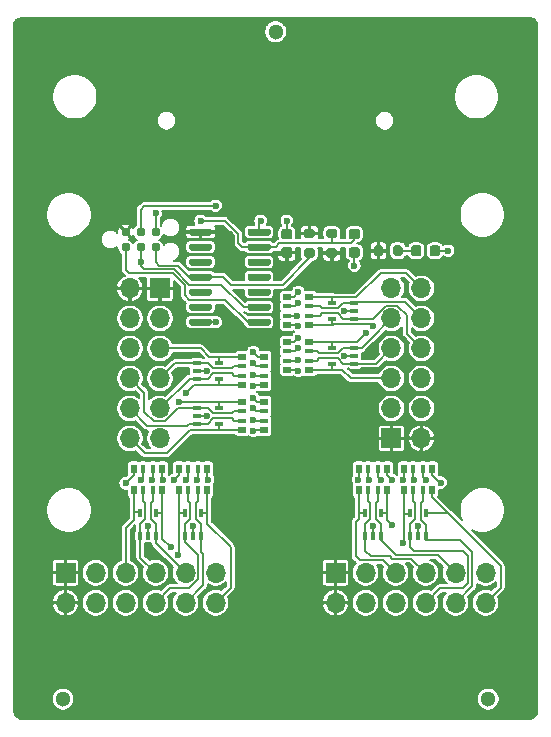
<source format=gbr>
%TF.GenerationSoftware,KiCad,Pcbnew,(5.1.9-0-10_14)*%
%TF.CreationDate,2021-01-17T14:25:06+01:00*%
%TF.ProjectId,SYZYGY-PMOD4,53595a59-4759-42d5-904d-4f44342e6b69,rev?*%
%TF.SameCoordinates,Original*%
%TF.FileFunction,Copper,L1,Top*%
%TF.FilePolarity,Positive*%
%FSLAX46Y46*%
G04 Gerber Fmt 4.6, Leading zero omitted, Abs format (unit mm)*
G04 Created by KiCad (PCBNEW (5.1.9-0-10_14)) date 2021-01-17 14:25:06*
%MOMM*%
%LPD*%
G01*
G04 APERTURE LIST*
%TA.AperFunction,SMDPad,CuDef*%
%ADD10R,0.500000X0.800000*%
%TD*%
%TA.AperFunction,SMDPad,CuDef*%
%ADD11R,0.400000X0.800000*%
%TD*%
%TA.AperFunction,SMDPad,CuDef*%
%ADD12R,0.650000X0.400000*%
%TD*%
%TA.AperFunction,SMDPad,CuDef*%
%ADD13R,0.400000X0.650000*%
%TD*%
%TA.AperFunction,WasherPad*%
%ADD14C,1.300000*%
%TD*%
%TA.AperFunction,SMDPad,CuDef*%
%ADD15R,0.800000X0.500000*%
%TD*%
%TA.AperFunction,SMDPad,CuDef*%
%ADD16R,0.800000X0.400000*%
%TD*%
%TA.AperFunction,ConnectorPad*%
%ADD17C,0.787400*%
%TD*%
%TA.AperFunction,ComponentPad*%
%ADD18O,1.700000X1.700000*%
%TD*%
%TA.AperFunction,ComponentPad*%
%ADD19R,1.700000X1.700000*%
%TD*%
%TA.AperFunction,ViaPad*%
%ADD20C,0.600000*%
%TD*%
%TA.AperFunction,Conductor*%
%ADD21C,0.200000*%
%TD*%
%TA.AperFunction,Conductor*%
%ADD22C,0.127000*%
%TD*%
%TA.AperFunction,Conductor*%
%ADD23C,0.100000*%
%TD*%
G04 APERTURE END LIST*
%TO.P,U1,14*%
%TO.N,GND*%
%TA.AperFunction,SMDPad,CuDef*%
G36*
G01*
X147625000Y-77607500D02*
X147625000Y-77307500D01*
G75*
G02*
X147775000Y-77157500I150000J0D01*
G01*
X149425000Y-77157500D01*
G75*
G02*
X149575000Y-77307500I0J-150000D01*
G01*
X149575000Y-77607500D01*
G75*
G02*
X149425000Y-77757500I-150000J0D01*
G01*
X147775000Y-77757500D01*
G75*
G02*
X147625000Y-77607500I0J150000D01*
G01*
G37*
%TD.AperFunction*%
%TO.P,U1,13*%
%TO.N,/R_GA*%
%TA.AperFunction,SMDPad,CuDef*%
G36*
G01*
X147625000Y-78877500D02*
X147625000Y-78577500D01*
G75*
G02*
X147775000Y-78427500I150000J0D01*
G01*
X149425000Y-78427500D01*
G75*
G02*
X149575000Y-78577500I0J-150000D01*
G01*
X149575000Y-78877500D01*
G75*
G02*
X149425000Y-79027500I-150000J0D01*
G01*
X147775000Y-79027500D01*
G75*
G02*
X147625000Y-78877500I0J150000D01*
G01*
G37*
%TD.AperFunction*%
%TO.P,U1,12*%
%TO.N,Net-(U1-Pad12)*%
%TA.AperFunction,SMDPad,CuDef*%
G36*
G01*
X147625000Y-80147500D02*
X147625000Y-79847500D01*
G75*
G02*
X147775000Y-79697500I150000J0D01*
G01*
X149425000Y-79697500D01*
G75*
G02*
X149575000Y-79847500I0J-150000D01*
G01*
X149575000Y-80147500D01*
G75*
G02*
X149425000Y-80297500I-150000J0D01*
G01*
X147775000Y-80297500D01*
G75*
G02*
X147625000Y-80147500I0J150000D01*
G01*
G37*
%TD.AperFunction*%
%TO.P,U1,11*%
%TO.N,Net-(U1-Pad11)*%
%TA.AperFunction,SMDPad,CuDef*%
G36*
G01*
X147625000Y-81417500D02*
X147625000Y-81117500D01*
G75*
G02*
X147775000Y-80967500I150000J0D01*
G01*
X149425000Y-80967500D01*
G75*
G02*
X149575000Y-81117500I0J-150000D01*
G01*
X149575000Y-81417500D01*
G75*
G02*
X149425000Y-81567500I-150000J0D01*
G01*
X147775000Y-81567500D01*
G75*
G02*
X147625000Y-81417500I0J150000D01*
G01*
G37*
%TD.AperFunction*%
%TO.P,U1,10*%
%TO.N,Net-(U1-Pad10)*%
%TA.AperFunction,SMDPad,CuDef*%
G36*
G01*
X147625000Y-82687500D02*
X147625000Y-82387500D01*
G75*
G02*
X147775000Y-82237500I150000J0D01*
G01*
X149425000Y-82237500D01*
G75*
G02*
X149575000Y-82387500I0J-150000D01*
G01*
X149575000Y-82687500D01*
G75*
G02*
X149425000Y-82837500I-150000J0D01*
G01*
X147775000Y-82837500D01*
G75*
G02*
X147625000Y-82687500I0J150000D01*
G01*
G37*
%TD.AperFunction*%
%TO.P,U1,9*%
%TO.N,/SCL_SCK*%
%TA.AperFunction,SMDPad,CuDef*%
G36*
G01*
X147625000Y-83957500D02*
X147625000Y-83657500D01*
G75*
G02*
X147775000Y-83507500I150000J0D01*
G01*
X149425000Y-83507500D01*
G75*
G02*
X149575000Y-83657500I0J-150000D01*
G01*
X149575000Y-83957500D01*
G75*
G02*
X149425000Y-84107500I-150000J0D01*
G01*
X147775000Y-84107500D01*
G75*
G02*
X147625000Y-83957500I0J150000D01*
G01*
G37*
%TD.AperFunction*%
%TO.P,U1,8*%
%TO.N,/MISO*%
%TA.AperFunction,SMDPad,CuDef*%
G36*
G01*
X147625000Y-85227500D02*
X147625000Y-84927500D01*
G75*
G02*
X147775000Y-84777500I150000J0D01*
G01*
X149425000Y-84777500D01*
G75*
G02*
X149575000Y-84927500I0J-150000D01*
G01*
X149575000Y-85227500D01*
G75*
G02*
X149425000Y-85377500I-150000J0D01*
G01*
X147775000Y-85377500D01*
G75*
G02*
X147625000Y-85227500I0J150000D01*
G01*
G37*
%TD.AperFunction*%
%TO.P,U1,7*%
%TO.N,/SDA_MOSI*%
%TA.AperFunction,SMDPad,CuDef*%
G36*
G01*
X142675000Y-85227500D02*
X142675000Y-84927500D01*
G75*
G02*
X142825000Y-84777500I150000J0D01*
G01*
X144475000Y-84777500D01*
G75*
G02*
X144625000Y-84927500I0J-150000D01*
G01*
X144625000Y-85227500D01*
G75*
G02*
X144475000Y-85377500I-150000J0D01*
G01*
X142825000Y-85377500D01*
G75*
G02*
X142675000Y-85227500I0J150000D01*
G01*
G37*
%TD.AperFunction*%
%TO.P,U1,6*%
%TO.N,Net-(U1-Pad6)*%
%TA.AperFunction,SMDPad,CuDef*%
G36*
G01*
X142675000Y-83957500D02*
X142675000Y-83657500D01*
G75*
G02*
X142825000Y-83507500I150000J0D01*
G01*
X144475000Y-83507500D01*
G75*
G02*
X144625000Y-83657500I0J-150000D01*
G01*
X144625000Y-83957500D01*
G75*
G02*
X144475000Y-84107500I-150000J0D01*
G01*
X142825000Y-84107500D01*
G75*
G02*
X142675000Y-83957500I0J150000D01*
G01*
G37*
%TD.AperFunction*%
%TO.P,U1,5*%
%TO.N,Net-(U1-Pad5)*%
%TA.AperFunction,SMDPad,CuDef*%
G36*
G01*
X142675000Y-82687500D02*
X142675000Y-82387500D01*
G75*
G02*
X142825000Y-82237500I150000J0D01*
G01*
X144475000Y-82237500D01*
G75*
G02*
X144625000Y-82387500I0J-150000D01*
G01*
X144625000Y-82687500D01*
G75*
G02*
X144475000Y-82837500I-150000J0D01*
G01*
X142825000Y-82837500D01*
G75*
G02*
X142675000Y-82687500I0J150000D01*
G01*
G37*
%TD.AperFunction*%
%TO.P,U1,4*%
%TO.N,/~RESET*%
%TA.AperFunction,SMDPad,CuDef*%
G36*
G01*
X142675000Y-81417500D02*
X142675000Y-81117500D01*
G75*
G02*
X142825000Y-80967500I150000J0D01*
G01*
X144475000Y-80967500D01*
G75*
G02*
X144625000Y-81117500I0J-150000D01*
G01*
X144625000Y-81417500D01*
G75*
G02*
X144475000Y-81567500I-150000J0D01*
G01*
X142825000Y-81567500D01*
G75*
G02*
X142675000Y-81417500I0J150000D01*
G01*
G37*
%TD.AperFunction*%
%TO.P,U1,3*%
%TO.N,Net-(U1-Pad3)*%
%TA.AperFunction,SMDPad,CuDef*%
G36*
G01*
X142675000Y-80147500D02*
X142675000Y-79847500D01*
G75*
G02*
X142825000Y-79697500I150000J0D01*
G01*
X144475000Y-79697500D01*
G75*
G02*
X144625000Y-79847500I0J-150000D01*
G01*
X144625000Y-80147500D01*
G75*
G02*
X144475000Y-80297500I-150000J0D01*
G01*
X142825000Y-80297500D01*
G75*
G02*
X142675000Y-80147500I0J150000D01*
G01*
G37*
%TD.AperFunction*%
%TO.P,U1,2*%
%TO.N,Net-(U1-Pad2)*%
%TA.AperFunction,SMDPad,CuDef*%
G36*
G01*
X142675000Y-78877500D02*
X142675000Y-78577500D01*
G75*
G02*
X142825000Y-78427500I150000J0D01*
G01*
X144475000Y-78427500D01*
G75*
G02*
X144625000Y-78577500I0J-150000D01*
G01*
X144625000Y-78877500D01*
G75*
G02*
X144475000Y-79027500I-150000J0D01*
G01*
X142825000Y-79027500D01*
G75*
G02*
X142675000Y-78877500I0J150000D01*
G01*
G37*
%TD.AperFunction*%
%TO.P,U1,1*%
%TO.N,+3V3*%
%TA.AperFunction,SMDPad,CuDef*%
G36*
G01*
X142675000Y-77607500D02*
X142675000Y-77307500D01*
G75*
G02*
X142825000Y-77157500I150000J0D01*
G01*
X144475000Y-77157500D01*
G75*
G02*
X144625000Y-77307500I0J-150000D01*
G01*
X144625000Y-77607500D01*
G75*
G02*
X144475000Y-77757500I-150000J0D01*
G01*
X142825000Y-77757500D01*
G75*
G02*
X142675000Y-77607500I0J150000D01*
G01*
G37*
%TD.AperFunction*%
%TD*%
D10*
%TO.P,RN2,5*%
%TO.N,/P1_10*%
X141815000Y-99312500D03*
D11*
%TO.P,RN2,6*%
%TO.N,/P1_9*%
X142615000Y-99312500D03*
D10*
%TO.P,RN2,8*%
%TO.N,/P1_7*%
X144215000Y-99312500D03*
D11*
%TO.P,RN2,7*%
%TO.N,/P1_8*%
X143415000Y-99312500D03*
D10*
%TO.P,RN2,4*%
%TO.N,/PMOD1_IO10*%
X141815000Y-97512500D03*
D11*
%TO.P,RN2,2*%
%TO.N,/PMOD1_IO8*%
X143415000Y-97512500D03*
%TO.P,RN2,3*%
%TO.N,/PMOD1_IO9*%
X142615000Y-97512500D03*
D10*
%TO.P,RN2,1*%
%TO.N,/PMOD1_IO7*%
X144215000Y-97512500D03*
%TD*%
D12*
%TO.P,D8,5*%
%TO.N,/P4_10*%
X154765000Y-84775000D03*
%TO.P,D8,4*%
%TO.N,/P4_7*%
X154765000Y-83475000D03*
%TO.P,D8,2*%
%TO.N,GND*%
X156665000Y-84125000D03*
%TO.P,D8,3*%
%TO.N,/P4_8*%
X156665000Y-83475000D03*
%TO.P,D8,1*%
%TO.N,/P4_9*%
X156665000Y-84775000D03*
%TD*%
%TO.P,D7,5*%
%TO.N,/P4_4*%
X154765000Y-88585000D03*
%TO.P,D7,4*%
%TO.N,/P4_1*%
X154765000Y-87285000D03*
%TO.P,D7,2*%
%TO.N,GND*%
X156665000Y-87935000D03*
%TO.P,D7,3*%
%TO.N,/P4_2*%
X156665000Y-87285000D03*
%TO.P,D7,1*%
%TO.N,/P4_3*%
X156665000Y-88585000D03*
%TD*%
%TO.P,D6,5*%
%TO.N,/P3_10*%
X145235000Y-92365000D03*
%TO.P,D6,4*%
%TO.N,/P3_7*%
X145235000Y-93665000D03*
%TO.P,D6,2*%
%TO.N,GND*%
X143335000Y-93015000D03*
%TO.P,D6,3*%
%TO.N,/P3_8*%
X143335000Y-93665000D03*
%TO.P,D6,1*%
%TO.N,/P3_9*%
X143335000Y-92365000D03*
%TD*%
%TO.P,D5,5*%
%TO.N,/P3_4*%
X145235000Y-88555000D03*
%TO.P,D5,4*%
%TO.N,/P3_1*%
X145235000Y-89855000D03*
%TO.P,D5,2*%
%TO.N,GND*%
X143335000Y-89205000D03*
%TO.P,D5,3*%
%TO.N,/P3_2*%
X143335000Y-89855000D03*
%TO.P,D5,1*%
%TO.N,/P3_3*%
X143335000Y-88555000D03*
%TD*%
D13*
%TO.P,D4,5*%
%TO.N,/P2_10*%
X161415000Y-101272500D03*
%TO.P,D4,4*%
%TO.N,/P2_7*%
X162715000Y-101272500D03*
%TO.P,D4,2*%
%TO.N,GND*%
X162065000Y-103172500D03*
%TO.P,D4,3*%
%TO.N,/P2_8*%
X162715000Y-103172500D03*
%TO.P,D4,1*%
%TO.N,/P2_9*%
X161415000Y-103172500D03*
%TD*%
%TO.P,D3,5*%
%TO.N,/P2_4*%
X157605000Y-101272500D03*
%TO.P,D3,4*%
%TO.N,/P2_1*%
X158905000Y-101272500D03*
%TO.P,D3,2*%
%TO.N,GND*%
X158255000Y-103172500D03*
%TO.P,D3,3*%
%TO.N,/P2_2*%
X158905000Y-103172500D03*
%TO.P,D3,1*%
%TO.N,/P2_3*%
X157605000Y-103172500D03*
%TD*%
%TO.P,D2,5*%
%TO.N,/P1_10*%
X142365000Y-101272500D03*
%TO.P,D2,4*%
%TO.N,/P1_7*%
X143665000Y-101272500D03*
%TO.P,D2,2*%
%TO.N,GND*%
X143015000Y-103172500D03*
%TO.P,D2,3*%
%TO.N,/P1_8*%
X143665000Y-103172500D03*
%TO.P,D2,1*%
%TO.N,/P1_9*%
X142365000Y-103172500D03*
%TD*%
%TO.P,D1,5*%
%TO.N,/P1_4*%
X138555000Y-101272500D03*
%TO.P,D1,4*%
%TO.N,/P1_1*%
X139855000Y-101272500D03*
%TO.P,D1,2*%
%TO.N,GND*%
X139205000Y-103172500D03*
%TO.P,D1,3*%
%TO.N,/P1_2*%
X139855000Y-103172500D03*
%TO.P,D1,1*%
%TO.N,/P1_3*%
X138555000Y-103172500D03*
%TD*%
D14*
%TO.P,REF\u002A\u002A,*%
%TO.N,*%
X150000000Y-60500000D03*
%TD*%
%TO.P,REF\u002A\u002A,*%
%TO.N,*%
X168000000Y-117000000D03*
%TD*%
%TO.P,REF\u002A\u002A,*%
%TO.N,*%
X132000000Y-117000000D03*
%TD*%
D10*
%TO.P,RN4,5*%
%TO.N,/P2_10*%
X160865000Y-99312500D03*
D11*
%TO.P,RN4,6*%
%TO.N,/P2_9*%
X161665000Y-99312500D03*
D10*
%TO.P,RN4,8*%
%TO.N,/P2_7*%
X163265000Y-99312500D03*
D11*
%TO.P,RN4,7*%
%TO.N,/P2_8*%
X162465000Y-99312500D03*
D10*
%TO.P,RN4,4*%
%TO.N,/PMOD2_IO10*%
X160865000Y-97512500D03*
D11*
%TO.P,RN4,2*%
%TO.N,/PMOD2_IO8*%
X162465000Y-97512500D03*
%TO.P,RN4,3*%
%TO.N,/PMOD2_IO9*%
X161665000Y-97512500D03*
D10*
%TO.P,RN4,1*%
%TO.N,/PMOD2_IO7*%
X163265000Y-97512500D03*
%TD*%
D15*
%TO.P,RN8,5*%
%TO.N,/P4_10*%
X152805000Y-85325000D03*
D16*
%TO.P,RN8,6*%
%TO.N,/P4_9*%
X152805000Y-84525000D03*
D15*
%TO.P,RN8,8*%
%TO.N,/P4_7*%
X152805000Y-82925000D03*
D16*
%TO.P,RN8,7*%
%TO.N,/P4_8*%
X152805000Y-83725000D03*
D15*
%TO.P,RN8,4*%
%TO.N,/PMOD4_IO10*%
X151005000Y-85325000D03*
D16*
%TO.P,RN8,2*%
%TO.N,/PMOD4_IO8*%
X151005000Y-83725000D03*
%TO.P,RN8,3*%
%TO.N,/PMOD4_IO9*%
X151005000Y-84525000D03*
D15*
%TO.P,RN8,1*%
%TO.N,/PMOD4_IO7*%
X151005000Y-82925000D03*
%TD*%
%TO.P,RN7,5*%
%TO.N,/P4_4*%
X152805000Y-89135000D03*
D16*
%TO.P,RN7,6*%
%TO.N,/P4_3*%
X152805000Y-88335000D03*
D15*
%TO.P,RN7,8*%
%TO.N,/P4_1*%
X152805000Y-86735000D03*
D16*
%TO.P,RN7,7*%
%TO.N,/P4_2*%
X152805000Y-87535000D03*
D15*
%TO.P,RN7,4*%
%TO.N,/PMOD4_IO4*%
X151005000Y-89135000D03*
D16*
%TO.P,RN7,2*%
%TO.N,/PMOD4_IO2*%
X151005000Y-87535000D03*
%TO.P,RN7,3*%
%TO.N,/PMOD4_IO3*%
X151005000Y-88335000D03*
D15*
%TO.P,RN7,1*%
%TO.N,/PMOD4_IO1*%
X151005000Y-86735000D03*
%TD*%
%TO.P,RN6,5*%
%TO.N,/P3_10*%
X147195000Y-91815000D03*
D16*
%TO.P,RN6,6*%
%TO.N,/P3_9*%
X147195000Y-92615000D03*
D15*
%TO.P,RN6,8*%
%TO.N,/P3_7*%
X147195000Y-94215000D03*
D16*
%TO.P,RN6,7*%
%TO.N,/P3_8*%
X147195000Y-93415000D03*
D15*
%TO.P,RN6,4*%
%TO.N,/PMOD3_IO10*%
X148995000Y-91815000D03*
D16*
%TO.P,RN6,2*%
%TO.N,/PMOD3_IO8*%
X148995000Y-93415000D03*
%TO.P,RN6,3*%
%TO.N,/PMOD3_IO9*%
X148995000Y-92615000D03*
D15*
%TO.P,RN6,1*%
%TO.N,/PMOD3_IO7*%
X148995000Y-94215000D03*
%TD*%
%TO.P,RN5,5*%
%TO.N,/P3_4*%
X147195000Y-88005000D03*
D16*
%TO.P,RN5,6*%
%TO.N,/P3_3*%
X147195000Y-88805000D03*
D15*
%TO.P,RN5,8*%
%TO.N,/P3_1*%
X147195000Y-90405000D03*
D16*
%TO.P,RN5,7*%
%TO.N,/P3_2*%
X147195000Y-89605000D03*
D15*
%TO.P,RN5,4*%
%TO.N,/PMOD3_IO4*%
X148995000Y-88005000D03*
D16*
%TO.P,RN5,2*%
%TO.N,/PMOD3_IO2*%
X148995000Y-89605000D03*
%TO.P,RN5,3*%
%TO.N,/PMOD3_IO3*%
X148995000Y-88805000D03*
D15*
%TO.P,RN5,1*%
%TO.N,/PMOD3_IO1*%
X148995000Y-90405000D03*
%TD*%
D10*
%TO.P,RN3,5*%
%TO.N,/P2_4*%
X157055000Y-99312500D03*
D11*
%TO.P,RN3,6*%
%TO.N,/P2_3*%
X157855000Y-99312500D03*
D10*
%TO.P,RN3,8*%
%TO.N,/P2_1*%
X159455000Y-99312500D03*
D11*
%TO.P,RN3,7*%
%TO.N,/P2_2*%
X158655000Y-99312500D03*
D10*
%TO.P,RN3,4*%
%TO.N,/PMOD2_IO4*%
X157055000Y-97512500D03*
D11*
%TO.P,RN3,2*%
%TO.N,/PMOD2_IO2*%
X158655000Y-97512500D03*
%TO.P,RN3,3*%
%TO.N,/PMOD2_IO3*%
X157855000Y-97512500D03*
D10*
%TO.P,RN3,1*%
%TO.N,/PMOD2_IO1*%
X159455000Y-97512500D03*
%TD*%
%TO.P,RN1,5*%
%TO.N,/P1_4*%
X138005000Y-99312500D03*
D11*
%TO.P,RN1,6*%
%TO.N,/P1_3*%
X138805000Y-99312500D03*
D10*
%TO.P,RN1,8*%
%TO.N,/P1_1*%
X140405000Y-99312500D03*
D11*
%TO.P,RN1,7*%
%TO.N,/P1_2*%
X139605000Y-99312500D03*
D10*
%TO.P,RN1,4*%
%TO.N,/PMOD1_IO4*%
X138005000Y-97512500D03*
D11*
%TO.P,RN1,2*%
%TO.N,/PMOD1_IO2*%
X139605000Y-97512500D03*
%TO.P,RN1,3*%
%TO.N,/PMOD1_IO3*%
X138805000Y-97512500D03*
D10*
%TO.P,RN1,1*%
%TO.N,/PMOD1_IO1*%
X140405000Y-97512500D03*
%TD*%
%TO.P,R3,2*%
%TO.N,/~RESET*%
%TA.AperFunction,SMDPad,CuDef*%
G36*
G01*
X152582500Y-78835000D02*
X153132500Y-78835000D01*
G75*
G02*
X153332500Y-79035000I0J-200000D01*
G01*
X153332500Y-79435000D01*
G75*
G02*
X153132500Y-79635000I-200000J0D01*
G01*
X152582500Y-79635000D01*
G75*
G02*
X152382500Y-79435000I0J200000D01*
G01*
X152382500Y-79035000D01*
G75*
G02*
X152582500Y-78835000I200000J0D01*
G01*
G37*
%TD.AperFunction*%
%TO.P,R3,1*%
%TO.N,+3V3*%
%TA.AperFunction,SMDPad,CuDef*%
G36*
G01*
X152582500Y-77185000D02*
X153132500Y-77185000D01*
G75*
G02*
X153332500Y-77385000I0J-200000D01*
G01*
X153332500Y-77785000D01*
G75*
G02*
X153132500Y-77985000I-200000J0D01*
G01*
X152582500Y-77985000D01*
G75*
G02*
X152382500Y-77785000I0J200000D01*
G01*
X152382500Y-77385000D01*
G75*
G02*
X152582500Y-77185000I200000J0D01*
G01*
G37*
%TD.AperFunction*%
%TD*%
%TO.P,R2,2*%
%TO.N,Net-(D9-Pad2)*%
%TA.AperFunction,SMDPad,CuDef*%
G36*
G01*
X159950000Y-79320000D02*
X159950000Y-78770000D01*
G75*
G02*
X160150000Y-78570000I200000J0D01*
G01*
X160550000Y-78570000D01*
G75*
G02*
X160750000Y-78770000I0J-200000D01*
G01*
X160750000Y-79320000D01*
G75*
G02*
X160550000Y-79520000I-200000J0D01*
G01*
X160150000Y-79520000D01*
G75*
G02*
X159950000Y-79320000I0J200000D01*
G01*
G37*
%TD.AperFunction*%
%TO.P,R2,1*%
%TO.N,+3V3*%
%TA.AperFunction,SMDPad,CuDef*%
G36*
G01*
X158300000Y-79320000D02*
X158300000Y-78770000D01*
G75*
G02*
X158500000Y-78570000I200000J0D01*
G01*
X158900000Y-78570000D01*
G75*
G02*
X159100000Y-78770000I0J-200000D01*
G01*
X159100000Y-79320000D01*
G75*
G02*
X158900000Y-79520000I-200000J0D01*
G01*
X158500000Y-79520000D01*
G75*
G02*
X158300000Y-79320000I0J200000D01*
G01*
G37*
%TD.AperFunction*%
%TD*%
%TO.P,R1,2*%
%TO.N,/R_GA*%
%TA.AperFunction,SMDPad,CuDef*%
G36*
G01*
X155037500Y-77985000D02*
X154487500Y-77985000D01*
G75*
G02*
X154287500Y-77785000I0J200000D01*
G01*
X154287500Y-77385000D01*
G75*
G02*
X154487500Y-77185000I200000J0D01*
G01*
X155037500Y-77185000D01*
G75*
G02*
X155237500Y-77385000I0J-200000D01*
G01*
X155237500Y-77785000D01*
G75*
G02*
X155037500Y-77985000I-200000J0D01*
G01*
G37*
%TD.AperFunction*%
%TO.P,R1,1*%
%TO.N,+3V3*%
%TA.AperFunction,SMDPad,CuDef*%
G36*
G01*
X155037500Y-79635000D02*
X154487500Y-79635000D01*
G75*
G02*
X154287500Y-79435000I0J200000D01*
G01*
X154287500Y-79035000D01*
G75*
G02*
X154487500Y-78835000I200000J0D01*
G01*
X155037500Y-78835000D01*
G75*
G02*
X155237500Y-79035000I0J-200000D01*
G01*
X155237500Y-79435000D01*
G75*
G02*
X155037500Y-79635000I-200000J0D01*
G01*
G37*
%TD.AperFunction*%
%TD*%
D17*
%TO.P,J6,6*%
%TO.N,GND*%
X139840000Y-77457500D03*
%TO.P,J6,5*%
%TO.N,/~RESET*%
X139840000Y-78727500D03*
%TO.P,J6,4*%
%TO.N,/SDA_MOSI*%
X138570000Y-77457500D03*
%TO.P,J6,3*%
%TO.N,/SCL_SCK*%
X138570000Y-78727500D03*
%TO.P,J6,2*%
%TO.N,+3V3*%
X137300000Y-77457500D03*
%TO.P,J6,1*%
%TO.N,/MISO*%
X137300000Y-78727500D03*
%TD*%
D18*
%TO.P,J4,12*%
%TO.N,/P4_7*%
X162340000Y-82220000D03*
%TO.P,J4,11*%
%TO.N,/P4_1*%
X159800000Y-82220000D03*
%TO.P,J4,10*%
%TO.N,/P4_8*%
X162340000Y-84760000D03*
%TO.P,J4,9*%
%TO.N,/P4_2*%
X159800000Y-84760000D03*
%TO.P,J4,8*%
%TO.N,/P4_9*%
X162340000Y-87300000D03*
%TO.P,J4,7*%
%TO.N,/P4_3*%
X159800000Y-87300000D03*
%TO.P,J4,6*%
%TO.N,/P4_10*%
X162340000Y-89840000D03*
%TO.P,J4,5*%
%TO.N,/P4_4*%
X159800000Y-89840000D03*
%TO.P,J4,4*%
%TO.N,GND*%
X162340000Y-92380000D03*
%TO.P,J4,3*%
X159800000Y-92380000D03*
%TO.P,J4,2*%
%TO.N,+3V3*%
X162340000Y-94920000D03*
D19*
%TO.P,J4,1*%
X159800000Y-94920000D03*
%TD*%
D18*
%TO.P,J3,12*%
%TO.N,/P3_7*%
X137660000Y-94920000D03*
%TO.P,J3,11*%
%TO.N,/P3_1*%
X140200000Y-94920000D03*
%TO.P,J3,10*%
%TO.N,/P3_8*%
X137660000Y-92380000D03*
%TO.P,J3,9*%
%TO.N,/P3_2*%
X140200000Y-92380000D03*
%TO.P,J3,8*%
%TO.N,/P3_9*%
X137660000Y-89840000D03*
%TO.P,J3,7*%
%TO.N,/P3_3*%
X140200000Y-89840000D03*
%TO.P,J3,6*%
%TO.N,/P3_10*%
X137660000Y-87300000D03*
%TO.P,J3,5*%
%TO.N,/P3_4*%
X140200000Y-87300000D03*
%TO.P,J3,4*%
%TO.N,GND*%
X137660000Y-84760000D03*
%TO.P,J3,3*%
X140200000Y-84760000D03*
%TO.P,J3,2*%
%TO.N,+3V3*%
X137660000Y-82220000D03*
D19*
%TO.P,J3,1*%
X140200000Y-82220000D03*
%TD*%
D18*
%TO.P,J2,12*%
%TO.N,/P2_7*%
X167780000Y-108840000D03*
%TO.P,J2,11*%
%TO.N,/P2_1*%
X167780000Y-106300000D03*
%TO.P,J2,10*%
%TO.N,/P2_8*%
X165240000Y-108840000D03*
%TO.P,J2,9*%
%TO.N,/P2_2*%
X165240000Y-106300000D03*
%TO.P,J2,8*%
%TO.N,/P2_9*%
X162700000Y-108840000D03*
%TO.P,J2,7*%
%TO.N,/P2_3*%
X162700000Y-106300000D03*
%TO.P,J2,6*%
%TO.N,/P2_10*%
X160160000Y-108840000D03*
%TO.P,J2,5*%
%TO.N,/P2_4*%
X160160000Y-106300000D03*
%TO.P,J2,4*%
%TO.N,GND*%
X157620000Y-108840000D03*
%TO.P,J2,3*%
X157620000Y-106300000D03*
%TO.P,J2,2*%
%TO.N,+3V3*%
X155080000Y-108840000D03*
D19*
%TO.P,J2,1*%
X155080000Y-106300000D03*
%TD*%
D18*
%TO.P,J1,12*%
%TO.N,/P1_7*%
X144920000Y-108840000D03*
%TO.P,J1,11*%
%TO.N,/P1_1*%
X144920000Y-106300000D03*
%TO.P,J1,10*%
%TO.N,/P1_8*%
X142380000Y-108840000D03*
%TO.P,J1,9*%
%TO.N,/P1_2*%
X142380000Y-106300000D03*
%TO.P,J1,8*%
%TO.N,/P1_9*%
X139840000Y-108840000D03*
%TO.P,J1,7*%
%TO.N,/P1_3*%
X139840000Y-106300000D03*
%TO.P,J1,6*%
%TO.N,/P1_10*%
X137300000Y-108840000D03*
%TO.P,J1,5*%
%TO.N,/P1_4*%
X137300000Y-106300000D03*
%TO.P,J1,4*%
%TO.N,GND*%
X134760000Y-108840000D03*
%TO.P,J1,3*%
X134760000Y-106300000D03*
%TO.P,J1,2*%
%TO.N,+3V3*%
X132220000Y-108840000D03*
D19*
%TO.P,J1,1*%
X132220000Y-106300000D03*
%TD*%
%TO.P,D9,2*%
%TO.N,Net-(D9-Pad2)*%
%TA.AperFunction,SMDPad,CuDef*%
G36*
G01*
X162350000Y-78788750D02*
X162350000Y-79301250D01*
G75*
G02*
X162131250Y-79520000I-218750J0D01*
G01*
X161693750Y-79520000D01*
G75*
G02*
X161475000Y-79301250I0J218750D01*
G01*
X161475000Y-78788750D01*
G75*
G02*
X161693750Y-78570000I218750J0D01*
G01*
X162131250Y-78570000D01*
G75*
G02*
X162350000Y-78788750I0J-218750D01*
G01*
G37*
%TD.AperFunction*%
%TO.P,D9,1*%
%TO.N,GND*%
%TA.AperFunction,SMDPad,CuDef*%
G36*
G01*
X163925000Y-78788750D02*
X163925000Y-79301250D01*
G75*
G02*
X163706250Y-79520000I-218750J0D01*
G01*
X163268750Y-79520000D01*
G75*
G02*
X163050000Y-79301250I0J218750D01*
G01*
X163050000Y-78788750D01*
G75*
G02*
X163268750Y-78570000I218750J0D01*
G01*
X163706250Y-78570000D01*
G75*
G02*
X163925000Y-78788750I0J-218750D01*
G01*
G37*
%TD.AperFunction*%
%TD*%
%TO.P,C2,2*%
%TO.N,GND*%
%TA.AperFunction,SMDPad,CuDef*%
G36*
G01*
X156417500Y-78735000D02*
X156917500Y-78735000D01*
G75*
G02*
X157142500Y-78960000I0J-225000D01*
G01*
X157142500Y-79410000D01*
G75*
G02*
X156917500Y-79635000I-225000J0D01*
G01*
X156417500Y-79635000D01*
G75*
G02*
X156192500Y-79410000I0J225000D01*
G01*
X156192500Y-78960000D01*
G75*
G02*
X156417500Y-78735000I225000J0D01*
G01*
G37*
%TD.AperFunction*%
%TO.P,C2,1*%
%TO.N,/R_GA*%
%TA.AperFunction,SMDPad,CuDef*%
G36*
G01*
X156417500Y-77185000D02*
X156917500Y-77185000D01*
G75*
G02*
X157142500Y-77410000I0J-225000D01*
G01*
X157142500Y-77860000D01*
G75*
G02*
X156917500Y-78085000I-225000J0D01*
G01*
X156417500Y-78085000D01*
G75*
G02*
X156192500Y-77860000I0J225000D01*
G01*
X156192500Y-77410000D01*
G75*
G02*
X156417500Y-77185000I225000J0D01*
G01*
G37*
%TD.AperFunction*%
%TD*%
%TO.P,C1,2*%
%TO.N,GND*%
%TA.AperFunction,SMDPad,CuDef*%
G36*
G01*
X151202500Y-78085000D02*
X150702500Y-78085000D01*
G75*
G02*
X150477500Y-77860000I0J225000D01*
G01*
X150477500Y-77410000D01*
G75*
G02*
X150702500Y-77185000I225000J0D01*
G01*
X151202500Y-77185000D01*
G75*
G02*
X151427500Y-77410000I0J-225000D01*
G01*
X151427500Y-77860000D01*
G75*
G02*
X151202500Y-78085000I-225000J0D01*
G01*
G37*
%TD.AperFunction*%
%TO.P,C1,1*%
%TO.N,+3V3*%
%TA.AperFunction,SMDPad,CuDef*%
G36*
G01*
X151202500Y-79635000D02*
X150702500Y-79635000D01*
G75*
G02*
X150477500Y-79410000I0J225000D01*
G01*
X150477500Y-78960000D01*
G75*
G02*
X150702500Y-78735000I225000J0D01*
G01*
X151202500Y-78735000D01*
G75*
G02*
X151427500Y-78960000I0J-225000D01*
G01*
X151427500Y-79410000D01*
G75*
G02*
X151202500Y-79635000I-225000J0D01*
G01*
G37*
%TD.AperFunction*%
%TD*%
D20*
%TO.N,GND*%
X139205000Y-102330618D03*
X143015000Y-102330618D03*
X162062855Y-102333102D03*
X158255000Y-102330618D03*
X144174398Y-89207144D03*
X144174398Y-93012856D03*
X155828117Y-84125000D03*
X155823118Y-87935000D03*
X164605000Y-79045000D03*
X156667500Y-80315000D03*
X150952500Y-76505000D03*
X148730000Y-76505000D03*
X139840000Y-75870000D03*
%TO.N,/R_GA*%
X143650000Y-76505000D03*
%TO.N,/PMOD3_IO10*%
X148095000Y-91519503D03*
%TO.N,/PMOD3_IO4*%
X148095000Y-87617500D03*
%TO.N,/PMOD3_IO9*%
X148095000Y-92380000D03*
%TO.N,/PMOD3_IO3*%
X148095000Y-88570000D03*
%TO.N,/PMOD3_IO8*%
X148095000Y-93332500D03*
%TO.N,/PMOD3_IO2*%
X148095000Y-89522500D03*
%TO.N,/PMOD3_IO7*%
X148095000Y-94285000D03*
%TO.N,/PMOD3_IO1*%
X148095000Y-90475000D03*
%TO.N,/PMOD1_IO10*%
X141427500Y-98412500D03*
%TO.N,/PMOD1_IO4*%
X137300000Y-98730000D03*
%TO.N,/PMOD1_IO9*%
X142380000Y-98412500D03*
%TO.N,/PMOD1_IO3*%
X138570000Y-98412500D03*
%TO.N,/PMOD1_IO8*%
X143332500Y-98412500D03*
%TO.N,/PMOD1_IO2*%
X139522500Y-98412500D03*
%TO.N,/PMOD1_IO7*%
X144285000Y-98412500D03*
%TO.N,/PMOD1_IO1*%
X140475000Y-98412500D03*
%TO.N,/PMOD2_IO4*%
X156985000Y-98412500D03*
%TO.N,/PMOD2_IO10*%
X160795000Y-98412500D03*
%TO.N,/PMOD2_IO3*%
X157937500Y-98412500D03*
%TO.N,/PMOD2_IO9*%
X161747500Y-98412500D03*
%TO.N,/PMOD2_IO2*%
X158890000Y-98412500D03*
%TO.N,/PMOD2_IO8*%
X162700000Y-98412500D03*
%TO.N,/PMOD2_IO1*%
X159842500Y-98412500D03*
%TO.N,/PMOD2_IO7*%
X163970000Y-98679060D03*
%TO.N,/PMOD4_IO10*%
X151905000Y-85395000D03*
%TO.N,/PMOD4_IO4*%
X151905000Y-89205000D03*
%TO.N,/PMOD4_IO9*%
X151822500Y-84525000D03*
%TO.N,/PMOD4_IO3*%
X151905000Y-88252500D03*
%TO.N,/PMOD4_IO8*%
X151905000Y-83490000D03*
%TO.N,/PMOD4_IO2*%
X151905000Y-87300000D03*
%TO.N,/PMOD4_IO7*%
X151905000Y-82537500D03*
%TO.N,/PMOD4_IO1*%
X151905000Y-86439503D03*
%TO.N,/P2_1*%
X159842500Y-102222500D03*
%TO.N,+3V3*%
X157600000Y-64200000D03*
X158400000Y-64200000D03*
X158400000Y-63400000D03*
X158400000Y-62600000D03*
%TO.N,/SDA_MOSI*%
X144920000Y-85077500D03*
X144920000Y-75235000D03*
%TO.N,/SCL_SCK*%
X138570000Y-79997500D03*
%TO.N,/P1_1*%
X141110000Y-104127500D03*
%TO.N,/P1_10*%
X141745000Y-104762500D03*
%TO.N,/P2_10*%
X160795000Y-103810000D03*
%TO.N,/P3_1*%
X142380000Y-91110000D03*
%TO.N,/P3_10*%
X141815000Y-91815000D03*
%TO.N,/P4_1*%
X157620000Y-86030000D03*
%TO.N,/P4_10*%
X158255000Y-85395000D03*
%TD*%
D21*
%TO.N,GND*%
X139205000Y-103360000D02*
X139205000Y-102222500D01*
X139205000Y-102222500D02*
X139205000Y-102330618D01*
X143015000Y-103360000D02*
X143015000Y-102330618D01*
X162065000Y-102335247D02*
X162062855Y-102333102D01*
X162065000Y-103360000D02*
X162065000Y-102335247D01*
X158255000Y-103360000D02*
X158255000Y-102330618D01*
X144172254Y-89205000D02*
X144174398Y-89207144D01*
X143147500Y-89205000D02*
X144172254Y-89205000D01*
X144176542Y-93015000D02*
X144174398Y-93012856D01*
X143147500Y-93015000D02*
X144176542Y-93015000D01*
X156852500Y-84125000D02*
X155828117Y-84125000D01*
X156852500Y-87935000D02*
X155823118Y-87935000D01*
X163487500Y-79045000D02*
X164605000Y-79045000D01*
X156667500Y-79185000D02*
X156667500Y-80315000D01*
X150952500Y-77635000D02*
X150952500Y-76505000D01*
X148600000Y-77457500D02*
X148600000Y-76635000D01*
X148600000Y-76635000D02*
X148730000Y-76505000D01*
X139840000Y-77457500D02*
X139840000Y-75870000D01*
%TO.N,/R_GA*%
X148600000Y-78727500D02*
X150000000Y-78727500D01*
X150000000Y-78727500D02*
X150317500Y-78410000D01*
X154762500Y-77585000D02*
X154762500Y-78410000D01*
X150317500Y-78410000D02*
X154762500Y-78410000D01*
X148600000Y-78727500D02*
X148361826Y-78727500D01*
X147142500Y-78727500D02*
X146834510Y-78419510D01*
X148361826Y-78727500D02*
X147142500Y-78727500D01*
X146834510Y-78419510D02*
X146834510Y-77775000D01*
X146834510Y-77639549D02*
X145699961Y-76505000D01*
X146834510Y-77775000D02*
X146834510Y-77639549D01*
X145699961Y-76505000D02*
X143650000Y-76505000D01*
X156667500Y-78092500D02*
X156350000Y-78410000D01*
X156667500Y-77635000D02*
X156667500Y-78092500D01*
X154762500Y-78410000D02*
X156350000Y-78410000D01*
%TO.N,/PMOD3_IO10*%
X148390497Y-91815000D02*
X148095000Y-91519503D01*
X148995000Y-91815000D02*
X148390497Y-91815000D01*
%TO.N,/PMOD3_IO4*%
X148995000Y-88005000D02*
X148482500Y-88005000D01*
X148482500Y-88005000D02*
X148095000Y-87617500D01*
%TO.N,/PMOD3_IO9*%
X148330000Y-92615000D02*
X148095000Y-92380000D01*
X148995000Y-92615000D02*
X148330000Y-92615000D01*
%TO.N,/PMOD3_IO3*%
X148330000Y-88805000D02*
X148095000Y-88570000D01*
X148995000Y-88805000D02*
X148330000Y-88805000D01*
%TO.N,/PMOD3_IO8*%
X148995000Y-93415000D02*
X148177500Y-93415000D01*
X148177500Y-93415000D02*
X148095000Y-93332500D01*
%TO.N,/PMOD3_IO2*%
X148995000Y-89605000D02*
X148177500Y-89605000D01*
X148177500Y-89605000D02*
X148095000Y-89522500D01*
%TO.N,/PMOD3_IO7*%
X148165000Y-94215000D02*
X148095000Y-94285000D01*
X148995000Y-94215000D02*
X148165000Y-94215000D01*
%TO.N,/PMOD3_IO1*%
X148165000Y-90405000D02*
X148095000Y-90475000D01*
X148995000Y-90405000D02*
X148165000Y-90405000D01*
%TO.N,/PMOD1_IO10*%
X141815000Y-97512500D02*
X141815000Y-97707500D01*
X141815000Y-97512500D02*
X141815000Y-98025000D01*
X141815000Y-98025000D02*
X141427500Y-98412500D01*
%TO.N,/PMOD1_IO4*%
X138005000Y-97512500D02*
X138005000Y-98025000D01*
X138005000Y-98025000D02*
X137300000Y-98730000D01*
%TO.N,/PMOD1_IO9*%
X142615000Y-97512500D02*
X142615000Y-98177500D01*
X142615000Y-98177500D02*
X142380000Y-98412500D01*
%TO.N,/PMOD1_IO3*%
X138805000Y-97512500D02*
X138805000Y-98177500D01*
X138805000Y-98177500D02*
X138570000Y-98412500D01*
%TO.N,/PMOD1_IO8*%
X143415000Y-98330000D02*
X143332500Y-98412500D01*
X143415000Y-97512500D02*
X143415000Y-98330000D01*
%TO.N,/PMOD1_IO2*%
X139605000Y-98330000D02*
X139522500Y-98412500D01*
X139605000Y-97512500D02*
X139605000Y-98330000D01*
%TO.N,/PMOD1_IO7*%
X144215000Y-98342500D02*
X144285000Y-98412500D01*
X144215000Y-97512500D02*
X144215000Y-98342500D01*
%TO.N,/PMOD1_IO1*%
X140405000Y-98342500D02*
X140475000Y-98412500D01*
X140405000Y-97512500D02*
X140405000Y-98342500D01*
%TO.N,/PMOD2_IO4*%
X157055000Y-98342500D02*
X156985000Y-98412500D01*
X157055000Y-97512500D02*
X157055000Y-98342500D01*
%TO.N,/PMOD2_IO10*%
X160865000Y-98342500D02*
X160795000Y-98412500D01*
X160865000Y-97512500D02*
X160865000Y-98342500D01*
%TO.N,/PMOD2_IO3*%
X157855000Y-97512500D02*
X157855000Y-98330000D01*
X157855000Y-98330000D02*
X157937500Y-98412500D01*
%TO.N,/PMOD2_IO9*%
X161665000Y-98330000D02*
X161747500Y-98412500D01*
X161665000Y-97512500D02*
X161665000Y-98330000D01*
%TO.N,/PMOD2_IO2*%
X158655000Y-97512500D02*
X158655000Y-98177500D01*
X158655000Y-98177500D02*
X158890000Y-98412500D01*
%TO.N,/PMOD2_IO8*%
X162465000Y-98177500D02*
X162700000Y-98412500D01*
X162465000Y-97512500D02*
X162465000Y-98177500D01*
%TO.N,/PMOD2_IO1*%
X159455000Y-97512500D02*
X159455000Y-98025000D01*
X159455000Y-98025000D02*
X159842500Y-98412500D01*
%TO.N,/PMOD2_IO7*%
X163265000Y-97512500D02*
X163265000Y-98025000D01*
X163919060Y-98679060D02*
X163970000Y-98679060D01*
X163265000Y-98025000D02*
X163919060Y-98679060D01*
%TO.N,/PMOD4_IO10*%
X151835000Y-85325000D02*
X151905000Y-85395000D01*
X151005000Y-85325000D02*
X151835000Y-85325000D01*
%TO.N,/PMOD4_IO4*%
X151835000Y-89135000D02*
X151905000Y-89205000D01*
X151005000Y-89135000D02*
X151835000Y-89135000D01*
%TO.N,/PMOD4_IO9*%
X151005000Y-84525000D02*
X151822500Y-84525000D01*
%TO.N,/PMOD4_IO3*%
X151005000Y-88335000D02*
X151822500Y-88335000D01*
X151822500Y-88335000D02*
X151905000Y-88252500D01*
%TO.N,/PMOD4_IO8*%
X151005000Y-83725000D02*
X151670000Y-83725000D01*
X151670000Y-83725000D02*
X151905000Y-83490000D01*
%TO.N,/PMOD4_IO2*%
X151005000Y-87535000D02*
X151670000Y-87535000D01*
X151670000Y-87535000D02*
X151905000Y-87300000D01*
%TO.N,/PMOD4_IO7*%
X151005000Y-82925000D02*
X151517500Y-82925000D01*
X151517500Y-82925000D02*
X151905000Y-82537500D01*
%TO.N,/PMOD4_IO1*%
X151005000Y-86735000D02*
X151517500Y-86735000D01*
X151812997Y-86439503D02*
X151905000Y-86439503D01*
X151517500Y-86735000D02*
X151812997Y-86439503D01*
%TO.N,/P1_7*%
X144920000Y-108840000D02*
X146190000Y-107570000D01*
%TO.N,/P1_9*%
X141060000Y-107620000D02*
X139840000Y-108840000D01*
X142653962Y-107620000D02*
X141060000Y-107620000D01*
X143457001Y-106816961D02*
X142653962Y-107620000D01*
%TO.N,/P2_4*%
X157127999Y-105222999D02*
X156777990Y-104872990D01*
X159082999Y-105222999D02*
X157127999Y-105222999D01*
X160160000Y-106300000D02*
X159082999Y-105222999D01*
%TO.N,/P2_3*%
X159861520Y-105099020D02*
X161499020Y-105099020D01*
X161499020Y-105099020D02*
X162700000Y-106300000D01*
X159658489Y-104895989D02*
X159861520Y-105099020D01*
%TO.N,/P2_2*%
X165240000Y-106300000D02*
X164337500Y-105397500D01*
X164337500Y-105397500D02*
X164020000Y-105080000D01*
X165240000Y-106300000D02*
X164020000Y-105080000D01*
X163712010Y-104772010D02*
X160169510Y-104772010D01*
X165240000Y-106300000D02*
X163712010Y-104772010D01*
%TO.N,/P2_8*%
X165240000Y-108840000D02*
X166644011Y-107435989D01*
%TO.N,/P2_9*%
X166317001Y-104887001D02*
X165875000Y-104445000D01*
X166317001Y-107177999D02*
X166317001Y-104887001D01*
X165875000Y-107620000D02*
X166317001Y-107177999D01*
X163920000Y-107620000D02*
X165875000Y-107620000D01*
X162700000Y-108840000D02*
X163920000Y-107620000D01*
%TO.N,/P3_8*%
X137660000Y-92380000D02*
X139122999Y-93842999D01*
%TO.N,/P3_9*%
X137660000Y-89840000D02*
X138887500Y-91067500D01*
X139683039Y-93457001D02*
X140667999Y-93457001D01*
X138887500Y-92661462D02*
X139683039Y-93457001D01*
X138887500Y-91067500D02*
X138887500Y-92661462D01*
%TO.N,/P4_7*%
X162340000Y-82220000D02*
X161070000Y-80950000D01*
%TO.N,/P4_8*%
X162340000Y-84760000D02*
X160935989Y-83355989D01*
%TO.N,/P4_9*%
X162340000Y-87300000D02*
X161112500Y-86072500D01*
X160316961Y-83682999D02*
X159332001Y-83682999D01*
X161112500Y-84478538D02*
X160316961Y-83682999D01*
X161112500Y-86072500D02*
X161112500Y-84478538D01*
%TO.N,+3V3*%
X150775000Y-79362500D02*
X150952500Y-79185000D01*
X143650000Y-77457500D02*
X146190000Y-77457500D01*
X146507500Y-77775000D02*
X146507500Y-79045000D01*
X146190000Y-77457500D02*
X146507500Y-77775000D01*
X146825000Y-79362500D02*
X150775000Y-79362500D01*
X146507500Y-79045000D02*
X146825000Y-79362500D01*
%TO.N,/~RESET*%
X142675000Y-81267500D02*
X143650000Y-81267500D01*
X140138480Y-80295980D02*
X141703480Y-80295980D01*
X141703480Y-80295980D02*
X142675000Y-81267500D01*
X139840000Y-79997500D02*
X140138480Y-80295980D01*
X139840000Y-78727500D02*
X139840000Y-79997500D01*
X152857500Y-79680000D02*
X152857500Y-79235000D01*
X150635000Y-81902500D02*
X152857500Y-79680000D01*
X146190000Y-81902500D02*
X150635000Y-81902500D01*
X145555000Y-81267500D02*
X146190000Y-81902500D01*
X143650000Y-81267500D02*
X145555000Y-81267500D01*
%TO.N,/SDA_MOSI*%
X143650000Y-85077500D02*
X144920000Y-85077500D01*
X138570000Y-77457500D02*
X138570000Y-75552500D01*
X138887500Y-75235000D02*
X138570000Y-75552500D01*
X144920000Y-75235000D02*
X138887500Y-75235000D01*
%TO.N,/SCL_SCK*%
X147315040Y-83807500D02*
X148600000Y-83807500D01*
X145410040Y-81902500D02*
X147315040Y-83807500D01*
X141417990Y-80622990D02*
X142697500Y-81902500D01*
X138887500Y-80622990D02*
X141417990Y-80622990D01*
X138570000Y-80305490D02*
X138887500Y-80622990D01*
X144285000Y-81902500D02*
X145410040Y-81902500D01*
X142697500Y-81902500D02*
X144285000Y-81902500D01*
X138570000Y-78727500D02*
X138570000Y-79997500D01*
X138570000Y-79997500D02*
X138570000Y-80305490D01*
%TO.N,/MISO*%
X147625000Y-85077500D02*
X148600000Y-85077500D01*
X142307520Y-81974980D02*
X142307520Y-82782520D01*
X145720000Y-83172500D02*
X147625000Y-85077500D01*
X142307520Y-82782520D02*
X142697500Y-83172500D01*
X141282539Y-80950000D02*
X142307520Y-81974980D01*
X137617500Y-80950000D02*
X141282539Y-80950000D01*
X137300000Y-80632500D02*
X137617500Y-80950000D01*
X142697500Y-83172500D02*
X145720000Y-83172500D01*
X137300000Y-78727500D02*
X137300000Y-80632500D01*
%TO.N,Net-(D9-Pad2)*%
X160350000Y-79045000D02*
X161912500Y-79045000D01*
%TO.N,/P1_4*%
X138005000Y-99312500D02*
X138005000Y-100799510D01*
X137300000Y-102527500D02*
X137300000Y-106300000D01*
X137941250Y-101898750D02*
X137928750Y-101898750D01*
X138005000Y-101835000D02*
X137941250Y-101898750D01*
X137928750Y-101898750D02*
X137300000Y-102527500D01*
X138005000Y-100799510D02*
X138005000Y-101200000D01*
X138482500Y-101200000D02*
X138555000Y-101272500D01*
X138005000Y-101200000D02*
X138482500Y-101200000D01*
X138005000Y-101200000D02*
X138005000Y-101835000D01*
%TO.N,/P1_3*%
X138555000Y-103172500D02*
X138555000Y-104142500D01*
X138555000Y-105015000D02*
X139840000Y-106300000D01*
X138555000Y-103172500D02*
X138555000Y-105015000D01*
X138555000Y-102200656D02*
X138555000Y-103172500D01*
X138982001Y-101773655D02*
X138555000Y-102200656D01*
X138805000Y-100235000D02*
X138982001Y-100412001D01*
X138805000Y-99312500D02*
X138805000Y-100235000D01*
X138982001Y-100412001D02*
X138982001Y-101773655D01*
%TO.N,/P1_2*%
X139855000Y-103172500D02*
X139855000Y-103775000D01*
X139855000Y-103775000D02*
X140341250Y-104261250D01*
X142380000Y-106300000D02*
X140341250Y-104261250D01*
X139855000Y-102206102D02*
X139427999Y-101779101D01*
X139855000Y-103172500D02*
X139855000Y-102206102D01*
X139605000Y-100235000D02*
X139427999Y-100412001D01*
X139605000Y-99312500D02*
X139605000Y-100235000D01*
X139427999Y-101779101D02*
X139427999Y-100412001D01*
%TO.N,/P1_1*%
X140405000Y-99312500D02*
X140405000Y-100799510D01*
X140337500Y-101272500D02*
X140405000Y-101340000D01*
X139855000Y-101272500D02*
X140337500Y-101272500D01*
X140405000Y-100799510D02*
X140405000Y-101340000D01*
X140405000Y-103422500D02*
X141110000Y-104127500D01*
X140405000Y-101340000D02*
X140405000Y-101657500D01*
X140405000Y-101657500D02*
X140405000Y-103422500D01*
%TO.N,/P1_7*%
X144215000Y-102152500D02*
X146190000Y-104127500D01*
X146190000Y-107570000D02*
X146190000Y-104127500D01*
X144147500Y-101272500D02*
X144215000Y-101340000D01*
X143665000Y-101272500D02*
X144147500Y-101272500D01*
X144215000Y-101340000D02*
X144215000Y-102152500D01*
X144215000Y-99312500D02*
X144215000Y-101340000D01*
%TO.N,/P1_8*%
X143665000Y-102200656D02*
X143665000Y-103172500D01*
X143237999Y-101773655D02*
X143665000Y-102200656D01*
X143842999Y-107377001D02*
X142380000Y-108840000D01*
X143842999Y-104713038D02*
X143842999Y-107377001D01*
X143665000Y-104535039D02*
X143842999Y-104713038D01*
X143665000Y-103172500D02*
X143665000Y-104535039D01*
X143415000Y-100235000D02*
X143237999Y-100412001D01*
X143415000Y-99312500D02*
X143415000Y-100235000D01*
X143237999Y-100412001D02*
X143237999Y-101773655D01*
%TO.N,/P1_9*%
X142365000Y-103172500D02*
X142365000Y-103697500D01*
X143457001Y-105839501D02*
X143457001Y-106816961D01*
X143457001Y-104789501D02*
X143457001Y-105839501D01*
X142365000Y-103697500D02*
X143457001Y-104789501D01*
X142365000Y-102206102D02*
X142792001Y-101779101D01*
X142365000Y-103172500D02*
X142365000Y-102206102D01*
X142615000Y-99312500D02*
X142615000Y-100235000D01*
X142615000Y-100235000D02*
X142792001Y-100412001D01*
X142792001Y-101779101D02*
X142792001Y-100412001D01*
%TO.N,/P1_10*%
X141882500Y-101272500D02*
X141815000Y-101340000D01*
X142365000Y-101272500D02*
X141882500Y-101272500D01*
X141815000Y-99312500D02*
X141815000Y-101340000D01*
X141815000Y-101340000D02*
X141815000Y-101657500D01*
X141815000Y-104692500D02*
X141745000Y-104762500D01*
X141815000Y-103880000D02*
X141815000Y-104692500D01*
X141815000Y-101657500D02*
X141815000Y-103880000D01*
%TO.N,/P2_4*%
X157055000Y-101738480D02*
X156777990Y-102015490D01*
X156777990Y-104872990D02*
X156777990Y-102015490D01*
X157122500Y-101272500D02*
X157055000Y-101340000D01*
X157605000Y-101272500D02*
X157122500Y-101272500D01*
X157055000Y-101340000D02*
X157055000Y-101738480D01*
X157055000Y-99312500D02*
X157055000Y-101340000D01*
%TO.N,/P2_3*%
X157605000Y-104430000D02*
X158070989Y-104895989D01*
X157605000Y-103172500D02*
X157605000Y-104430000D01*
X158070989Y-104895989D02*
X159658489Y-104895989D01*
X157605000Y-102200656D02*
X158032001Y-101773655D01*
X157605000Y-103172500D02*
X157605000Y-102200656D01*
X157855000Y-100235000D02*
X158032001Y-100412001D01*
X157855000Y-99312500D02*
X157855000Y-100235000D01*
X158032001Y-101773655D02*
X158032001Y-100412001D01*
%TO.N,/P2_2*%
X158905000Y-103507500D02*
X160169510Y-104772010D01*
X158905000Y-103172500D02*
X158905000Y-103507500D01*
X158905000Y-102206102D02*
X158477999Y-101779101D01*
X158905000Y-103172500D02*
X158905000Y-102206102D01*
X158655000Y-100235000D02*
X158477999Y-100412001D01*
X158655000Y-99312500D02*
X158655000Y-100235000D01*
X158477999Y-101779101D02*
X158477999Y-100412001D01*
%TO.N,/P2_1*%
X159455000Y-101835000D02*
X159842500Y-102222500D01*
X159382500Y-101272500D02*
X159455000Y-101200000D01*
X159455000Y-101200000D02*
X159455000Y-101835000D01*
X158905000Y-101272500D02*
X159382500Y-101272500D01*
X159455000Y-99312500D02*
X159455000Y-101200000D01*
%TO.N,/P2_7*%
X169050000Y-107570000D02*
X167780000Y-108840000D01*
X169050000Y-105715000D02*
X169050000Y-107570000D01*
X163265000Y-99312500D02*
X163265000Y-99930000D01*
X162715000Y-101272500D02*
X164602500Y-101272500D01*
X164602500Y-101272500D02*
X164605000Y-101270000D01*
X164605000Y-101270000D02*
X169050000Y-105715000D01*
X163265000Y-99930000D02*
X164605000Y-101270000D01*
%TO.N,/P2_8*%
X162287999Y-101806101D02*
X162715000Y-102233102D01*
X162715000Y-102233102D02*
X162715000Y-103172500D01*
X162715000Y-103172500D02*
X162715000Y-103507500D01*
X162715000Y-103507500D02*
X165572500Y-103507500D01*
X165572500Y-103507500D02*
X166644011Y-104579011D01*
X166644011Y-107435989D02*
X166644011Y-104579011D01*
X162465000Y-99312500D02*
X162465000Y-100235000D01*
X162465000Y-100235000D02*
X162287999Y-100412001D01*
X162287999Y-100412001D02*
X162287999Y-101806101D01*
%TO.N,/P2_9*%
X161415000Y-102206102D02*
X161842001Y-101779101D01*
X161415000Y-103172500D02*
X161415000Y-102206102D01*
X161415000Y-104112500D02*
X161747500Y-104445000D01*
X161415000Y-103172500D02*
X161415000Y-104112500D01*
X165875000Y-104445000D02*
X161747500Y-104445000D01*
X161665000Y-100235000D02*
X161842001Y-100412001D01*
X161665000Y-99312500D02*
X161665000Y-100235000D01*
X161842001Y-101779101D02*
X161842001Y-100412001D01*
%TO.N,/P2_10*%
X161347500Y-101340000D02*
X161415000Y-101272500D01*
X160865000Y-99312500D02*
X160865000Y-101340000D01*
X160865000Y-101340000D02*
X161347500Y-101340000D01*
X160865000Y-101340000D02*
X160865000Y-101657500D01*
X160865000Y-103740000D02*
X160795000Y-103810000D01*
X160865000Y-101657500D02*
X160865000Y-103740000D01*
%TO.N,/P3_4*%
X144355000Y-88005000D02*
X143650000Y-87300000D01*
X140200000Y-87300000D02*
X143650000Y-87300000D01*
X147195000Y-88005000D02*
X146120000Y-88005000D01*
X145235000Y-88555000D02*
X145235000Y-88072500D01*
X145235000Y-88072500D02*
X145167500Y-88005000D01*
X145167500Y-88005000D02*
X144355000Y-88005000D01*
X146120000Y-88005000D02*
X145167500Y-88005000D01*
%TO.N,/P3_3*%
X144301398Y-88555000D02*
X144728399Y-88982001D01*
X143335000Y-88555000D02*
X144301398Y-88555000D01*
X141485000Y-88555000D02*
X140200000Y-89840000D01*
X143335000Y-88555000D02*
X141485000Y-88555000D01*
X146461502Y-88805000D02*
X146284501Y-88982001D01*
X147195000Y-88805000D02*
X146461502Y-88805000D01*
X144728399Y-88982001D02*
X146284501Y-88982001D01*
%TO.N,/P3_2*%
X144301398Y-89855000D02*
X144728399Y-89427999D01*
X143335000Y-89855000D02*
X144301398Y-89855000D01*
X142725000Y-89855000D02*
X143335000Y-89855000D01*
X140200000Y-92380000D02*
X142725000Y-89855000D01*
X146461502Y-89605000D02*
X146284501Y-89427999D01*
X147195000Y-89605000D02*
X146461502Y-89605000D01*
X144728399Y-89427999D02*
X146284501Y-89427999D01*
%TO.N,/P3_1*%
X145235000Y-89855000D02*
X145235000Y-90337500D01*
X145235000Y-90337500D02*
X145167500Y-90405000D01*
X145167500Y-90405000D02*
X144672500Y-90405000D01*
X147195000Y-90405000D02*
X145167500Y-90405000D01*
X144672500Y-90405000D02*
X143085000Y-90405000D01*
X143085000Y-90405000D02*
X142380000Y-91110000D01*
%TO.N,/P3_7*%
X145235000Y-93665000D02*
X145235000Y-94147500D01*
X145235000Y-94147500D02*
X145167500Y-94215000D01*
X147195000Y-94215000D02*
X145167500Y-94215000D01*
X140792500Y-96190000D02*
X138930000Y-96190000D01*
X142767500Y-94215000D02*
X140792500Y-96190000D01*
X138930000Y-96190000D02*
X137660000Y-94920000D01*
X145167500Y-94215000D02*
X142767500Y-94215000D01*
%TO.N,/P3_8*%
X144301398Y-93665000D02*
X144728399Y-93237999D01*
X143335000Y-93665000D02*
X144301398Y-93665000D01*
X143335000Y-93665000D02*
X142682500Y-93665000D01*
X142504501Y-93842999D02*
X142682500Y-93665000D01*
X139122999Y-93842999D02*
X140599501Y-93842999D01*
X140599501Y-93842999D02*
X142504501Y-93842999D01*
X146461502Y-93415000D02*
X146284501Y-93237999D01*
X147195000Y-93415000D02*
X146461502Y-93415000D01*
X144728399Y-93237999D02*
X146284501Y-93237999D01*
%TO.N,/P3_9*%
X144301398Y-92365000D02*
X144728399Y-92792001D01*
X143335000Y-92365000D02*
X144301398Y-92365000D01*
X141760000Y-92365000D02*
X141427500Y-92697500D01*
X143335000Y-92365000D02*
X141760000Y-92365000D01*
X140667999Y-93457001D02*
X141427500Y-92697500D01*
X146461502Y-92615000D02*
X146284501Y-92792001D01*
X147195000Y-92615000D02*
X146461502Y-92615000D01*
X144728399Y-92792001D02*
X146284501Y-92792001D01*
%TO.N,/P3_10*%
X145235000Y-91887500D02*
X145307500Y-91815000D01*
X145235000Y-92365000D02*
X145235000Y-91887500D01*
X147195000Y-91815000D02*
X145307500Y-91815000D01*
X145307500Y-91815000D02*
X145167500Y-91815000D01*
X143897500Y-91815000D02*
X141815000Y-91815000D01*
X145167500Y-91815000D02*
X143897500Y-91815000D01*
%TO.N,/P4_4*%
X155645000Y-89135000D02*
X156350000Y-89840000D01*
X156350000Y-89840000D02*
X159800000Y-89840000D01*
X154765000Y-89067500D02*
X154832500Y-89135000D01*
X154765000Y-88585000D02*
X154765000Y-89067500D01*
X154832500Y-89135000D02*
X155645000Y-89135000D01*
X152805000Y-89135000D02*
X154832500Y-89135000D01*
%TO.N,/P4_3*%
X155698602Y-88585000D02*
X155271601Y-88157999D01*
X156665000Y-88585000D02*
X155698602Y-88585000D01*
X158515000Y-88585000D02*
X159800000Y-87300000D01*
X156665000Y-88585000D02*
X158515000Y-88585000D01*
X153538498Y-88335000D02*
X153715499Y-88157999D01*
X152805000Y-88335000D02*
X153538498Y-88335000D01*
X155271601Y-88157999D02*
X153715499Y-88157999D01*
%TO.N,/P4_2*%
X155698602Y-87285000D02*
X155271601Y-87712001D01*
X156665000Y-87285000D02*
X155698602Y-87285000D01*
X156665000Y-87285000D02*
X157275000Y-87285000D01*
X157275000Y-87285000D02*
X158075000Y-86485000D01*
X158075000Y-86485000D02*
X159800000Y-84760000D01*
X153538498Y-87535000D02*
X153715499Y-87712001D01*
X152805000Y-87535000D02*
X153538498Y-87535000D01*
X155271601Y-87712001D02*
X153715499Y-87712001D01*
%TO.N,/P4_1*%
X154765000Y-87285000D02*
X154765000Y-86802500D01*
X154765000Y-86802500D02*
X154832500Y-86735000D01*
X156915000Y-86735000D02*
X156985000Y-86665000D01*
X153880000Y-86735000D02*
X156915000Y-86735000D01*
X152805000Y-86735000D02*
X153880000Y-86735000D01*
X156985000Y-86665000D02*
X157620000Y-86030000D01*
X153880000Y-86735000D02*
X154832500Y-86735000D01*
%TO.N,/P4_7*%
X154765000Y-82992500D02*
X154832500Y-82925000D01*
X154765000Y-83475000D02*
X154765000Y-82992500D01*
X152805000Y-82925000D02*
X154832500Y-82925000D01*
X154765000Y-82992500D02*
X156847500Y-82992500D01*
X156847500Y-82992500D02*
X158890000Y-80950000D01*
X161070000Y-80950000D02*
X158890000Y-80950000D01*
%TO.N,/P4_8*%
X155698602Y-83475000D02*
X155271601Y-83902001D01*
X156665000Y-83475000D02*
X155698602Y-83475000D01*
X156784011Y-83355989D02*
X156665000Y-83475000D01*
X159390989Y-83355989D02*
X156784011Y-83355989D01*
X160935989Y-83355989D02*
X159390989Y-83355989D01*
X153727500Y-83725000D02*
X153904501Y-83902001D01*
X152805000Y-83725000D02*
X153727500Y-83725000D01*
X155271601Y-83902001D02*
X153904501Y-83902001D01*
%TO.N,/P4_9*%
X155698602Y-84775000D02*
X155271601Y-84347999D01*
X156665000Y-84775000D02*
X155698602Y-84775000D01*
X158240000Y-84775000D02*
X159332001Y-83682999D01*
X156665000Y-84775000D02*
X158240000Y-84775000D01*
X153727500Y-84525000D02*
X153904501Y-84347999D01*
X152805000Y-84525000D02*
X153727500Y-84525000D01*
X155271601Y-84347999D02*
X153904501Y-84347999D01*
%TO.N,/P4_10*%
X154765000Y-85257500D02*
X154832500Y-85325000D01*
X154765000Y-84775000D02*
X154765000Y-85257500D01*
X152805000Y-85325000D02*
X154832500Y-85325000D01*
X158117500Y-85257500D02*
X158255000Y-85395000D01*
X154765000Y-85257500D02*
X158117500Y-85257500D01*
%TD*%
D22*
%TO.N,+3V3*%
X171627388Y-59356633D02*
X171749926Y-59393629D01*
X171862948Y-59453724D01*
X171962140Y-59534622D01*
X172043731Y-59633249D01*
X172104610Y-59745844D01*
X172142461Y-59868121D01*
X172157501Y-60011210D01*
X172157500Y-117983253D01*
X172143367Y-118127388D01*
X172106371Y-118249926D01*
X172046275Y-118362950D01*
X171965378Y-118462140D01*
X171866754Y-118543729D01*
X171754156Y-118604610D01*
X171631879Y-118642461D01*
X171488799Y-118657500D01*
X128516747Y-118657500D01*
X128372612Y-118643367D01*
X128250074Y-118606371D01*
X128137050Y-118546275D01*
X128037860Y-118465378D01*
X127956271Y-118366754D01*
X127895390Y-118254156D01*
X127857539Y-118131879D01*
X127842500Y-117988799D01*
X127842500Y-116904710D01*
X131032500Y-116904710D01*
X131032500Y-117095290D01*
X131069681Y-117282209D01*
X131142613Y-117458283D01*
X131248494Y-117616745D01*
X131383255Y-117751506D01*
X131541717Y-117857387D01*
X131717791Y-117930319D01*
X131904710Y-117967500D01*
X132095290Y-117967500D01*
X132282209Y-117930319D01*
X132458283Y-117857387D01*
X132616745Y-117751506D01*
X132751506Y-117616745D01*
X132857387Y-117458283D01*
X132930319Y-117282209D01*
X132967500Y-117095290D01*
X132967500Y-116904710D01*
X167032500Y-116904710D01*
X167032500Y-117095290D01*
X167069681Y-117282209D01*
X167142613Y-117458283D01*
X167248494Y-117616745D01*
X167383255Y-117751506D01*
X167541717Y-117857387D01*
X167717791Y-117930319D01*
X167904710Y-117967500D01*
X168095290Y-117967500D01*
X168282209Y-117930319D01*
X168458283Y-117857387D01*
X168616745Y-117751506D01*
X168751506Y-117616745D01*
X168857387Y-117458283D01*
X168930319Y-117282209D01*
X168967500Y-117095290D01*
X168967500Y-116904710D01*
X168930319Y-116717791D01*
X168857387Y-116541717D01*
X168751506Y-116383255D01*
X168616745Y-116248494D01*
X168458283Y-116142613D01*
X168282209Y-116069681D01*
X168095290Y-116032500D01*
X167904710Y-116032500D01*
X167717791Y-116069681D01*
X167541717Y-116142613D01*
X167383255Y-116248494D01*
X167248494Y-116383255D01*
X167142613Y-116541717D01*
X167069681Y-116717791D01*
X167032500Y-116904710D01*
X132967500Y-116904710D01*
X132930319Y-116717791D01*
X132857387Y-116541717D01*
X132751506Y-116383255D01*
X132616745Y-116248494D01*
X132458283Y-116142613D01*
X132282209Y-116069681D01*
X132095290Y-116032500D01*
X131904710Y-116032500D01*
X131717791Y-116069681D01*
X131541717Y-116142613D01*
X131383255Y-116248494D01*
X131248494Y-116383255D01*
X131142613Y-116541717D01*
X131069681Y-116717791D01*
X131032500Y-116904710D01*
X127842500Y-116904710D01*
X127842500Y-109085086D01*
X131078511Y-109085086D01*
X131148258Y-109303070D01*
X131259192Y-109503259D01*
X131407049Y-109677959D01*
X131586147Y-109820457D01*
X131789604Y-109925276D01*
X131974915Y-109981486D01*
X132156500Y-109926271D01*
X132156500Y-108903500D01*
X132283500Y-108903500D01*
X132283500Y-109926271D01*
X132465085Y-109981486D01*
X132650396Y-109925276D01*
X132853853Y-109820457D01*
X133032951Y-109677959D01*
X133180808Y-109503259D01*
X133291742Y-109303070D01*
X133361489Y-109085086D01*
X133306400Y-108903500D01*
X132283500Y-108903500D01*
X132156500Y-108903500D01*
X131133600Y-108903500D01*
X131078511Y-109085086D01*
X127842500Y-109085086D01*
X127842500Y-108594914D01*
X131078511Y-108594914D01*
X131133600Y-108776500D01*
X132156500Y-108776500D01*
X132156500Y-107753729D01*
X132283500Y-107753729D01*
X132283500Y-108776500D01*
X133306400Y-108776500D01*
X133322020Y-108725011D01*
X133592500Y-108725011D01*
X133592500Y-108954989D01*
X133637366Y-109180547D01*
X133725375Y-109393019D01*
X133853144Y-109584238D01*
X134015762Y-109746856D01*
X134206981Y-109874625D01*
X134419453Y-109962634D01*
X134645011Y-110007500D01*
X134874989Y-110007500D01*
X135100547Y-109962634D01*
X135313019Y-109874625D01*
X135504238Y-109746856D01*
X135666856Y-109584238D01*
X135794625Y-109393019D01*
X135882634Y-109180547D01*
X135927500Y-108954989D01*
X135927500Y-108725011D01*
X136132500Y-108725011D01*
X136132500Y-108954989D01*
X136177366Y-109180547D01*
X136265375Y-109393019D01*
X136393144Y-109584238D01*
X136555762Y-109746856D01*
X136746981Y-109874625D01*
X136959453Y-109962634D01*
X137185011Y-110007500D01*
X137414989Y-110007500D01*
X137640547Y-109962634D01*
X137853019Y-109874625D01*
X138044238Y-109746856D01*
X138206856Y-109584238D01*
X138334625Y-109393019D01*
X138422634Y-109180547D01*
X138467500Y-108954989D01*
X138467500Y-108725011D01*
X138422634Y-108499453D01*
X138334625Y-108286981D01*
X138206856Y-108095762D01*
X138044238Y-107933144D01*
X137853019Y-107805375D01*
X137640547Y-107717366D01*
X137414989Y-107672500D01*
X137185011Y-107672500D01*
X136959453Y-107717366D01*
X136746981Y-107805375D01*
X136555762Y-107933144D01*
X136393144Y-108095762D01*
X136265375Y-108286981D01*
X136177366Y-108499453D01*
X136132500Y-108725011D01*
X135927500Y-108725011D01*
X135882634Y-108499453D01*
X135794625Y-108286981D01*
X135666856Y-108095762D01*
X135504238Y-107933144D01*
X135313019Y-107805375D01*
X135100547Y-107717366D01*
X134874989Y-107672500D01*
X134645011Y-107672500D01*
X134419453Y-107717366D01*
X134206981Y-107805375D01*
X134015762Y-107933144D01*
X133853144Y-108095762D01*
X133725375Y-108286981D01*
X133637366Y-108499453D01*
X133592500Y-108725011D01*
X133322020Y-108725011D01*
X133361489Y-108594914D01*
X133291742Y-108376930D01*
X133180808Y-108176741D01*
X133032951Y-108002041D01*
X132853853Y-107859543D01*
X132650396Y-107754724D01*
X132465085Y-107698514D01*
X132283500Y-107753729D01*
X132156500Y-107753729D01*
X131974915Y-107698514D01*
X131789604Y-107754724D01*
X131586147Y-107859543D01*
X131407049Y-108002041D01*
X131259192Y-108176741D01*
X131148258Y-108376930D01*
X131078511Y-108594914D01*
X127842500Y-108594914D01*
X127842500Y-107150000D01*
X131050964Y-107150000D01*
X131057094Y-107212241D01*
X131075249Y-107272090D01*
X131104731Y-107327247D01*
X131144407Y-107375593D01*
X131192753Y-107415269D01*
X131247910Y-107444751D01*
X131307759Y-107462906D01*
X131370000Y-107469036D01*
X132077125Y-107467500D01*
X132156500Y-107388125D01*
X132156500Y-106363500D01*
X132283500Y-106363500D01*
X132283500Y-107388125D01*
X132362875Y-107467500D01*
X133070000Y-107469036D01*
X133132241Y-107462906D01*
X133192090Y-107444751D01*
X133247247Y-107415269D01*
X133295593Y-107375593D01*
X133335269Y-107327247D01*
X133364751Y-107272090D01*
X133382906Y-107212241D01*
X133389036Y-107150000D01*
X133387500Y-106442875D01*
X133308125Y-106363500D01*
X132283500Y-106363500D01*
X132156500Y-106363500D01*
X131131875Y-106363500D01*
X131052500Y-106442875D01*
X131050964Y-107150000D01*
X127842500Y-107150000D01*
X127842500Y-105450000D01*
X131050964Y-105450000D01*
X131052500Y-106157125D01*
X131131875Y-106236500D01*
X132156500Y-106236500D01*
X132156500Y-105211875D01*
X132283500Y-105211875D01*
X132283500Y-106236500D01*
X133308125Y-106236500D01*
X133359614Y-106185011D01*
X133592500Y-106185011D01*
X133592500Y-106414989D01*
X133637366Y-106640547D01*
X133725375Y-106853019D01*
X133853144Y-107044238D01*
X134015762Y-107206856D01*
X134206981Y-107334625D01*
X134419453Y-107422634D01*
X134645011Y-107467500D01*
X134874989Y-107467500D01*
X135100547Y-107422634D01*
X135313019Y-107334625D01*
X135504238Y-107206856D01*
X135666856Y-107044238D01*
X135794625Y-106853019D01*
X135882634Y-106640547D01*
X135927500Y-106414989D01*
X135927500Y-106185011D01*
X136132500Y-106185011D01*
X136132500Y-106414989D01*
X136177366Y-106640547D01*
X136265375Y-106853019D01*
X136393144Y-107044238D01*
X136555762Y-107206856D01*
X136746981Y-107334625D01*
X136959453Y-107422634D01*
X137185011Y-107467500D01*
X137414989Y-107467500D01*
X137640547Y-107422634D01*
X137853019Y-107334625D01*
X138044238Y-107206856D01*
X138206856Y-107044238D01*
X138334625Y-106853019D01*
X138422634Y-106640547D01*
X138467500Y-106414989D01*
X138467500Y-106185011D01*
X138422634Y-105959453D01*
X138334625Y-105746981D01*
X138206856Y-105555762D01*
X138044238Y-105393144D01*
X137853019Y-105265375D01*
X137717500Y-105209241D01*
X137717500Y-102700434D01*
X138137500Y-102280434D01*
X138137500Y-102615265D01*
X138129407Y-102621907D01*
X138089731Y-102670253D01*
X138060249Y-102725410D01*
X138042094Y-102785259D01*
X138035964Y-102847500D01*
X138035964Y-103497500D01*
X138042094Y-103559741D01*
X138060249Y-103619590D01*
X138089731Y-103674747D01*
X138129407Y-103723093D01*
X138137500Y-103729735D01*
X138137501Y-104994488D01*
X138135481Y-105015000D01*
X138143541Y-105096844D01*
X138167415Y-105175543D01*
X138206183Y-105248073D01*
X138245281Y-105295715D01*
X138245289Y-105295723D01*
X138258356Y-105311645D01*
X138274278Y-105324712D01*
X138773500Y-105823934D01*
X138717366Y-105959453D01*
X138672500Y-106185011D01*
X138672500Y-106414989D01*
X138717366Y-106640547D01*
X138805375Y-106853019D01*
X138933144Y-107044238D01*
X139095762Y-107206856D01*
X139286981Y-107334625D01*
X139499453Y-107422634D01*
X139725011Y-107467500D01*
X139954989Y-107467500D01*
X140180547Y-107422634D01*
X140393019Y-107334625D01*
X140584238Y-107206856D01*
X140746856Y-107044238D01*
X140874625Y-106853019D01*
X140962634Y-106640547D01*
X141007500Y-106414989D01*
X141007500Y-106185011D01*
X140962634Y-105959453D01*
X140874625Y-105746981D01*
X140746856Y-105555762D01*
X140584238Y-105393144D01*
X140393019Y-105265375D01*
X140180547Y-105177366D01*
X139954989Y-105132500D01*
X139725011Y-105132500D01*
X139499453Y-105177366D01*
X139363934Y-105233500D01*
X138972500Y-104842066D01*
X138972500Y-103813335D01*
X139005000Y-103816536D01*
X139405000Y-103816536D01*
X139439239Y-103813164D01*
X139443541Y-103856844D01*
X139467415Y-103935543D01*
X139506183Y-104008073D01*
X139545281Y-104055715D01*
X139545289Y-104055723D01*
X139558356Y-104071645D01*
X139574278Y-104084712D01*
X141313500Y-105823934D01*
X141257366Y-105959453D01*
X141212500Y-106185011D01*
X141212500Y-106414989D01*
X141257366Y-106640547D01*
X141345375Y-106853019D01*
X141473144Y-107044238D01*
X141631406Y-107202500D01*
X141080502Y-107202500D01*
X141060000Y-107200481D01*
X141039498Y-107202500D01*
X141039491Y-107202500D01*
X140978156Y-107208541D01*
X140899456Y-107232414D01*
X140826927Y-107271182D01*
X140763355Y-107323355D01*
X140750283Y-107339283D01*
X140316066Y-107773500D01*
X140180547Y-107717366D01*
X139954989Y-107672500D01*
X139725011Y-107672500D01*
X139499453Y-107717366D01*
X139286981Y-107805375D01*
X139095762Y-107933144D01*
X138933144Y-108095762D01*
X138805375Y-108286981D01*
X138717366Y-108499453D01*
X138672500Y-108725011D01*
X138672500Y-108954989D01*
X138717366Y-109180547D01*
X138805375Y-109393019D01*
X138933144Y-109584238D01*
X139095762Y-109746856D01*
X139286981Y-109874625D01*
X139499453Y-109962634D01*
X139725011Y-110007500D01*
X139954989Y-110007500D01*
X140180547Y-109962634D01*
X140393019Y-109874625D01*
X140584238Y-109746856D01*
X140746856Y-109584238D01*
X140874625Y-109393019D01*
X140962634Y-109180547D01*
X141007500Y-108954989D01*
X141007500Y-108725011D01*
X140962634Y-108499453D01*
X140906500Y-108363934D01*
X141232934Y-108037500D01*
X141531406Y-108037500D01*
X141473144Y-108095762D01*
X141345375Y-108286981D01*
X141257366Y-108499453D01*
X141212500Y-108725011D01*
X141212500Y-108954989D01*
X141257366Y-109180547D01*
X141345375Y-109393019D01*
X141473144Y-109584238D01*
X141635762Y-109746856D01*
X141826981Y-109874625D01*
X142039453Y-109962634D01*
X142265011Y-110007500D01*
X142494989Y-110007500D01*
X142720547Y-109962634D01*
X142933019Y-109874625D01*
X143124238Y-109746856D01*
X143286856Y-109584238D01*
X143414625Y-109393019D01*
X143502634Y-109180547D01*
X143547500Y-108954989D01*
X143547500Y-108725011D01*
X143502634Y-108499453D01*
X143446500Y-108363934D01*
X144123722Y-107686713D01*
X144139644Y-107673646D01*
X144152711Y-107657724D01*
X144152718Y-107657717D01*
X144191816Y-107610075D01*
X144191817Y-107610074D01*
X144230585Y-107537544D01*
X144247216Y-107482719D01*
X144254458Y-107458846D01*
X144258024Y-107422634D01*
X144260499Y-107397510D01*
X144260499Y-107397504D01*
X144262518Y-107377002D01*
X144260499Y-107356500D01*
X144260499Y-107263476D01*
X144366981Y-107334625D01*
X144579453Y-107422634D01*
X144805011Y-107467500D01*
X145034989Y-107467500D01*
X145260547Y-107422634D01*
X145473019Y-107334625D01*
X145664238Y-107206856D01*
X145772500Y-107098594D01*
X145772500Y-107397066D01*
X145396066Y-107773500D01*
X145260547Y-107717366D01*
X145034989Y-107672500D01*
X144805011Y-107672500D01*
X144579453Y-107717366D01*
X144366981Y-107805375D01*
X144175762Y-107933144D01*
X144013144Y-108095762D01*
X143885375Y-108286981D01*
X143797366Y-108499453D01*
X143752500Y-108725011D01*
X143752500Y-108954989D01*
X143797366Y-109180547D01*
X143885375Y-109393019D01*
X144013144Y-109584238D01*
X144175762Y-109746856D01*
X144366981Y-109874625D01*
X144579453Y-109962634D01*
X144805011Y-110007500D01*
X145034989Y-110007500D01*
X145260547Y-109962634D01*
X145473019Y-109874625D01*
X145664238Y-109746856D01*
X145826856Y-109584238D01*
X145954625Y-109393019D01*
X146042634Y-109180547D01*
X146061622Y-109085086D01*
X153938511Y-109085086D01*
X154008258Y-109303070D01*
X154119192Y-109503259D01*
X154267049Y-109677959D01*
X154446147Y-109820457D01*
X154649604Y-109925276D01*
X154834915Y-109981486D01*
X155016500Y-109926271D01*
X155016500Y-108903500D01*
X155143500Y-108903500D01*
X155143500Y-109926271D01*
X155325085Y-109981486D01*
X155510396Y-109925276D01*
X155713853Y-109820457D01*
X155892951Y-109677959D01*
X156040808Y-109503259D01*
X156151742Y-109303070D01*
X156221489Y-109085086D01*
X156166400Y-108903500D01*
X155143500Y-108903500D01*
X155016500Y-108903500D01*
X153993600Y-108903500D01*
X153938511Y-109085086D01*
X146061622Y-109085086D01*
X146087500Y-108954989D01*
X146087500Y-108725011D01*
X146061623Y-108594914D01*
X153938511Y-108594914D01*
X153993600Y-108776500D01*
X155016500Y-108776500D01*
X155016500Y-107753729D01*
X155143500Y-107753729D01*
X155143500Y-108776500D01*
X156166400Y-108776500D01*
X156182020Y-108725011D01*
X156452500Y-108725011D01*
X156452500Y-108954989D01*
X156497366Y-109180547D01*
X156585375Y-109393019D01*
X156713144Y-109584238D01*
X156875762Y-109746856D01*
X157066981Y-109874625D01*
X157279453Y-109962634D01*
X157505011Y-110007500D01*
X157734989Y-110007500D01*
X157960547Y-109962634D01*
X158173019Y-109874625D01*
X158364238Y-109746856D01*
X158526856Y-109584238D01*
X158654625Y-109393019D01*
X158742634Y-109180547D01*
X158787500Y-108954989D01*
X158787500Y-108725011D01*
X158992500Y-108725011D01*
X158992500Y-108954989D01*
X159037366Y-109180547D01*
X159125375Y-109393019D01*
X159253144Y-109584238D01*
X159415762Y-109746856D01*
X159606981Y-109874625D01*
X159819453Y-109962634D01*
X160045011Y-110007500D01*
X160274989Y-110007500D01*
X160500547Y-109962634D01*
X160713019Y-109874625D01*
X160904238Y-109746856D01*
X161066856Y-109584238D01*
X161194625Y-109393019D01*
X161282634Y-109180547D01*
X161327500Y-108954989D01*
X161327500Y-108725011D01*
X161282634Y-108499453D01*
X161194625Y-108286981D01*
X161066856Y-108095762D01*
X160904238Y-107933144D01*
X160713019Y-107805375D01*
X160500547Y-107717366D01*
X160274989Y-107672500D01*
X160045011Y-107672500D01*
X159819453Y-107717366D01*
X159606981Y-107805375D01*
X159415762Y-107933144D01*
X159253144Y-108095762D01*
X159125375Y-108286981D01*
X159037366Y-108499453D01*
X158992500Y-108725011D01*
X158787500Y-108725011D01*
X158742634Y-108499453D01*
X158654625Y-108286981D01*
X158526856Y-108095762D01*
X158364238Y-107933144D01*
X158173019Y-107805375D01*
X157960547Y-107717366D01*
X157734989Y-107672500D01*
X157505011Y-107672500D01*
X157279453Y-107717366D01*
X157066981Y-107805375D01*
X156875762Y-107933144D01*
X156713144Y-108095762D01*
X156585375Y-108286981D01*
X156497366Y-108499453D01*
X156452500Y-108725011D01*
X156182020Y-108725011D01*
X156221489Y-108594914D01*
X156151742Y-108376930D01*
X156040808Y-108176741D01*
X155892951Y-108002041D01*
X155713853Y-107859543D01*
X155510396Y-107754724D01*
X155325085Y-107698514D01*
X155143500Y-107753729D01*
X155016500Y-107753729D01*
X154834915Y-107698514D01*
X154649604Y-107754724D01*
X154446147Y-107859543D01*
X154267049Y-108002041D01*
X154119192Y-108176741D01*
X154008258Y-108376930D01*
X153938511Y-108594914D01*
X146061623Y-108594914D01*
X146042634Y-108499453D01*
X145986500Y-108363934D01*
X146470718Y-107879716D01*
X146486645Y-107866645D01*
X146538818Y-107803073D01*
X146577586Y-107730543D01*
X146601459Y-107651844D01*
X146607500Y-107590509D01*
X146607500Y-107590500D01*
X146609519Y-107570001D01*
X146607500Y-107549502D01*
X146607500Y-107150000D01*
X153910964Y-107150000D01*
X153917094Y-107212241D01*
X153935249Y-107272090D01*
X153964731Y-107327247D01*
X154004407Y-107375593D01*
X154052753Y-107415269D01*
X154107910Y-107444751D01*
X154167759Y-107462906D01*
X154230000Y-107469036D01*
X154937125Y-107467500D01*
X155016500Y-107388125D01*
X155016500Y-106363500D01*
X155143500Y-106363500D01*
X155143500Y-107388125D01*
X155222875Y-107467500D01*
X155930000Y-107469036D01*
X155992241Y-107462906D01*
X156052090Y-107444751D01*
X156107247Y-107415269D01*
X156155593Y-107375593D01*
X156195269Y-107327247D01*
X156224751Y-107272090D01*
X156242906Y-107212241D01*
X156249036Y-107150000D01*
X156247500Y-106442875D01*
X156168125Y-106363500D01*
X155143500Y-106363500D01*
X155016500Y-106363500D01*
X153991875Y-106363500D01*
X153912500Y-106442875D01*
X153910964Y-107150000D01*
X146607500Y-107150000D01*
X146607500Y-105450000D01*
X153910964Y-105450000D01*
X153912500Y-106157125D01*
X153991875Y-106236500D01*
X155016500Y-106236500D01*
X155016500Y-105211875D01*
X155143500Y-105211875D01*
X155143500Y-106236500D01*
X156168125Y-106236500D01*
X156247500Y-106157125D01*
X156249036Y-105450000D01*
X156242906Y-105387759D01*
X156224751Y-105327910D01*
X156195269Y-105272753D01*
X156155593Y-105224407D01*
X156107247Y-105184731D01*
X156052090Y-105155249D01*
X155992241Y-105137094D01*
X155930000Y-105130964D01*
X155222875Y-105132500D01*
X155143500Y-105211875D01*
X155016500Y-105211875D01*
X154937125Y-105132500D01*
X154230000Y-105130964D01*
X154167759Y-105137094D01*
X154107910Y-105155249D01*
X154052753Y-105184731D01*
X154004407Y-105224407D01*
X153964731Y-105272753D01*
X153935249Y-105327910D01*
X153917094Y-105387759D01*
X153910964Y-105450000D01*
X146607500Y-105450000D01*
X146607500Y-104148002D01*
X146609519Y-104127500D01*
X146607500Y-104106998D01*
X146607500Y-104106991D01*
X146601459Y-104045656D01*
X146577586Y-103966957D01*
X146538818Y-103894427D01*
X146510147Y-103859492D01*
X146499719Y-103846785D01*
X146499717Y-103846783D01*
X146486645Y-103830855D01*
X146470717Y-103817783D01*
X144668424Y-102015490D01*
X156358471Y-102015490D01*
X156360491Y-102036002D01*
X156360490Y-104852488D01*
X156358471Y-104872990D01*
X156360490Y-104893492D01*
X156360490Y-104893498D01*
X156366531Y-104954833D01*
X156390404Y-105033532D01*
X156426389Y-105100855D01*
X156429173Y-105106063D01*
X156468271Y-105153705D01*
X156468274Y-105153708D01*
X156481345Y-105169635D01*
X156497273Y-105182707D01*
X156791736Y-105477170D01*
X156713144Y-105555762D01*
X156585375Y-105746981D01*
X156497366Y-105959453D01*
X156452500Y-106185011D01*
X156452500Y-106414989D01*
X156497366Y-106640547D01*
X156585375Y-106853019D01*
X156713144Y-107044238D01*
X156875762Y-107206856D01*
X157066981Y-107334625D01*
X157279453Y-107422634D01*
X157505011Y-107467500D01*
X157734989Y-107467500D01*
X157960547Y-107422634D01*
X158173019Y-107334625D01*
X158364238Y-107206856D01*
X158526856Y-107044238D01*
X158654625Y-106853019D01*
X158742634Y-106640547D01*
X158787500Y-106414989D01*
X158787500Y-106185011D01*
X158742634Y-105959453D01*
X158654625Y-105746981D01*
X158583476Y-105640499D01*
X158910065Y-105640499D01*
X159093500Y-105823934D01*
X159037366Y-105959453D01*
X158992500Y-106185011D01*
X158992500Y-106414989D01*
X159037366Y-106640547D01*
X159125375Y-106853019D01*
X159253144Y-107044238D01*
X159415762Y-107206856D01*
X159606981Y-107334625D01*
X159819453Y-107422634D01*
X160045011Y-107467500D01*
X160274989Y-107467500D01*
X160500547Y-107422634D01*
X160713019Y-107334625D01*
X160904238Y-107206856D01*
X161066856Y-107044238D01*
X161194625Y-106853019D01*
X161282634Y-106640547D01*
X161327500Y-106414989D01*
X161327500Y-106185011D01*
X161282634Y-105959453D01*
X161194625Y-105746981D01*
X161066856Y-105555762D01*
X161027614Y-105516520D01*
X161326086Y-105516520D01*
X161633500Y-105823934D01*
X161577366Y-105959453D01*
X161532500Y-106185011D01*
X161532500Y-106414989D01*
X161577366Y-106640547D01*
X161665375Y-106853019D01*
X161793144Y-107044238D01*
X161955762Y-107206856D01*
X162146981Y-107334625D01*
X162359453Y-107422634D01*
X162585011Y-107467500D01*
X162814989Y-107467500D01*
X163040547Y-107422634D01*
X163253019Y-107334625D01*
X163444238Y-107206856D01*
X163606856Y-107044238D01*
X163734625Y-106853019D01*
X163822634Y-106640547D01*
X163867500Y-106414989D01*
X163867500Y-106185011D01*
X163822634Y-105959453D01*
X163734625Y-105746981D01*
X163606856Y-105555762D01*
X163444238Y-105393144D01*
X163253019Y-105265375D01*
X163069865Y-105189510D01*
X163539076Y-105189510D01*
X164173500Y-105823934D01*
X164117366Y-105959453D01*
X164072500Y-106185011D01*
X164072500Y-106414989D01*
X164117366Y-106640547D01*
X164205375Y-106853019D01*
X164333144Y-107044238D01*
X164491406Y-107202500D01*
X163940502Y-107202500D01*
X163920000Y-107200481D01*
X163899498Y-107202500D01*
X163899491Y-107202500D01*
X163838156Y-107208541D01*
X163759456Y-107232414D01*
X163686927Y-107271182D01*
X163623355Y-107323355D01*
X163610283Y-107339283D01*
X163176066Y-107773500D01*
X163040547Y-107717366D01*
X162814989Y-107672500D01*
X162585011Y-107672500D01*
X162359453Y-107717366D01*
X162146981Y-107805375D01*
X161955762Y-107933144D01*
X161793144Y-108095762D01*
X161665375Y-108286981D01*
X161577366Y-108499453D01*
X161532500Y-108725011D01*
X161532500Y-108954989D01*
X161577366Y-109180547D01*
X161665375Y-109393019D01*
X161793144Y-109584238D01*
X161955762Y-109746856D01*
X162146981Y-109874625D01*
X162359453Y-109962634D01*
X162585011Y-110007500D01*
X162814989Y-110007500D01*
X163040547Y-109962634D01*
X163253019Y-109874625D01*
X163444238Y-109746856D01*
X163606856Y-109584238D01*
X163734625Y-109393019D01*
X163822634Y-109180547D01*
X163867500Y-108954989D01*
X163867500Y-108725011D01*
X163822634Y-108499453D01*
X163766500Y-108363934D01*
X164092934Y-108037500D01*
X164391406Y-108037500D01*
X164333144Y-108095762D01*
X164205375Y-108286981D01*
X164117366Y-108499453D01*
X164072500Y-108725011D01*
X164072500Y-108954989D01*
X164117366Y-109180547D01*
X164205375Y-109393019D01*
X164333144Y-109584238D01*
X164495762Y-109746856D01*
X164686981Y-109874625D01*
X164899453Y-109962634D01*
X165125011Y-110007500D01*
X165354989Y-110007500D01*
X165580547Y-109962634D01*
X165793019Y-109874625D01*
X165984238Y-109746856D01*
X166146856Y-109584238D01*
X166274625Y-109393019D01*
X166362634Y-109180547D01*
X166407500Y-108954989D01*
X166407500Y-108725011D01*
X166362634Y-108499453D01*
X166306500Y-108363934D01*
X166924729Y-107745705D01*
X166940656Y-107732634D01*
X166992829Y-107669062D01*
X167031597Y-107596532D01*
X167055470Y-107517833D01*
X167061511Y-107456498D01*
X167061511Y-107456489D01*
X167063530Y-107435990D01*
X167061511Y-107415491D01*
X167061511Y-107224061D01*
X167226981Y-107334625D01*
X167439453Y-107422634D01*
X167665011Y-107467500D01*
X167894989Y-107467500D01*
X168120547Y-107422634D01*
X168333019Y-107334625D01*
X168524238Y-107206856D01*
X168632501Y-107098593D01*
X168632501Y-107397065D01*
X168256066Y-107773500D01*
X168120547Y-107717366D01*
X167894989Y-107672500D01*
X167665011Y-107672500D01*
X167439453Y-107717366D01*
X167226981Y-107805375D01*
X167035762Y-107933144D01*
X166873144Y-108095762D01*
X166745375Y-108286981D01*
X166657366Y-108499453D01*
X166612500Y-108725011D01*
X166612500Y-108954989D01*
X166657366Y-109180547D01*
X166745375Y-109393019D01*
X166873144Y-109584238D01*
X167035762Y-109746856D01*
X167226981Y-109874625D01*
X167439453Y-109962634D01*
X167665011Y-110007500D01*
X167894989Y-110007500D01*
X168120547Y-109962634D01*
X168333019Y-109874625D01*
X168524238Y-109746856D01*
X168686856Y-109584238D01*
X168814625Y-109393019D01*
X168902634Y-109180547D01*
X168947500Y-108954989D01*
X168947500Y-108725011D01*
X168902634Y-108499453D01*
X168846500Y-108363934D01*
X169330717Y-107879717D01*
X169346645Y-107866645D01*
X169398818Y-107803073D01*
X169437586Y-107730543D01*
X169461459Y-107651844D01*
X169467500Y-107590509D01*
X169467500Y-107590500D01*
X169469519Y-107570001D01*
X169467500Y-107549502D01*
X169467500Y-105735498D01*
X169469519Y-105714999D01*
X169467500Y-105694500D01*
X169467500Y-105694491D01*
X169461459Y-105633156D01*
X169437586Y-105554457D01*
X169398818Y-105481927D01*
X169372616Y-105450000D01*
X169359718Y-105434284D01*
X169359717Y-105434283D01*
X169346645Y-105418355D01*
X169330718Y-105405284D01*
X166648018Y-102722584D01*
X166940686Y-102843812D01*
X167311143Y-102917500D01*
X167688857Y-102917500D01*
X168059314Y-102843812D01*
X168408277Y-102699266D01*
X168722335Y-102489420D01*
X168989420Y-102222335D01*
X169199266Y-101908277D01*
X169343812Y-101559314D01*
X169417500Y-101188857D01*
X169417500Y-100811143D01*
X169343812Y-100440686D01*
X169199266Y-100091723D01*
X168989420Y-99777665D01*
X168722335Y-99510580D01*
X168408277Y-99300734D01*
X168059314Y-99156188D01*
X167688857Y-99082500D01*
X167311143Y-99082500D01*
X166940686Y-99156188D01*
X166591723Y-99300734D01*
X166277665Y-99510580D01*
X166010580Y-99777665D01*
X165800734Y-100091723D01*
X165656188Y-100440686D01*
X165582500Y-100811143D01*
X165582500Y-101188857D01*
X165656188Y-101559314D01*
X165777416Y-101851982D01*
X164914724Y-100989290D01*
X164914719Y-100989284D01*
X164914712Y-100989277D01*
X164901645Y-100973355D01*
X164885723Y-100960288D01*
X163792430Y-99866996D01*
X163809751Y-99834590D01*
X163827906Y-99774741D01*
X163834036Y-99712500D01*
X163834036Y-99281613D01*
X163909182Y-99296560D01*
X164030818Y-99296560D01*
X164150118Y-99272830D01*
X164262496Y-99226282D01*
X164363633Y-99158704D01*
X164449644Y-99072693D01*
X164517222Y-98971556D01*
X164563770Y-98859178D01*
X164587500Y-98739878D01*
X164587500Y-98618242D01*
X164563770Y-98498942D01*
X164517222Y-98386564D01*
X164449644Y-98285427D01*
X164363633Y-98199416D01*
X164262496Y-98131838D01*
X164150118Y-98085290D01*
X164030818Y-98061560D01*
X163909182Y-98061560D01*
X163894846Y-98064412D01*
X163822615Y-97992181D01*
X163827906Y-97974741D01*
X163834036Y-97912500D01*
X163834036Y-97112500D01*
X163827906Y-97050259D01*
X163809751Y-96990410D01*
X163780269Y-96935253D01*
X163740593Y-96886907D01*
X163692247Y-96847231D01*
X163637090Y-96817749D01*
X163577241Y-96799594D01*
X163515000Y-96793464D01*
X163015000Y-96793464D01*
X162952759Y-96799594D01*
X162892910Y-96817749D01*
X162840000Y-96846030D01*
X162787090Y-96817749D01*
X162727241Y-96799594D01*
X162665000Y-96793464D01*
X162265000Y-96793464D01*
X162202759Y-96799594D01*
X162142910Y-96817749D01*
X162087753Y-96847231D01*
X162065000Y-96865904D01*
X162042247Y-96847231D01*
X161987090Y-96817749D01*
X161927241Y-96799594D01*
X161865000Y-96793464D01*
X161465000Y-96793464D01*
X161402759Y-96799594D01*
X161342910Y-96817749D01*
X161290000Y-96846030D01*
X161237090Y-96817749D01*
X161177241Y-96799594D01*
X161115000Y-96793464D01*
X160615000Y-96793464D01*
X160552759Y-96799594D01*
X160492910Y-96817749D01*
X160437753Y-96847231D01*
X160389407Y-96886907D01*
X160349731Y-96935253D01*
X160320249Y-96990410D01*
X160302094Y-97050259D01*
X160295964Y-97112500D01*
X160295964Y-97912500D01*
X160302094Y-97974741D01*
X160312578Y-98009301D01*
X160236133Y-97932856D01*
X160134996Y-97865278D01*
X160024036Y-97819317D01*
X160024036Y-97112500D01*
X160017906Y-97050259D01*
X159999751Y-96990410D01*
X159970269Y-96935253D01*
X159930593Y-96886907D01*
X159882247Y-96847231D01*
X159827090Y-96817749D01*
X159767241Y-96799594D01*
X159705000Y-96793464D01*
X159205000Y-96793464D01*
X159142759Y-96799594D01*
X159082910Y-96817749D01*
X159030000Y-96846030D01*
X158977090Y-96817749D01*
X158917241Y-96799594D01*
X158855000Y-96793464D01*
X158455000Y-96793464D01*
X158392759Y-96799594D01*
X158332910Y-96817749D01*
X158277753Y-96847231D01*
X158255000Y-96865904D01*
X158232247Y-96847231D01*
X158177090Y-96817749D01*
X158117241Y-96799594D01*
X158055000Y-96793464D01*
X157655000Y-96793464D01*
X157592759Y-96799594D01*
X157532910Y-96817749D01*
X157480000Y-96846030D01*
X157427090Y-96817749D01*
X157367241Y-96799594D01*
X157305000Y-96793464D01*
X156805000Y-96793464D01*
X156742759Y-96799594D01*
X156682910Y-96817749D01*
X156627753Y-96847231D01*
X156579407Y-96886907D01*
X156539731Y-96935253D01*
X156510249Y-96990410D01*
X156492094Y-97050259D01*
X156485964Y-97112500D01*
X156485964Y-97912500D01*
X156492094Y-97974741D01*
X156505451Y-98018772D01*
X156505356Y-98018867D01*
X156437778Y-98120004D01*
X156391230Y-98232382D01*
X156367500Y-98351682D01*
X156367500Y-98473318D01*
X156391230Y-98592618D01*
X156437778Y-98704996D01*
X156505356Y-98806133D01*
X156505451Y-98806228D01*
X156492094Y-98850259D01*
X156485964Y-98912500D01*
X156485964Y-99712500D01*
X156492094Y-99774741D01*
X156510249Y-99834590D01*
X156539731Y-99889747D01*
X156579407Y-99938093D01*
X156627753Y-99977769D01*
X156637500Y-99982979D01*
X156637501Y-101319482D01*
X156637500Y-101319492D01*
X156637500Y-101319498D01*
X156635481Y-101340000D01*
X156637500Y-101360502D01*
X156637500Y-101565547D01*
X156497269Y-101705777D01*
X156481346Y-101718845D01*
X156468279Y-101734767D01*
X156468271Y-101734775D01*
X156429173Y-101782417D01*
X156390405Y-101854947D01*
X156366531Y-101933646D01*
X156358471Y-102015490D01*
X144668424Y-102015490D01*
X144632500Y-101979566D01*
X144632500Y-101360498D01*
X144634519Y-101339999D01*
X144632500Y-101319500D01*
X144632500Y-99982979D01*
X144642247Y-99977769D01*
X144690593Y-99938093D01*
X144730269Y-99889747D01*
X144759751Y-99834590D01*
X144777906Y-99774741D01*
X144784036Y-99712500D01*
X144784036Y-98912500D01*
X144777906Y-98850259D01*
X144764549Y-98806228D01*
X144764644Y-98806133D01*
X144832222Y-98704996D01*
X144878770Y-98592618D01*
X144902500Y-98473318D01*
X144902500Y-98351682D01*
X144878770Y-98232382D01*
X144832222Y-98120004D01*
X144764644Y-98018867D01*
X144764549Y-98018772D01*
X144777906Y-97974741D01*
X144784036Y-97912500D01*
X144784036Y-97112500D01*
X144777906Y-97050259D01*
X144759751Y-96990410D01*
X144730269Y-96935253D01*
X144690593Y-96886907D01*
X144642247Y-96847231D01*
X144587090Y-96817749D01*
X144527241Y-96799594D01*
X144465000Y-96793464D01*
X143965000Y-96793464D01*
X143902759Y-96799594D01*
X143842910Y-96817749D01*
X143790000Y-96846030D01*
X143737090Y-96817749D01*
X143677241Y-96799594D01*
X143615000Y-96793464D01*
X143215000Y-96793464D01*
X143152759Y-96799594D01*
X143092910Y-96817749D01*
X143037753Y-96847231D01*
X143015000Y-96865904D01*
X142992247Y-96847231D01*
X142937090Y-96817749D01*
X142877241Y-96799594D01*
X142815000Y-96793464D01*
X142415000Y-96793464D01*
X142352759Y-96799594D01*
X142292910Y-96817749D01*
X142240000Y-96846030D01*
X142187090Y-96817749D01*
X142127241Y-96799594D01*
X142065000Y-96793464D01*
X141565000Y-96793464D01*
X141502759Y-96799594D01*
X141442910Y-96817749D01*
X141387753Y-96847231D01*
X141339407Y-96886907D01*
X141299731Y-96935253D01*
X141270249Y-96990410D01*
X141252094Y-97050259D01*
X141245964Y-97112500D01*
X141245964Y-97819317D01*
X141135004Y-97865278D01*
X141033867Y-97932856D01*
X140957422Y-98009301D01*
X140967906Y-97974741D01*
X140974036Y-97912500D01*
X140974036Y-97112500D01*
X140967906Y-97050259D01*
X140949751Y-96990410D01*
X140920269Y-96935253D01*
X140880593Y-96886907D01*
X140832247Y-96847231D01*
X140777090Y-96817749D01*
X140717241Y-96799594D01*
X140655000Y-96793464D01*
X140155000Y-96793464D01*
X140092759Y-96799594D01*
X140032910Y-96817749D01*
X139980000Y-96846030D01*
X139927090Y-96817749D01*
X139867241Y-96799594D01*
X139805000Y-96793464D01*
X139405000Y-96793464D01*
X139342759Y-96799594D01*
X139282910Y-96817749D01*
X139227753Y-96847231D01*
X139205000Y-96865904D01*
X139182247Y-96847231D01*
X139127090Y-96817749D01*
X139067241Y-96799594D01*
X139005000Y-96793464D01*
X138605000Y-96793464D01*
X138542759Y-96799594D01*
X138482910Y-96817749D01*
X138430000Y-96846030D01*
X138377090Y-96817749D01*
X138317241Y-96799594D01*
X138255000Y-96793464D01*
X137755000Y-96793464D01*
X137692759Y-96799594D01*
X137632910Y-96817749D01*
X137577753Y-96847231D01*
X137529407Y-96886907D01*
X137489731Y-96935253D01*
X137460249Y-96990410D01*
X137442094Y-97050259D01*
X137435964Y-97112500D01*
X137435964Y-97912500D01*
X137442094Y-97974741D01*
X137447385Y-97992181D01*
X137327066Y-98112500D01*
X137239182Y-98112500D01*
X137119882Y-98136230D01*
X137007504Y-98182778D01*
X136906367Y-98250356D01*
X136820356Y-98336367D01*
X136752778Y-98437504D01*
X136706230Y-98549882D01*
X136682500Y-98669182D01*
X136682500Y-98790818D01*
X136706230Y-98910118D01*
X136752778Y-99022496D01*
X136820356Y-99123633D01*
X136906367Y-99209644D01*
X137007504Y-99277222D01*
X137119882Y-99323770D01*
X137239182Y-99347500D01*
X137360818Y-99347500D01*
X137435964Y-99332553D01*
X137435964Y-99712500D01*
X137442094Y-99774741D01*
X137460249Y-99834590D01*
X137489731Y-99889747D01*
X137529407Y-99938093D01*
X137577753Y-99977769D01*
X137587500Y-99982979D01*
X137587501Y-100778992D01*
X137587500Y-100779002D01*
X137587500Y-101179491D01*
X137585480Y-101200000D01*
X137587500Y-101220509D01*
X137587501Y-101649565D01*
X137019283Y-102217783D01*
X137003355Y-102230855D01*
X136990284Y-102246782D01*
X136990281Y-102246785D01*
X136969355Y-102272284D01*
X136951182Y-102294428D01*
X136912414Y-102366958D01*
X136888541Y-102445657D01*
X136882500Y-102506992D01*
X136882500Y-102506998D01*
X136880481Y-102527500D01*
X136882500Y-102548002D01*
X136882501Y-105209241D01*
X136746981Y-105265375D01*
X136555762Y-105393144D01*
X136393144Y-105555762D01*
X136265375Y-105746981D01*
X136177366Y-105959453D01*
X136132500Y-106185011D01*
X135927500Y-106185011D01*
X135882634Y-105959453D01*
X135794625Y-105746981D01*
X135666856Y-105555762D01*
X135504238Y-105393144D01*
X135313019Y-105265375D01*
X135100547Y-105177366D01*
X134874989Y-105132500D01*
X134645011Y-105132500D01*
X134419453Y-105177366D01*
X134206981Y-105265375D01*
X134015762Y-105393144D01*
X133853144Y-105555762D01*
X133725375Y-105746981D01*
X133637366Y-105959453D01*
X133592500Y-106185011D01*
X133359614Y-106185011D01*
X133387500Y-106157125D01*
X133389036Y-105450000D01*
X133382906Y-105387759D01*
X133364751Y-105327910D01*
X133335269Y-105272753D01*
X133295593Y-105224407D01*
X133247247Y-105184731D01*
X133192090Y-105155249D01*
X133132241Y-105137094D01*
X133070000Y-105130964D01*
X132362875Y-105132500D01*
X132283500Y-105211875D01*
X132156500Y-105211875D01*
X132077125Y-105132500D01*
X131370000Y-105130964D01*
X131307759Y-105137094D01*
X131247910Y-105155249D01*
X131192753Y-105184731D01*
X131144407Y-105224407D01*
X131104731Y-105272753D01*
X131075249Y-105327910D01*
X131057094Y-105387759D01*
X131050964Y-105450000D01*
X127842500Y-105450000D01*
X127842500Y-100811143D01*
X130582500Y-100811143D01*
X130582500Y-101188857D01*
X130656188Y-101559314D01*
X130800734Y-101908277D01*
X131010580Y-102222335D01*
X131277665Y-102489420D01*
X131591723Y-102699266D01*
X131940686Y-102843812D01*
X132311143Y-102917500D01*
X132688857Y-102917500D01*
X133059314Y-102843812D01*
X133408277Y-102699266D01*
X133722335Y-102489420D01*
X133989420Y-102222335D01*
X134199266Y-101908277D01*
X134343812Y-101559314D01*
X134417500Y-101188857D01*
X134417500Y-100811143D01*
X134343812Y-100440686D01*
X134199266Y-100091723D01*
X133989420Y-99777665D01*
X133722335Y-99510580D01*
X133408277Y-99300734D01*
X133059314Y-99156188D01*
X132688857Y-99082500D01*
X132311143Y-99082500D01*
X131940686Y-99156188D01*
X131591723Y-99300734D01*
X131277665Y-99510580D01*
X131010580Y-99777665D01*
X130800734Y-100091723D01*
X130656188Y-100440686D01*
X130582500Y-100811143D01*
X127842500Y-100811143D01*
X127842500Y-89725011D01*
X136492500Y-89725011D01*
X136492500Y-89954989D01*
X136537366Y-90180547D01*
X136625375Y-90393019D01*
X136753144Y-90584238D01*
X136915762Y-90746856D01*
X137106981Y-90874625D01*
X137319453Y-90962634D01*
X137545011Y-91007500D01*
X137774989Y-91007500D01*
X138000547Y-90962634D01*
X138136066Y-90906500D01*
X138470000Y-91240435D01*
X138470000Y-91538906D01*
X138404238Y-91473144D01*
X138213019Y-91345375D01*
X138000547Y-91257366D01*
X137774989Y-91212500D01*
X137545011Y-91212500D01*
X137319453Y-91257366D01*
X137106981Y-91345375D01*
X136915762Y-91473144D01*
X136753144Y-91635762D01*
X136625375Y-91826981D01*
X136537366Y-92039453D01*
X136492500Y-92265011D01*
X136492500Y-92494989D01*
X136537366Y-92720547D01*
X136625375Y-92933019D01*
X136753144Y-93124238D01*
X136915762Y-93286856D01*
X137106981Y-93414625D01*
X137319453Y-93502634D01*
X137545011Y-93547500D01*
X137774989Y-93547500D01*
X138000547Y-93502634D01*
X138136066Y-93446500D01*
X138813287Y-94123722D01*
X138826354Y-94139644D01*
X138842276Y-94152711D01*
X138842283Y-94152718D01*
X138880445Y-94184036D01*
X138889926Y-94191817D01*
X138962456Y-94230585D01*
X139017281Y-94247216D01*
X139041154Y-94254458D01*
X139049463Y-94255276D01*
X139102490Y-94260499D01*
X139102496Y-94260499D01*
X139122998Y-94262518D01*
X139143500Y-94260499D01*
X139236524Y-94260499D01*
X139165375Y-94366981D01*
X139077366Y-94579453D01*
X139032500Y-94805011D01*
X139032500Y-95034989D01*
X139077366Y-95260547D01*
X139165375Y-95473019D01*
X139293144Y-95664238D01*
X139401406Y-95772500D01*
X139102934Y-95772500D01*
X138726500Y-95396066D01*
X138782634Y-95260547D01*
X138827500Y-95034989D01*
X138827500Y-94805011D01*
X138782634Y-94579453D01*
X138694625Y-94366981D01*
X138566856Y-94175762D01*
X138404238Y-94013144D01*
X138213019Y-93885375D01*
X138000547Y-93797366D01*
X137774989Y-93752500D01*
X137545011Y-93752500D01*
X137319453Y-93797366D01*
X137106981Y-93885375D01*
X136915762Y-94013144D01*
X136753144Y-94175762D01*
X136625375Y-94366981D01*
X136537366Y-94579453D01*
X136492500Y-94805011D01*
X136492500Y-95034989D01*
X136537366Y-95260547D01*
X136625375Y-95473019D01*
X136753144Y-95664238D01*
X136915762Y-95826856D01*
X137106981Y-95954625D01*
X137319453Y-96042634D01*
X137545011Y-96087500D01*
X137774989Y-96087500D01*
X138000547Y-96042634D01*
X138136066Y-95986500D01*
X138620283Y-96470717D01*
X138633355Y-96486645D01*
X138696927Y-96538818D01*
X138769457Y-96577586D01*
X138848156Y-96601459D01*
X138909491Y-96607500D01*
X138909500Y-96607500D01*
X138929999Y-96609519D01*
X138950498Y-96607500D01*
X140771998Y-96607500D01*
X140792500Y-96609519D01*
X140813002Y-96607500D01*
X140813009Y-96607500D01*
X140874344Y-96601459D01*
X140953043Y-96577586D01*
X141025573Y-96538818D01*
X141089145Y-96486645D01*
X141102217Y-96470717D01*
X141802934Y-95770000D01*
X158630964Y-95770000D01*
X158637094Y-95832241D01*
X158655249Y-95892090D01*
X158684731Y-95947247D01*
X158724407Y-95995593D01*
X158772753Y-96035269D01*
X158827910Y-96064751D01*
X158887759Y-96082906D01*
X158950000Y-96089036D01*
X159657125Y-96087500D01*
X159736500Y-96008125D01*
X159736500Y-94983500D01*
X159863500Y-94983500D01*
X159863500Y-96008125D01*
X159942875Y-96087500D01*
X160650000Y-96089036D01*
X160712241Y-96082906D01*
X160772090Y-96064751D01*
X160827247Y-96035269D01*
X160875593Y-95995593D01*
X160915269Y-95947247D01*
X160944751Y-95892090D01*
X160962906Y-95832241D01*
X160969036Y-95770000D01*
X160967723Y-95165085D01*
X161198514Y-95165085D01*
X161254724Y-95350396D01*
X161359543Y-95553853D01*
X161502041Y-95732951D01*
X161676741Y-95880808D01*
X161876930Y-95991742D01*
X162094914Y-96061489D01*
X162276500Y-96006400D01*
X162276500Y-94983500D01*
X162403500Y-94983500D01*
X162403500Y-96006400D01*
X162585086Y-96061489D01*
X162803070Y-95991742D01*
X163003259Y-95880808D01*
X163177959Y-95732951D01*
X163320457Y-95553853D01*
X163425276Y-95350396D01*
X163481486Y-95165085D01*
X163426271Y-94983500D01*
X162403500Y-94983500D01*
X162276500Y-94983500D01*
X161253729Y-94983500D01*
X161198514Y-95165085D01*
X160967723Y-95165085D01*
X160967500Y-95062875D01*
X160888125Y-94983500D01*
X159863500Y-94983500D01*
X159736500Y-94983500D01*
X158711875Y-94983500D01*
X158632500Y-95062875D01*
X158630964Y-95770000D01*
X141802934Y-95770000D01*
X142940434Y-94632500D01*
X145146998Y-94632500D01*
X145167500Y-94634519D01*
X145188002Y-94632500D01*
X146524521Y-94632500D01*
X146529731Y-94642247D01*
X146569407Y-94690593D01*
X146617753Y-94730269D01*
X146672910Y-94759751D01*
X146732759Y-94777906D01*
X146795000Y-94784036D01*
X147595000Y-94784036D01*
X147657241Y-94777906D01*
X147701272Y-94764549D01*
X147701367Y-94764644D01*
X147802504Y-94832222D01*
X147914882Y-94878770D01*
X148034182Y-94902500D01*
X148155818Y-94902500D01*
X148275118Y-94878770D01*
X148387496Y-94832222D01*
X148488633Y-94764644D01*
X148488728Y-94764549D01*
X148532759Y-94777906D01*
X148595000Y-94784036D01*
X149395000Y-94784036D01*
X149457241Y-94777906D01*
X149517090Y-94759751D01*
X149572247Y-94730269D01*
X149620593Y-94690593D01*
X149660269Y-94642247D01*
X149689751Y-94587090D01*
X149707906Y-94527241D01*
X149714036Y-94465000D01*
X149714036Y-94070000D01*
X158630964Y-94070000D01*
X158632500Y-94777125D01*
X158711875Y-94856500D01*
X159736500Y-94856500D01*
X159736500Y-93831875D01*
X159863500Y-93831875D01*
X159863500Y-94856500D01*
X160888125Y-94856500D01*
X160967500Y-94777125D01*
X160967722Y-94674915D01*
X161198514Y-94674915D01*
X161253729Y-94856500D01*
X162276500Y-94856500D01*
X162276500Y-93833600D01*
X162403500Y-93833600D01*
X162403500Y-94856500D01*
X163426271Y-94856500D01*
X163481486Y-94674915D01*
X163425276Y-94489604D01*
X163320457Y-94286147D01*
X163177959Y-94107049D01*
X163003259Y-93959192D01*
X162803070Y-93848258D01*
X162585086Y-93778511D01*
X162403500Y-93833600D01*
X162276500Y-93833600D01*
X162094914Y-93778511D01*
X161876930Y-93848258D01*
X161676741Y-93959192D01*
X161502041Y-94107049D01*
X161359543Y-94286147D01*
X161254724Y-94489604D01*
X161198514Y-94674915D01*
X160967722Y-94674915D01*
X160969036Y-94070000D01*
X160962906Y-94007759D01*
X160944751Y-93947910D01*
X160915269Y-93892753D01*
X160875593Y-93844407D01*
X160827247Y-93804731D01*
X160772090Y-93775249D01*
X160712241Y-93757094D01*
X160650000Y-93750964D01*
X159942875Y-93752500D01*
X159863500Y-93831875D01*
X159736500Y-93831875D01*
X159657125Y-93752500D01*
X158950000Y-93750964D01*
X158887759Y-93757094D01*
X158827910Y-93775249D01*
X158772753Y-93804731D01*
X158724407Y-93844407D01*
X158684731Y-93892753D01*
X158655249Y-93947910D01*
X158637094Y-94007759D01*
X158630964Y-94070000D01*
X149714036Y-94070000D01*
X149714036Y-93965000D01*
X149707906Y-93902759D01*
X149689751Y-93842910D01*
X149661470Y-93790000D01*
X149689751Y-93737090D01*
X149707906Y-93677241D01*
X149714036Y-93615000D01*
X149714036Y-93215000D01*
X149707906Y-93152759D01*
X149689751Y-93092910D01*
X149660269Y-93037753D01*
X149641596Y-93015000D01*
X149660269Y-92992247D01*
X149689751Y-92937090D01*
X149707906Y-92877241D01*
X149714036Y-92815000D01*
X149714036Y-92415000D01*
X149707906Y-92352759D01*
X149689751Y-92292910D01*
X149674839Y-92265011D01*
X158632500Y-92265011D01*
X158632500Y-92494989D01*
X158677366Y-92720547D01*
X158765375Y-92933019D01*
X158893144Y-93124238D01*
X159055762Y-93286856D01*
X159246981Y-93414625D01*
X159459453Y-93502634D01*
X159685011Y-93547500D01*
X159914989Y-93547500D01*
X160140547Y-93502634D01*
X160353019Y-93414625D01*
X160544238Y-93286856D01*
X160706856Y-93124238D01*
X160834625Y-92933019D01*
X160922634Y-92720547D01*
X160967500Y-92494989D01*
X160967500Y-92265011D01*
X161172500Y-92265011D01*
X161172500Y-92494989D01*
X161217366Y-92720547D01*
X161305375Y-92933019D01*
X161433144Y-93124238D01*
X161595762Y-93286856D01*
X161786981Y-93414625D01*
X161999453Y-93502634D01*
X162225011Y-93547500D01*
X162454989Y-93547500D01*
X162680547Y-93502634D01*
X162893019Y-93414625D01*
X163084238Y-93286856D01*
X163246856Y-93124238D01*
X163374625Y-92933019D01*
X163462634Y-92720547D01*
X163507500Y-92494989D01*
X163507500Y-92265011D01*
X163462634Y-92039453D01*
X163374625Y-91826981D01*
X163246856Y-91635762D01*
X163084238Y-91473144D01*
X162893019Y-91345375D01*
X162680547Y-91257366D01*
X162454989Y-91212500D01*
X162225011Y-91212500D01*
X161999453Y-91257366D01*
X161786981Y-91345375D01*
X161595762Y-91473144D01*
X161433144Y-91635762D01*
X161305375Y-91826981D01*
X161217366Y-92039453D01*
X161172500Y-92265011D01*
X160967500Y-92265011D01*
X160922634Y-92039453D01*
X160834625Y-91826981D01*
X160706856Y-91635762D01*
X160544238Y-91473144D01*
X160353019Y-91345375D01*
X160140547Y-91257366D01*
X159914989Y-91212500D01*
X159685011Y-91212500D01*
X159459453Y-91257366D01*
X159246981Y-91345375D01*
X159055762Y-91473144D01*
X158893144Y-91635762D01*
X158765375Y-91826981D01*
X158677366Y-92039453D01*
X158632500Y-92265011D01*
X149674839Y-92265011D01*
X149661470Y-92240000D01*
X149689751Y-92187090D01*
X149707906Y-92127241D01*
X149714036Y-92065000D01*
X149714036Y-91565000D01*
X149707906Y-91502759D01*
X149689751Y-91442910D01*
X149660269Y-91387753D01*
X149620593Y-91339407D01*
X149572247Y-91299731D01*
X149517090Y-91270249D01*
X149457241Y-91252094D01*
X149395000Y-91245964D01*
X148650074Y-91245964D01*
X148642222Y-91227007D01*
X148574644Y-91125870D01*
X148488633Y-91039859D01*
X148424867Y-90997252D01*
X148488633Y-90954644D01*
X148488728Y-90954549D01*
X148532759Y-90967906D01*
X148595000Y-90974036D01*
X149395000Y-90974036D01*
X149457241Y-90967906D01*
X149517090Y-90949751D01*
X149572247Y-90920269D01*
X149620593Y-90880593D01*
X149660269Y-90832247D01*
X149689751Y-90777090D01*
X149707906Y-90717241D01*
X149714036Y-90655000D01*
X149714036Y-90155000D01*
X149707906Y-90092759D01*
X149689751Y-90032910D01*
X149661470Y-89980000D01*
X149689751Y-89927090D01*
X149707906Y-89867241D01*
X149714036Y-89805000D01*
X149714036Y-89405000D01*
X149707906Y-89342759D01*
X149689751Y-89282910D01*
X149660269Y-89227753D01*
X149641596Y-89205000D01*
X149660269Y-89182247D01*
X149689751Y-89127090D01*
X149707906Y-89067241D01*
X149714036Y-89005000D01*
X149714036Y-88605000D01*
X149707906Y-88542759D01*
X149689751Y-88482910D01*
X149661470Y-88430000D01*
X149689751Y-88377090D01*
X149707906Y-88317241D01*
X149714036Y-88255000D01*
X149714036Y-87755000D01*
X149707906Y-87692759D01*
X149689751Y-87632910D01*
X149660269Y-87577753D01*
X149620593Y-87529407D01*
X149572247Y-87489731D01*
X149517090Y-87460249D01*
X149457241Y-87442094D01*
X149395000Y-87435964D01*
X148688183Y-87435964D01*
X148642222Y-87325004D01*
X148574644Y-87223867D01*
X148488633Y-87137856D01*
X148387496Y-87070278D01*
X148275118Y-87023730D01*
X148155818Y-87000000D01*
X148034182Y-87000000D01*
X147914882Y-87023730D01*
X147802504Y-87070278D01*
X147701367Y-87137856D01*
X147615356Y-87223867D01*
X147547778Y-87325004D01*
X147501817Y-87435964D01*
X146795000Y-87435964D01*
X146732759Y-87442094D01*
X146672910Y-87460249D01*
X146617753Y-87489731D01*
X146569407Y-87529407D01*
X146529731Y-87577753D01*
X146524521Y-87587500D01*
X145188002Y-87587500D01*
X145167500Y-87585481D01*
X145146998Y-87587500D01*
X144527934Y-87587500D01*
X143959717Y-87019283D01*
X143946645Y-87003355D01*
X143883073Y-86951182D01*
X143810543Y-86912414D01*
X143731844Y-86888541D01*
X143670509Y-86882500D01*
X143670502Y-86882500D01*
X143650000Y-86880481D01*
X143629498Y-86882500D01*
X141290759Y-86882500D01*
X141234625Y-86746981D01*
X141106856Y-86555762D01*
X140944238Y-86393144D01*
X140753019Y-86265375D01*
X140540547Y-86177366D01*
X140314989Y-86132500D01*
X140085011Y-86132500D01*
X139859453Y-86177366D01*
X139646981Y-86265375D01*
X139455762Y-86393144D01*
X139293144Y-86555762D01*
X139165375Y-86746981D01*
X139077366Y-86959453D01*
X139032500Y-87185011D01*
X139032500Y-87414989D01*
X139077366Y-87640547D01*
X139165375Y-87853019D01*
X139293144Y-88044238D01*
X139455762Y-88206856D01*
X139646981Y-88334625D01*
X139859453Y-88422634D01*
X140085011Y-88467500D01*
X140314989Y-88467500D01*
X140540547Y-88422634D01*
X140753019Y-88334625D01*
X140944238Y-88206856D01*
X141106856Y-88044238D01*
X141234625Y-87853019D01*
X141290759Y-87717500D01*
X143477066Y-87717500D01*
X143897066Y-88137500D01*
X143892235Y-88137500D01*
X143885593Y-88129407D01*
X143837247Y-88089731D01*
X143782090Y-88060249D01*
X143722241Y-88042094D01*
X143660000Y-88035964D01*
X143010000Y-88035964D01*
X142947759Y-88042094D01*
X142887910Y-88060249D01*
X142832753Y-88089731D01*
X142784407Y-88129407D01*
X142777765Y-88137500D01*
X141505498Y-88137500D01*
X141484999Y-88135481D01*
X141464500Y-88137500D01*
X141464491Y-88137500D01*
X141403156Y-88143541D01*
X141324457Y-88167414D01*
X141251927Y-88206182D01*
X141233649Y-88221183D01*
X141210912Y-88239843D01*
X141188355Y-88258355D01*
X141175283Y-88274283D01*
X140676066Y-88773500D01*
X140540547Y-88717366D01*
X140314989Y-88672500D01*
X140085011Y-88672500D01*
X139859453Y-88717366D01*
X139646981Y-88805375D01*
X139455762Y-88933144D01*
X139293144Y-89095762D01*
X139165375Y-89286981D01*
X139077366Y-89499453D01*
X139032500Y-89725011D01*
X139032500Y-89954989D01*
X139077366Y-90180547D01*
X139165375Y-90393019D01*
X139293144Y-90584238D01*
X139455762Y-90746856D01*
X139646981Y-90874625D01*
X139859453Y-90962634D01*
X140085011Y-91007500D01*
X140314989Y-91007500D01*
X140540547Y-90962634D01*
X140753019Y-90874625D01*
X140944238Y-90746856D01*
X141106856Y-90584238D01*
X141234625Y-90393019D01*
X141322634Y-90180547D01*
X141367500Y-89954989D01*
X141367500Y-89725011D01*
X141322634Y-89499453D01*
X141266500Y-89363934D01*
X141657934Y-88972500D01*
X142694165Y-88972500D01*
X142690964Y-89005000D01*
X142690964Y-89405000D01*
X142694264Y-89438507D01*
X142643156Y-89443541D01*
X142564457Y-89467414D01*
X142491927Y-89506182D01*
X142428355Y-89558355D01*
X142415283Y-89574283D01*
X140676066Y-91313500D01*
X140540547Y-91257366D01*
X140314989Y-91212500D01*
X140085011Y-91212500D01*
X139859453Y-91257366D01*
X139646981Y-91345375D01*
X139455762Y-91473144D01*
X139305000Y-91623906D01*
X139305000Y-91087998D01*
X139307019Y-91067499D01*
X139305000Y-91047000D01*
X139305000Y-91046991D01*
X139298959Y-90985656D01*
X139275086Y-90906957D01*
X139236318Y-90834427D01*
X139228187Y-90824519D01*
X139197219Y-90786784D01*
X139197212Y-90786777D01*
X139184145Y-90770855D01*
X139168224Y-90757789D01*
X138726500Y-90316066D01*
X138782634Y-90180547D01*
X138827500Y-89954989D01*
X138827500Y-89725011D01*
X138782634Y-89499453D01*
X138694625Y-89286981D01*
X138566856Y-89095762D01*
X138404238Y-88933144D01*
X138213019Y-88805375D01*
X138000547Y-88717366D01*
X137774989Y-88672500D01*
X137545011Y-88672500D01*
X137319453Y-88717366D01*
X137106981Y-88805375D01*
X136915762Y-88933144D01*
X136753144Y-89095762D01*
X136625375Y-89286981D01*
X136537366Y-89499453D01*
X136492500Y-89725011D01*
X127842500Y-89725011D01*
X127842500Y-87185011D01*
X136492500Y-87185011D01*
X136492500Y-87414989D01*
X136537366Y-87640547D01*
X136625375Y-87853019D01*
X136753144Y-88044238D01*
X136915762Y-88206856D01*
X137106981Y-88334625D01*
X137319453Y-88422634D01*
X137545011Y-88467500D01*
X137774989Y-88467500D01*
X138000547Y-88422634D01*
X138213019Y-88334625D01*
X138404238Y-88206856D01*
X138566856Y-88044238D01*
X138694625Y-87853019D01*
X138782634Y-87640547D01*
X138827500Y-87414989D01*
X138827500Y-87185011D01*
X138782634Y-86959453D01*
X138694625Y-86746981D01*
X138566856Y-86555762D01*
X138404238Y-86393144D01*
X138213019Y-86265375D01*
X138000547Y-86177366D01*
X137774989Y-86132500D01*
X137545011Y-86132500D01*
X137319453Y-86177366D01*
X137106981Y-86265375D01*
X136915762Y-86393144D01*
X136753144Y-86555762D01*
X136625375Y-86746981D01*
X136537366Y-86959453D01*
X136492500Y-87185011D01*
X127842500Y-87185011D01*
X127842500Y-84645011D01*
X136492500Y-84645011D01*
X136492500Y-84874989D01*
X136537366Y-85100547D01*
X136625375Y-85313019D01*
X136753144Y-85504238D01*
X136915762Y-85666856D01*
X137106981Y-85794625D01*
X137319453Y-85882634D01*
X137545011Y-85927500D01*
X137774989Y-85927500D01*
X138000547Y-85882634D01*
X138213019Y-85794625D01*
X138404238Y-85666856D01*
X138566856Y-85504238D01*
X138694625Y-85313019D01*
X138782634Y-85100547D01*
X138827500Y-84874989D01*
X138827500Y-84645011D01*
X139032500Y-84645011D01*
X139032500Y-84874989D01*
X139077366Y-85100547D01*
X139165375Y-85313019D01*
X139293144Y-85504238D01*
X139455762Y-85666856D01*
X139646981Y-85794625D01*
X139859453Y-85882634D01*
X140085011Y-85927500D01*
X140314989Y-85927500D01*
X140540547Y-85882634D01*
X140753019Y-85794625D01*
X140944238Y-85666856D01*
X141106856Y-85504238D01*
X141234625Y-85313019D01*
X141322634Y-85100547D01*
X141357054Y-84927500D01*
X142355964Y-84927500D01*
X142355964Y-85227500D01*
X142364976Y-85319004D01*
X142391667Y-85406992D01*
X142435011Y-85488082D01*
X142493341Y-85559159D01*
X142564418Y-85617489D01*
X142645508Y-85660833D01*
X142733496Y-85687524D01*
X142825000Y-85696536D01*
X144475000Y-85696536D01*
X144566504Y-85687524D01*
X144654492Y-85660833D01*
X144680772Y-85646786D01*
X144739882Y-85671270D01*
X144859182Y-85695000D01*
X144980818Y-85695000D01*
X145100118Y-85671270D01*
X145212496Y-85624722D01*
X145313633Y-85557144D01*
X145399644Y-85471133D01*
X145467222Y-85369996D01*
X145513770Y-85257618D01*
X145537500Y-85138318D01*
X145537500Y-85016682D01*
X145513770Y-84897382D01*
X145467222Y-84785004D01*
X145399644Y-84683867D01*
X145313633Y-84597856D01*
X145212496Y-84530278D01*
X145100118Y-84483730D01*
X144980818Y-84460000D01*
X144859182Y-84460000D01*
X144739882Y-84483730D01*
X144680772Y-84508214D01*
X144654492Y-84494167D01*
X144566504Y-84467476D01*
X144475000Y-84458464D01*
X142825000Y-84458464D01*
X142733496Y-84467476D01*
X142645508Y-84494167D01*
X142564418Y-84537511D01*
X142493341Y-84595841D01*
X142435011Y-84666918D01*
X142391667Y-84748008D01*
X142364976Y-84835996D01*
X142355964Y-84927500D01*
X141357054Y-84927500D01*
X141367500Y-84874989D01*
X141367500Y-84645011D01*
X141322634Y-84419453D01*
X141234625Y-84206981D01*
X141106856Y-84015762D01*
X140944238Y-83853144D01*
X140753019Y-83725375D01*
X140540547Y-83637366D01*
X140314989Y-83592500D01*
X140085011Y-83592500D01*
X139859453Y-83637366D01*
X139646981Y-83725375D01*
X139455762Y-83853144D01*
X139293144Y-84015762D01*
X139165375Y-84206981D01*
X139077366Y-84419453D01*
X139032500Y-84645011D01*
X138827500Y-84645011D01*
X138782634Y-84419453D01*
X138694625Y-84206981D01*
X138566856Y-84015762D01*
X138404238Y-83853144D01*
X138213019Y-83725375D01*
X138000547Y-83637366D01*
X137774989Y-83592500D01*
X137545011Y-83592500D01*
X137319453Y-83637366D01*
X137106981Y-83725375D01*
X136915762Y-83853144D01*
X136753144Y-84015762D01*
X136625375Y-84206981D01*
X136537366Y-84419453D01*
X136492500Y-84645011D01*
X127842500Y-84645011D01*
X127842500Y-82465085D01*
X136518514Y-82465085D01*
X136574724Y-82650396D01*
X136679543Y-82853853D01*
X136822041Y-83032951D01*
X136996741Y-83180808D01*
X137196930Y-83291742D01*
X137414914Y-83361489D01*
X137596500Y-83306400D01*
X137596500Y-82283500D01*
X137723500Y-82283500D01*
X137723500Y-83306400D01*
X137905086Y-83361489D01*
X138123070Y-83291742D01*
X138323259Y-83180808D01*
X138454183Y-83070000D01*
X139030964Y-83070000D01*
X139037094Y-83132241D01*
X139055249Y-83192090D01*
X139084731Y-83247247D01*
X139124407Y-83295593D01*
X139172753Y-83335269D01*
X139227910Y-83364751D01*
X139287759Y-83382906D01*
X139350000Y-83389036D01*
X140057125Y-83387500D01*
X140136500Y-83308125D01*
X140136500Y-82283500D01*
X140263500Y-82283500D01*
X140263500Y-83308125D01*
X140342875Y-83387500D01*
X141050000Y-83389036D01*
X141112241Y-83382906D01*
X141172090Y-83364751D01*
X141227247Y-83335269D01*
X141275593Y-83295593D01*
X141315269Y-83247247D01*
X141344751Y-83192090D01*
X141362906Y-83132241D01*
X141369036Y-83070000D01*
X141367500Y-82362875D01*
X141288125Y-82283500D01*
X140263500Y-82283500D01*
X140136500Y-82283500D01*
X139111875Y-82283500D01*
X139032500Y-82362875D01*
X139030964Y-83070000D01*
X138454183Y-83070000D01*
X138497959Y-83032951D01*
X138640457Y-82853853D01*
X138745276Y-82650396D01*
X138801486Y-82465085D01*
X138746271Y-82283500D01*
X137723500Y-82283500D01*
X137596500Y-82283500D01*
X136573729Y-82283500D01*
X136518514Y-82465085D01*
X127842500Y-82465085D01*
X127842500Y-78012446D01*
X135217200Y-78012446D01*
X135217200Y-78172554D01*
X135248435Y-78329585D01*
X135309706Y-78477505D01*
X135398657Y-78610630D01*
X135511870Y-78723843D01*
X135644995Y-78812794D01*
X135792915Y-78874065D01*
X135949946Y-78905300D01*
X136110054Y-78905300D01*
X136267085Y-78874065D01*
X136415005Y-78812794D01*
X136548130Y-78723843D01*
X136588800Y-78683173D01*
X136588800Y-78797547D01*
X136616131Y-78934949D01*
X136669743Y-79064379D01*
X136747575Y-79180863D01*
X136846637Y-79279925D01*
X136882500Y-79303888D01*
X136882501Y-80611988D01*
X136880481Y-80632500D01*
X136888541Y-80714344D01*
X136912415Y-80793043D01*
X136951183Y-80865573D01*
X136990281Y-80913215D01*
X136990289Y-80913223D01*
X137003356Y-80929145D01*
X137019278Y-80942212D01*
X137218441Y-81141375D01*
X137196930Y-81148258D01*
X136996741Y-81259192D01*
X136822041Y-81407049D01*
X136679543Y-81586147D01*
X136574724Y-81789604D01*
X136518514Y-81974915D01*
X136573729Y-82156500D01*
X137596500Y-82156500D01*
X137596500Y-82136500D01*
X137723500Y-82136500D01*
X137723500Y-82156500D01*
X138746271Y-82156500D01*
X138801486Y-81974915D01*
X138745276Y-81789604D01*
X138640457Y-81586147D01*
X138497959Y-81407049D01*
X138451230Y-81367500D01*
X139031210Y-81367500D01*
X139030964Y-81370000D01*
X139032500Y-82077125D01*
X139111875Y-82156500D01*
X140136500Y-82156500D01*
X140136500Y-82136500D01*
X140263500Y-82136500D01*
X140263500Y-82156500D01*
X141288125Y-82156500D01*
X141367500Y-82077125D01*
X141368479Y-81626373D01*
X141890020Y-82147915D01*
X141890021Y-82762009D01*
X141888001Y-82782520D01*
X141896061Y-82864364D01*
X141919935Y-82943063D01*
X141958703Y-83015593D01*
X141997801Y-83063235D01*
X141997809Y-83063243D01*
X142010876Y-83079165D01*
X142026798Y-83092232D01*
X142387787Y-83453222D01*
X142398160Y-83465861D01*
X142391667Y-83478008D01*
X142364976Y-83565996D01*
X142355964Y-83657500D01*
X142355964Y-83957500D01*
X142364976Y-84049004D01*
X142391667Y-84136992D01*
X142435011Y-84218082D01*
X142493341Y-84289159D01*
X142564418Y-84347489D01*
X142645508Y-84390833D01*
X142733496Y-84417524D01*
X142825000Y-84426536D01*
X144475000Y-84426536D01*
X144566504Y-84417524D01*
X144654492Y-84390833D01*
X144735582Y-84347489D01*
X144806659Y-84289159D01*
X144864989Y-84218082D01*
X144908333Y-84136992D01*
X144935024Y-84049004D01*
X144944036Y-83957500D01*
X144944036Y-83657500D01*
X144937388Y-83590000D01*
X145547066Y-83590000D01*
X147315283Y-85358217D01*
X147328355Y-85374145D01*
X147332813Y-85377803D01*
X147341667Y-85406992D01*
X147385011Y-85488082D01*
X147443341Y-85559159D01*
X147514418Y-85617489D01*
X147595508Y-85660833D01*
X147683496Y-85687524D01*
X147775000Y-85696536D01*
X149425000Y-85696536D01*
X149516504Y-85687524D01*
X149604492Y-85660833D01*
X149685582Y-85617489D01*
X149756659Y-85559159D01*
X149814989Y-85488082D01*
X149858333Y-85406992D01*
X149885024Y-85319004D01*
X149894036Y-85227500D01*
X149894036Y-84927500D01*
X149885024Y-84835996D01*
X149858333Y-84748008D01*
X149814989Y-84666918D01*
X149756659Y-84595841D01*
X149685582Y-84537511D01*
X149604492Y-84494167D01*
X149516504Y-84467476D01*
X149425000Y-84458464D01*
X147775000Y-84458464D01*
X147683496Y-84467476D01*
X147623584Y-84485650D01*
X147362934Y-84225000D01*
X147390688Y-84225000D01*
X147443341Y-84289159D01*
X147514418Y-84347489D01*
X147595508Y-84390833D01*
X147683496Y-84417524D01*
X147775000Y-84426536D01*
X149425000Y-84426536D01*
X149516504Y-84417524D01*
X149604492Y-84390833D01*
X149685582Y-84347489D01*
X149756659Y-84289159D01*
X149814989Y-84218082D01*
X149858333Y-84136992D01*
X149885024Y-84049004D01*
X149894036Y-83957500D01*
X149894036Y-83657500D01*
X149885024Y-83565996D01*
X149858333Y-83478008D01*
X149814989Y-83396918D01*
X149756659Y-83325841D01*
X149685582Y-83267511D01*
X149604492Y-83224167D01*
X149516504Y-83197476D01*
X149425000Y-83188464D01*
X147775000Y-83188464D01*
X147683496Y-83197476D01*
X147595508Y-83224167D01*
X147514418Y-83267511D01*
X147443341Y-83325841D01*
X147434540Y-83336566D01*
X146417974Y-82320000D01*
X147312612Y-82320000D01*
X147305964Y-82387500D01*
X147305964Y-82687500D01*
X147314976Y-82779004D01*
X147341667Y-82866992D01*
X147385011Y-82948082D01*
X147443341Y-83019159D01*
X147514418Y-83077489D01*
X147595508Y-83120833D01*
X147683496Y-83147524D01*
X147775000Y-83156536D01*
X149425000Y-83156536D01*
X149516504Y-83147524D01*
X149604492Y-83120833D01*
X149685582Y-83077489D01*
X149756659Y-83019159D01*
X149814989Y-82948082D01*
X149858333Y-82866992D01*
X149885024Y-82779004D01*
X149894036Y-82687500D01*
X149894036Y-82675000D01*
X150285964Y-82675000D01*
X150285964Y-83175000D01*
X150292094Y-83237241D01*
X150310249Y-83297090D01*
X150338530Y-83350000D01*
X150310249Y-83402910D01*
X150292094Y-83462759D01*
X150285964Y-83525000D01*
X150285964Y-83925000D01*
X150292094Y-83987241D01*
X150310249Y-84047090D01*
X150339731Y-84102247D01*
X150358404Y-84125000D01*
X150339731Y-84147753D01*
X150310249Y-84202910D01*
X150292094Y-84262759D01*
X150285964Y-84325000D01*
X150285964Y-84725000D01*
X150292094Y-84787241D01*
X150310249Y-84847090D01*
X150338530Y-84900000D01*
X150310249Y-84952910D01*
X150292094Y-85012759D01*
X150285964Y-85075000D01*
X150285964Y-85575000D01*
X150292094Y-85637241D01*
X150310249Y-85697090D01*
X150339731Y-85752247D01*
X150379407Y-85800593D01*
X150427753Y-85840269D01*
X150482910Y-85869751D01*
X150542759Y-85887906D01*
X150605000Y-85894036D01*
X151405000Y-85894036D01*
X151467241Y-85887906D01*
X151511272Y-85874549D01*
X151511367Y-85874644D01*
X151575133Y-85917252D01*
X151511367Y-85959859D01*
X151425356Y-86045870D01*
X151357778Y-86147007D01*
X151349926Y-86165964D01*
X150605000Y-86165964D01*
X150542759Y-86172094D01*
X150482910Y-86190249D01*
X150427753Y-86219731D01*
X150379407Y-86259407D01*
X150339731Y-86307753D01*
X150310249Y-86362910D01*
X150292094Y-86422759D01*
X150285964Y-86485000D01*
X150285964Y-86985000D01*
X150292094Y-87047241D01*
X150310249Y-87107090D01*
X150338530Y-87160000D01*
X150310249Y-87212910D01*
X150292094Y-87272759D01*
X150285964Y-87335000D01*
X150285964Y-87735000D01*
X150292094Y-87797241D01*
X150310249Y-87857090D01*
X150339731Y-87912247D01*
X150358404Y-87935000D01*
X150339731Y-87957753D01*
X150310249Y-88012910D01*
X150292094Y-88072759D01*
X150285964Y-88135000D01*
X150285964Y-88535000D01*
X150292094Y-88597241D01*
X150310249Y-88657090D01*
X150338530Y-88710000D01*
X150310249Y-88762910D01*
X150292094Y-88822759D01*
X150285964Y-88885000D01*
X150285964Y-89385000D01*
X150292094Y-89447241D01*
X150310249Y-89507090D01*
X150339731Y-89562247D01*
X150379407Y-89610593D01*
X150427753Y-89650269D01*
X150482910Y-89679751D01*
X150542759Y-89697906D01*
X150605000Y-89704036D01*
X151405000Y-89704036D01*
X151467241Y-89697906D01*
X151511272Y-89684549D01*
X151511367Y-89684644D01*
X151612504Y-89752222D01*
X151724882Y-89798770D01*
X151844182Y-89822500D01*
X151965818Y-89822500D01*
X152085118Y-89798770D01*
X152197496Y-89752222D01*
X152298633Y-89684644D01*
X152298728Y-89684549D01*
X152342759Y-89697906D01*
X152405000Y-89704036D01*
X153205000Y-89704036D01*
X153267241Y-89697906D01*
X153327090Y-89679751D01*
X153382247Y-89650269D01*
X153430593Y-89610593D01*
X153470269Y-89562247D01*
X153475479Y-89552500D01*
X154812000Y-89552500D01*
X154832499Y-89554519D01*
X154852998Y-89552500D01*
X155472066Y-89552500D01*
X156040281Y-90120715D01*
X156053355Y-90136645D01*
X156069283Y-90149717D01*
X156069285Y-90149719D01*
X156116927Y-90188818D01*
X156189456Y-90227586D01*
X156245073Y-90244457D01*
X156268156Y-90251459D01*
X156329491Y-90257500D01*
X156329498Y-90257500D01*
X156350000Y-90259519D01*
X156370502Y-90257500D01*
X158709241Y-90257500D01*
X158765375Y-90393019D01*
X158893144Y-90584238D01*
X159055762Y-90746856D01*
X159246981Y-90874625D01*
X159459453Y-90962634D01*
X159685011Y-91007500D01*
X159914989Y-91007500D01*
X160140547Y-90962634D01*
X160353019Y-90874625D01*
X160544238Y-90746856D01*
X160706856Y-90584238D01*
X160834625Y-90393019D01*
X160922634Y-90180547D01*
X160967500Y-89954989D01*
X160967500Y-89725011D01*
X161172500Y-89725011D01*
X161172500Y-89954989D01*
X161217366Y-90180547D01*
X161305375Y-90393019D01*
X161433144Y-90584238D01*
X161595762Y-90746856D01*
X161786981Y-90874625D01*
X161999453Y-90962634D01*
X162225011Y-91007500D01*
X162454989Y-91007500D01*
X162680547Y-90962634D01*
X162893019Y-90874625D01*
X163084238Y-90746856D01*
X163246856Y-90584238D01*
X163374625Y-90393019D01*
X163462634Y-90180547D01*
X163507500Y-89954989D01*
X163507500Y-89725011D01*
X163462634Y-89499453D01*
X163374625Y-89286981D01*
X163246856Y-89095762D01*
X163084238Y-88933144D01*
X162893019Y-88805375D01*
X162680547Y-88717366D01*
X162454989Y-88672500D01*
X162225011Y-88672500D01*
X161999453Y-88717366D01*
X161786981Y-88805375D01*
X161595762Y-88933144D01*
X161433144Y-89095762D01*
X161305375Y-89286981D01*
X161217366Y-89499453D01*
X161172500Y-89725011D01*
X160967500Y-89725011D01*
X160922634Y-89499453D01*
X160834625Y-89286981D01*
X160706856Y-89095762D01*
X160544238Y-88933144D01*
X160353019Y-88805375D01*
X160140547Y-88717366D01*
X159914989Y-88672500D01*
X159685011Y-88672500D01*
X159459453Y-88717366D01*
X159246981Y-88805375D01*
X159055762Y-88933144D01*
X158893144Y-89095762D01*
X158765375Y-89286981D01*
X158709241Y-89422500D01*
X156522934Y-89422500D01*
X156102934Y-89002500D01*
X156107765Y-89002500D01*
X156114407Y-89010593D01*
X156162753Y-89050269D01*
X156217910Y-89079751D01*
X156277759Y-89097906D01*
X156340000Y-89104036D01*
X156990000Y-89104036D01*
X157052241Y-89097906D01*
X157112090Y-89079751D01*
X157167247Y-89050269D01*
X157215593Y-89010593D01*
X157222235Y-89002500D01*
X158494498Y-89002500D01*
X158515000Y-89004519D01*
X158535502Y-89002500D01*
X158535509Y-89002500D01*
X158596844Y-88996459D01*
X158675543Y-88972586D01*
X158748073Y-88933818D01*
X158786932Y-88901927D01*
X158795715Y-88894719D01*
X158795717Y-88894717D01*
X158811645Y-88881645D01*
X158824717Y-88865717D01*
X159323934Y-88366500D01*
X159459453Y-88422634D01*
X159685011Y-88467500D01*
X159914989Y-88467500D01*
X160140547Y-88422634D01*
X160353019Y-88334625D01*
X160544238Y-88206856D01*
X160706856Y-88044238D01*
X160834625Y-87853019D01*
X160922634Y-87640547D01*
X160967500Y-87414989D01*
X160967500Y-87185011D01*
X160922634Y-86959453D01*
X160834625Y-86746981D01*
X160706856Y-86555762D01*
X160544238Y-86393144D01*
X160353019Y-86265375D01*
X160140547Y-86177366D01*
X159914989Y-86132500D01*
X159685011Y-86132500D01*
X159459453Y-86177366D01*
X159246981Y-86265375D01*
X159055762Y-86393144D01*
X158893144Y-86555762D01*
X158765375Y-86746981D01*
X158677366Y-86959453D01*
X158632500Y-87185011D01*
X158632500Y-87414989D01*
X158677366Y-87640547D01*
X158733500Y-87776066D01*
X158342066Y-88167500D01*
X157305835Y-88167500D01*
X157309036Y-88135000D01*
X157309036Y-87735000D01*
X157305736Y-87701493D01*
X157356844Y-87696459D01*
X157435543Y-87672586D01*
X157508073Y-87633818D01*
X157571645Y-87581645D01*
X157584719Y-87565715D01*
X159323934Y-85826500D01*
X159459453Y-85882634D01*
X159685011Y-85927500D01*
X159914989Y-85927500D01*
X160140547Y-85882634D01*
X160353019Y-85794625D01*
X160544238Y-85666856D01*
X160695000Y-85516094D01*
X160695000Y-86051998D01*
X160692981Y-86072500D01*
X160695000Y-86093002D01*
X160695000Y-86093008D01*
X160701041Y-86154343D01*
X160724914Y-86233042D01*
X160748632Y-86277415D01*
X160763683Y-86305573D01*
X160802781Y-86353215D01*
X160802784Y-86353218D01*
X160815855Y-86369145D01*
X160831783Y-86382217D01*
X161273500Y-86823934D01*
X161217366Y-86959453D01*
X161172500Y-87185011D01*
X161172500Y-87414989D01*
X161217366Y-87640547D01*
X161305375Y-87853019D01*
X161433144Y-88044238D01*
X161595762Y-88206856D01*
X161786981Y-88334625D01*
X161999453Y-88422634D01*
X162225011Y-88467500D01*
X162454989Y-88467500D01*
X162680547Y-88422634D01*
X162893019Y-88334625D01*
X163084238Y-88206856D01*
X163246856Y-88044238D01*
X163374625Y-87853019D01*
X163462634Y-87640547D01*
X163507500Y-87414989D01*
X163507500Y-87185011D01*
X163462634Y-86959453D01*
X163374625Y-86746981D01*
X163246856Y-86555762D01*
X163084238Y-86393144D01*
X162893019Y-86265375D01*
X162680547Y-86177366D01*
X162454989Y-86132500D01*
X162225011Y-86132500D01*
X161999453Y-86177366D01*
X161863934Y-86233500D01*
X161530000Y-85899566D01*
X161530000Y-85601094D01*
X161595762Y-85666856D01*
X161786981Y-85794625D01*
X161999453Y-85882634D01*
X162225011Y-85927500D01*
X162454989Y-85927500D01*
X162680547Y-85882634D01*
X162893019Y-85794625D01*
X163084238Y-85666856D01*
X163246856Y-85504238D01*
X163374625Y-85313019D01*
X163462634Y-85100547D01*
X163507500Y-84874989D01*
X163507500Y-84645011D01*
X163462634Y-84419453D01*
X163374625Y-84206981D01*
X163246856Y-84015762D01*
X163084238Y-83853144D01*
X162893019Y-83725375D01*
X162680547Y-83637366D01*
X162454989Y-83592500D01*
X162225011Y-83592500D01*
X161999453Y-83637366D01*
X161863934Y-83693500D01*
X161245706Y-83075272D01*
X161232634Y-83059344D01*
X161169062Y-83007171D01*
X161096532Y-82968403D01*
X161017833Y-82944530D01*
X160956498Y-82938489D01*
X160956491Y-82938489D01*
X160935989Y-82936470D01*
X160915487Y-82938489D01*
X160724061Y-82938489D01*
X160834625Y-82773019D01*
X160922634Y-82560547D01*
X160967500Y-82334989D01*
X160967500Y-82105011D01*
X160922634Y-81879453D01*
X160834625Y-81666981D01*
X160706856Y-81475762D01*
X160598594Y-81367500D01*
X160897066Y-81367500D01*
X161273500Y-81743934D01*
X161217366Y-81879453D01*
X161172500Y-82105011D01*
X161172500Y-82334989D01*
X161217366Y-82560547D01*
X161305375Y-82773019D01*
X161433144Y-82964238D01*
X161595762Y-83126856D01*
X161786981Y-83254625D01*
X161999453Y-83342634D01*
X162225011Y-83387500D01*
X162454989Y-83387500D01*
X162680547Y-83342634D01*
X162893019Y-83254625D01*
X163084238Y-83126856D01*
X163246856Y-82964238D01*
X163374625Y-82773019D01*
X163462634Y-82560547D01*
X163507500Y-82334989D01*
X163507500Y-82105011D01*
X163462634Y-81879453D01*
X163374625Y-81666981D01*
X163246856Y-81475762D01*
X163084238Y-81313144D01*
X162893019Y-81185375D01*
X162680547Y-81097366D01*
X162454989Y-81052500D01*
X162225011Y-81052500D01*
X161999453Y-81097366D01*
X161863934Y-81153500D01*
X161379717Y-80669283D01*
X161366645Y-80653355D01*
X161303073Y-80601182D01*
X161230543Y-80562414D01*
X161151844Y-80538541D01*
X161090509Y-80532500D01*
X161090502Y-80532500D01*
X161070000Y-80530481D01*
X161049498Y-80532500D01*
X158910498Y-80532500D01*
X158889999Y-80530481D01*
X158869500Y-80532500D01*
X158869491Y-80532500D01*
X158808156Y-80538541D01*
X158729457Y-80562414D01*
X158656927Y-80601182D01*
X158593355Y-80653355D01*
X158580283Y-80669283D01*
X156674566Y-82575000D01*
X155063362Y-82575000D01*
X154993043Y-82537414D01*
X154914344Y-82513541D01*
X154853009Y-82507500D01*
X154852998Y-82507500D01*
X154832499Y-82505481D01*
X154812000Y-82507500D01*
X153475479Y-82507500D01*
X153470269Y-82497753D01*
X153430593Y-82449407D01*
X153382247Y-82409731D01*
X153327090Y-82380249D01*
X153267241Y-82362094D01*
X153205000Y-82355964D01*
X152498183Y-82355964D01*
X152452222Y-82245004D01*
X152384644Y-82143867D01*
X152298633Y-82057856D01*
X152197496Y-81990278D01*
X152085118Y-81943730D01*
X151965818Y-81920000D01*
X151844182Y-81920000D01*
X151724882Y-81943730D01*
X151612504Y-81990278D01*
X151511367Y-82057856D01*
X151425356Y-82143867D01*
X151357778Y-82245004D01*
X151311817Y-82355964D01*
X150605000Y-82355964D01*
X150542759Y-82362094D01*
X150482910Y-82380249D01*
X150427753Y-82409731D01*
X150379407Y-82449407D01*
X150339731Y-82497753D01*
X150310249Y-82552910D01*
X150292094Y-82612759D01*
X150285964Y-82675000D01*
X149894036Y-82675000D01*
X149894036Y-82387500D01*
X149887388Y-82320000D01*
X150614498Y-82320000D01*
X150635000Y-82322019D01*
X150655502Y-82320000D01*
X150655509Y-82320000D01*
X150716844Y-82313959D01*
X150795543Y-82290086D01*
X150868073Y-82251318D01*
X150931645Y-82199145D01*
X150944719Y-82183215D01*
X153138218Y-79989716D01*
X153154145Y-79976645D01*
X153176235Y-79949729D01*
X153233759Y-79944063D01*
X153331126Y-79914527D01*
X153420861Y-79866563D01*
X153499514Y-79802014D01*
X153564063Y-79723361D01*
X153611292Y-79635000D01*
X153968464Y-79635000D01*
X153974594Y-79697241D01*
X153992749Y-79757090D01*
X154022231Y-79812247D01*
X154061907Y-79860593D01*
X154110253Y-79900269D01*
X154165410Y-79929751D01*
X154225259Y-79947906D01*
X154287500Y-79954036D01*
X154619625Y-79952500D01*
X154699000Y-79873125D01*
X154699000Y-79298500D01*
X154826000Y-79298500D01*
X154826000Y-79873125D01*
X154905375Y-79952500D01*
X155237500Y-79954036D01*
X155299741Y-79947906D01*
X155359590Y-79929751D01*
X155414747Y-79900269D01*
X155463093Y-79860593D01*
X155502769Y-79812247D01*
X155532251Y-79757090D01*
X155550406Y-79697241D01*
X155556536Y-79635000D01*
X155555000Y-79377875D01*
X155475625Y-79298500D01*
X154826000Y-79298500D01*
X154699000Y-79298500D01*
X154049375Y-79298500D01*
X153970000Y-79377875D01*
X153968464Y-79635000D01*
X153611292Y-79635000D01*
X153612027Y-79633626D01*
X153641563Y-79536259D01*
X153651536Y-79435000D01*
X153651536Y-79035000D01*
X153641563Y-78933741D01*
X153612027Y-78836374D01*
X153607284Y-78827500D01*
X153969203Y-78827500D01*
X153968464Y-78835000D01*
X153970000Y-79092125D01*
X154049375Y-79171500D01*
X154699000Y-79171500D01*
X154699000Y-79151500D01*
X154826000Y-79151500D01*
X154826000Y-79171500D01*
X155475625Y-79171500D01*
X155555000Y-79092125D01*
X155556536Y-78835000D01*
X155555797Y-78827500D01*
X155891914Y-78827500D01*
X155883917Y-78853864D01*
X155873464Y-78960000D01*
X155873464Y-79410000D01*
X155883917Y-79516136D01*
X155914876Y-79618194D01*
X155965151Y-79712250D01*
X156032808Y-79794692D01*
X156115250Y-79862349D01*
X156201025Y-79908198D01*
X156187856Y-79921367D01*
X156120278Y-80022504D01*
X156073730Y-80134882D01*
X156050000Y-80254182D01*
X156050000Y-80375818D01*
X156073730Y-80495118D01*
X156120278Y-80607496D01*
X156187856Y-80708633D01*
X156273867Y-80794644D01*
X156375004Y-80862222D01*
X156487382Y-80908770D01*
X156606682Y-80932500D01*
X156728318Y-80932500D01*
X156847618Y-80908770D01*
X156959996Y-80862222D01*
X157061133Y-80794644D01*
X157147144Y-80708633D01*
X157214722Y-80607496D01*
X157261270Y-80495118D01*
X157285000Y-80375818D01*
X157285000Y-80254182D01*
X157261270Y-80134882D01*
X157214722Y-80022504D01*
X157147144Y-79921367D01*
X157133975Y-79908198D01*
X157219750Y-79862349D01*
X157302192Y-79794692D01*
X157369849Y-79712250D01*
X157420124Y-79618194D01*
X157449910Y-79520000D01*
X157980964Y-79520000D01*
X157987094Y-79582241D01*
X158005249Y-79642090D01*
X158034731Y-79697247D01*
X158074407Y-79745593D01*
X158122753Y-79785269D01*
X158177910Y-79814751D01*
X158237759Y-79832906D01*
X158300000Y-79839036D01*
X158557125Y-79837500D01*
X158636500Y-79758125D01*
X158636500Y-79108500D01*
X158763500Y-79108500D01*
X158763500Y-79758125D01*
X158842875Y-79837500D01*
X159100000Y-79839036D01*
X159162241Y-79832906D01*
X159222090Y-79814751D01*
X159277247Y-79785269D01*
X159325593Y-79745593D01*
X159365269Y-79697247D01*
X159394751Y-79642090D01*
X159412906Y-79582241D01*
X159419036Y-79520000D01*
X159417500Y-79187875D01*
X159338125Y-79108500D01*
X158763500Y-79108500D01*
X158636500Y-79108500D01*
X158061875Y-79108500D01*
X157982500Y-79187875D01*
X157980964Y-79520000D01*
X157449910Y-79520000D01*
X157451083Y-79516136D01*
X157461536Y-79410000D01*
X157461536Y-78960000D01*
X157451083Y-78853864D01*
X157420124Y-78751806D01*
X157369849Y-78657750D01*
X157302192Y-78575308D01*
X157295725Y-78570000D01*
X157980964Y-78570000D01*
X157982500Y-78902125D01*
X158061875Y-78981500D01*
X158636500Y-78981500D01*
X158636500Y-78331875D01*
X158763500Y-78331875D01*
X158763500Y-78981500D01*
X159338125Y-78981500D01*
X159417500Y-78902125D01*
X159418111Y-78770000D01*
X159630964Y-78770000D01*
X159630964Y-79320000D01*
X159640937Y-79421259D01*
X159670473Y-79518626D01*
X159718437Y-79608361D01*
X159782986Y-79687014D01*
X159861639Y-79751563D01*
X159951374Y-79799527D01*
X160048741Y-79829063D01*
X160150000Y-79839036D01*
X160550000Y-79839036D01*
X160651259Y-79829063D01*
X160748626Y-79799527D01*
X160838361Y-79751563D01*
X160917014Y-79687014D01*
X160981563Y-79608361D01*
X161029527Y-79518626D01*
X161046553Y-79462500D01*
X161183386Y-79462500D01*
X161196901Y-79507052D01*
X161246597Y-79600028D01*
X161313478Y-79681522D01*
X161394972Y-79748403D01*
X161487948Y-79798099D01*
X161588833Y-79828703D01*
X161693750Y-79839036D01*
X162131250Y-79839036D01*
X162236167Y-79828703D01*
X162337052Y-79798099D01*
X162430028Y-79748403D01*
X162511522Y-79681522D01*
X162578403Y-79600028D01*
X162628099Y-79507052D01*
X162658703Y-79406167D01*
X162669036Y-79301250D01*
X162669036Y-78788750D01*
X162730964Y-78788750D01*
X162730964Y-79301250D01*
X162741297Y-79406167D01*
X162771901Y-79507052D01*
X162821597Y-79600028D01*
X162888478Y-79681522D01*
X162969972Y-79748403D01*
X163062948Y-79798099D01*
X163163833Y-79828703D01*
X163268750Y-79839036D01*
X163706250Y-79839036D01*
X163811167Y-79828703D01*
X163912052Y-79798099D01*
X164005028Y-79748403D01*
X164086522Y-79681522D01*
X164153403Y-79600028D01*
X164199851Y-79513128D01*
X164211367Y-79524644D01*
X164312504Y-79592222D01*
X164424882Y-79638770D01*
X164544182Y-79662500D01*
X164665818Y-79662500D01*
X164785118Y-79638770D01*
X164897496Y-79592222D01*
X164998633Y-79524644D01*
X165084644Y-79438633D01*
X165152222Y-79337496D01*
X165198770Y-79225118D01*
X165222500Y-79105818D01*
X165222500Y-78984182D01*
X165198770Y-78864882D01*
X165152222Y-78752504D01*
X165084644Y-78651367D01*
X164998633Y-78565356D01*
X164897496Y-78497778D01*
X164785118Y-78451230D01*
X164665818Y-78427500D01*
X164544182Y-78427500D01*
X164424882Y-78451230D01*
X164312504Y-78497778D01*
X164211367Y-78565356D01*
X164199851Y-78576872D01*
X164153403Y-78489972D01*
X164086522Y-78408478D01*
X164005028Y-78341597D01*
X163912052Y-78291901D01*
X163811167Y-78261297D01*
X163706250Y-78250964D01*
X163268750Y-78250964D01*
X163163833Y-78261297D01*
X163062948Y-78291901D01*
X162969972Y-78341597D01*
X162888478Y-78408478D01*
X162821597Y-78489972D01*
X162771901Y-78582948D01*
X162741297Y-78683833D01*
X162730964Y-78788750D01*
X162669036Y-78788750D01*
X162658703Y-78683833D01*
X162628099Y-78582948D01*
X162578403Y-78489972D01*
X162511522Y-78408478D01*
X162430028Y-78341597D01*
X162337052Y-78291901D01*
X162236167Y-78261297D01*
X162131250Y-78250964D01*
X161693750Y-78250964D01*
X161588833Y-78261297D01*
X161487948Y-78291901D01*
X161394972Y-78341597D01*
X161313478Y-78408478D01*
X161246597Y-78489972D01*
X161196901Y-78582948D01*
X161183386Y-78627500D01*
X161046553Y-78627500D01*
X161029527Y-78571374D01*
X160981563Y-78481639D01*
X160917014Y-78402986D01*
X160838361Y-78338437D01*
X160748626Y-78290473D01*
X160651259Y-78260937D01*
X160550000Y-78250964D01*
X160150000Y-78250964D01*
X160048741Y-78260937D01*
X159951374Y-78290473D01*
X159861639Y-78338437D01*
X159782986Y-78402986D01*
X159718437Y-78481639D01*
X159670473Y-78571374D01*
X159640937Y-78668741D01*
X159630964Y-78770000D01*
X159418111Y-78770000D01*
X159419036Y-78570000D01*
X159412906Y-78507759D01*
X159394751Y-78447910D01*
X159365269Y-78392753D01*
X159325593Y-78344407D01*
X159277247Y-78304731D01*
X159222090Y-78275249D01*
X159162241Y-78257094D01*
X159100000Y-78250964D01*
X158842875Y-78252500D01*
X158763500Y-78331875D01*
X158636500Y-78331875D01*
X158557125Y-78252500D01*
X158300000Y-78250964D01*
X158237759Y-78257094D01*
X158177910Y-78275249D01*
X158122753Y-78304731D01*
X158074407Y-78344407D01*
X158034731Y-78392753D01*
X158005249Y-78447910D01*
X157987094Y-78507759D01*
X157980964Y-78570000D01*
X157295725Y-78570000D01*
X157219750Y-78507651D01*
X157125694Y-78457376D01*
X157023636Y-78426417D01*
X156932949Y-78417485D01*
X156948217Y-78402217D01*
X156949887Y-78400846D01*
X157023636Y-78393583D01*
X157125694Y-78362624D01*
X157219750Y-78312349D01*
X157302192Y-78244692D01*
X157369849Y-78162250D01*
X157420124Y-78068194D01*
X157451083Y-77966136D01*
X157461536Y-77860000D01*
X157461536Y-77410000D01*
X157451083Y-77303864D01*
X157420124Y-77201806D01*
X157369849Y-77107750D01*
X157302192Y-77025308D01*
X157219750Y-76957651D01*
X157125694Y-76907376D01*
X157023636Y-76876417D01*
X156917500Y-76865964D01*
X156417500Y-76865964D01*
X156311364Y-76876417D01*
X156209306Y-76907376D01*
X156115250Y-76957651D01*
X156032808Y-77025308D01*
X155965151Y-77107750D01*
X155914876Y-77201806D01*
X155883917Y-77303864D01*
X155873464Y-77410000D01*
X155873464Y-77860000D01*
X155883917Y-77966136D01*
X155891914Y-77992500D01*
X155512284Y-77992500D01*
X155517027Y-77983626D01*
X155546563Y-77886259D01*
X155556536Y-77785000D01*
X155556536Y-77385000D01*
X155546563Y-77283741D01*
X155517027Y-77186374D01*
X155469063Y-77096639D01*
X155404514Y-77017986D01*
X155325861Y-76953437D01*
X155236126Y-76905473D01*
X155138759Y-76875937D01*
X155037500Y-76865964D01*
X154487500Y-76865964D01*
X154386241Y-76875937D01*
X154288874Y-76905473D01*
X154199139Y-76953437D01*
X154120486Y-77017986D01*
X154055937Y-77096639D01*
X154007973Y-77186374D01*
X153978437Y-77283741D01*
X153968464Y-77385000D01*
X153968464Y-77785000D01*
X153978437Y-77886259D01*
X154007973Y-77983626D01*
X154012716Y-77992500D01*
X153650797Y-77992500D01*
X153651536Y-77985000D01*
X153650000Y-77727875D01*
X153570625Y-77648500D01*
X152921000Y-77648500D01*
X152921000Y-77668500D01*
X152794000Y-77668500D01*
X152794000Y-77648500D01*
X152144375Y-77648500D01*
X152065000Y-77727875D01*
X152063464Y-77985000D01*
X152064203Y-77992500D01*
X151728086Y-77992500D01*
X151736083Y-77966136D01*
X151746536Y-77860000D01*
X151746536Y-77410000D01*
X151736083Y-77303864D01*
X151705124Y-77201806D01*
X151696141Y-77185000D01*
X152063464Y-77185000D01*
X152065000Y-77442125D01*
X152144375Y-77521500D01*
X152794000Y-77521500D01*
X152794000Y-76946875D01*
X152921000Y-76946875D01*
X152921000Y-77521500D01*
X153570625Y-77521500D01*
X153650000Y-77442125D01*
X153651536Y-77185000D01*
X153645406Y-77122759D01*
X153627251Y-77062910D01*
X153597769Y-77007753D01*
X153558093Y-76959407D01*
X153509747Y-76919731D01*
X153454590Y-76890249D01*
X153394741Y-76872094D01*
X153332500Y-76865964D01*
X153000375Y-76867500D01*
X152921000Y-76946875D01*
X152794000Y-76946875D01*
X152714625Y-76867500D01*
X152382500Y-76865964D01*
X152320259Y-76872094D01*
X152260410Y-76890249D01*
X152205253Y-76919731D01*
X152156907Y-76959407D01*
X152117231Y-77007753D01*
X152087749Y-77062910D01*
X152069594Y-77122759D01*
X152063464Y-77185000D01*
X151696141Y-77185000D01*
X151654849Y-77107750D01*
X151587192Y-77025308D01*
X151504750Y-76957651D01*
X151418975Y-76911802D01*
X151432144Y-76898633D01*
X151499722Y-76797496D01*
X151546270Y-76685118D01*
X151570000Y-76565818D01*
X151570000Y-76444182D01*
X151546270Y-76324882D01*
X151499722Y-76212504D01*
X151432144Y-76111367D01*
X151346133Y-76025356D01*
X151244996Y-75957778D01*
X151132618Y-75911230D01*
X151013318Y-75887500D01*
X150891682Y-75887500D01*
X150772382Y-75911230D01*
X150660004Y-75957778D01*
X150558867Y-76025356D01*
X150472856Y-76111367D01*
X150405278Y-76212504D01*
X150358730Y-76324882D01*
X150335000Y-76444182D01*
X150335000Y-76565818D01*
X150358730Y-76685118D01*
X150405278Y-76797496D01*
X150472856Y-76898633D01*
X150486025Y-76911802D01*
X150400250Y-76957651D01*
X150317808Y-77025308D01*
X150250151Y-77107750D01*
X150199876Y-77201806D01*
X150168917Y-77303864D01*
X150158464Y-77410000D01*
X150158464Y-77860000D01*
X150168917Y-77966136D01*
X150183542Y-78014349D01*
X150156957Y-78022414D01*
X150117263Y-78043631D01*
X150084427Y-78061182D01*
X150052046Y-78087757D01*
X150020855Y-78113355D01*
X150007783Y-78129283D01*
X149827066Y-78310000D01*
X149809312Y-78310000D01*
X149756659Y-78245841D01*
X149685582Y-78187511D01*
X149604492Y-78144167D01*
X149516504Y-78117476D01*
X149425000Y-78108464D01*
X147775000Y-78108464D01*
X147683496Y-78117476D01*
X147595508Y-78144167D01*
X147514418Y-78187511D01*
X147443341Y-78245841D01*
X147390688Y-78310000D01*
X147315434Y-78310000D01*
X147252010Y-78246576D01*
X147252010Y-77660051D01*
X147254029Y-77639549D01*
X147252010Y-77619047D01*
X147252010Y-77619041D01*
X147245969Y-77557706D01*
X147244589Y-77553156D01*
X147222096Y-77479005D01*
X147183328Y-77406476D01*
X147144229Y-77358834D01*
X147144227Y-77358832D01*
X147131155Y-77342904D01*
X147115227Y-77329832D01*
X147092895Y-77307500D01*
X147305964Y-77307500D01*
X147305964Y-77607500D01*
X147314976Y-77699004D01*
X147341667Y-77786992D01*
X147385011Y-77868082D01*
X147443341Y-77939159D01*
X147514418Y-77997489D01*
X147595508Y-78040833D01*
X147683496Y-78067524D01*
X147775000Y-78076536D01*
X149425000Y-78076536D01*
X149516504Y-78067524D01*
X149604492Y-78040833D01*
X149685582Y-77997489D01*
X149756659Y-77939159D01*
X149814989Y-77868082D01*
X149858333Y-77786992D01*
X149885024Y-77699004D01*
X149894036Y-77607500D01*
X149894036Y-77307500D01*
X149885024Y-77215996D01*
X149858333Y-77128008D01*
X149814989Y-77046918D01*
X149756659Y-76975841D01*
X149685582Y-76917511D01*
X149604492Y-76874167D01*
X149516504Y-76847476D01*
X149425000Y-76838464D01*
X149249848Y-76838464D01*
X149277222Y-76797496D01*
X149323770Y-76685118D01*
X149347500Y-76565818D01*
X149347500Y-76444182D01*
X149323770Y-76324882D01*
X149277222Y-76212504D01*
X149209644Y-76111367D01*
X149123633Y-76025356D01*
X149022496Y-75957778D01*
X148910118Y-75911230D01*
X148790818Y-75887500D01*
X148669182Y-75887500D01*
X148549882Y-75911230D01*
X148437504Y-75957778D01*
X148336367Y-76025356D01*
X148250356Y-76111367D01*
X148182778Y-76212504D01*
X148136230Y-76324882D01*
X148112500Y-76444182D01*
X148112500Y-76565818D01*
X148136230Y-76685118D01*
X148182501Y-76796827D01*
X148182501Y-76838464D01*
X147775000Y-76838464D01*
X147683496Y-76847476D01*
X147595508Y-76874167D01*
X147514418Y-76917511D01*
X147443341Y-76975841D01*
X147385011Y-77046918D01*
X147341667Y-77128008D01*
X147314976Y-77215996D01*
X147305964Y-77307500D01*
X147092895Y-77307500D01*
X146009678Y-76224283D01*
X145996606Y-76208355D01*
X145933034Y-76156182D01*
X145860504Y-76117414D01*
X145781805Y-76093541D01*
X145720470Y-76087500D01*
X145720463Y-76087500D01*
X145699961Y-76085481D01*
X145679459Y-76087500D01*
X144105777Y-76087500D01*
X144043633Y-76025356D01*
X143942496Y-75957778D01*
X143830118Y-75911230D01*
X143710818Y-75887500D01*
X143589182Y-75887500D01*
X143469882Y-75911230D01*
X143357504Y-75957778D01*
X143256367Y-76025356D01*
X143170356Y-76111367D01*
X143102778Y-76212504D01*
X143056230Y-76324882D01*
X143032500Y-76444182D01*
X143032500Y-76565818D01*
X143056230Y-76685118D01*
X143102778Y-76797496D01*
X143130714Y-76839305D01*
X142675000Y-76838464D01*
X142612759Y-76844594D01*
X142552910Y-76862749D01*
X142497753Y-76892231D01*
X142449407Y-76931907D01*
X142409731Y-76980253D01*
X142380249Y-77035410D01*
X142362094Y-77095259D01*
X142355964Y-77157500D01*
X142357500Y-77314625D01*
X142436875Y-77394000D01*
X143586500Y-77394000D01*
X143586500Y-77374000D01*
X143713500Y-77374000D01*
X143713500Y-77394000D01*
X144863125Y-77394000D01*
X144942500Y-77314625D01*
X144944036Y-77157500D01*
X144937906Y-77095259D01*
X144919751Y-77035410D01*
X144890269Y-76980253D01*
X144850593Y-76931907D01*
X144839130Y-76922500D01*
X145527027Y-76922500D01*
X146417011Y-77812484D01*
X146417010Y-78399008D01*
X146414991Y-78419510D01*
X146417010Y-78440012D01*
X146417010Y-78440018D01*
X146421930Y-78489972D01*
X146423051Y-78501354D01*
X146424961Y-78507651D01*
X146446924Y-78580052D01*
X146481990Y-78645656D01*
X146485693Y-78652583D01*
X146524791Y-78700225D01*
X146524794Y-78700228D01*
X146537865Y-78716155D01*
X146553793Y-78729227D01*
X146832783Y-79008217D01*
X146845855Y-79024145D01*
X146861783Y-79037217D01*
X146861785Y-79037219D01*
X146907159Y-79074457D01*
X146909427Y-79076318D01*
X146981957Y-79115086D01*
X147060656Y-79138959D01*
X147121991Y-79145000D01*
X147121998Y-79145000D01*
X147142500Y-79147019D01*
X147163002Y-79145000D01*
X147390688Y-79145000D01*
X147443341Y-79209159D01*
X147514418Y-79267489D01*
X147595508Y-79310833D01*
X147683496Y-79337524D01*
X147775000Y-79346536D01*
X149425000Y-79346536D01*
X149516504Y-79337524D01*
X149604492Y-79310833D01*
X149685582Y-79267489D01*
X149756659Y-79209159D01*
X149809312Y-79145000D01*
X149979498Y-79145000D01*
X150000000Y-79147019D01*
X150020502Y-79145000D01*
X150020509Y-79145000D01*
X150081844Y-79138959D01*
X150160543Y-79115086D01*
X150207736Y-79089861D01*
X150239375Y-79121500D01*
X150889000Y-79121500D01*
X150889000Y-79101500D01*
X151016000Y-79101500D01*
X151016000Y-79121500D01*
X151665625Y-79121500D01*
X151745000Y-79042125D01*
X151746073Y-78827500D01*
X152107716Y-78827500D01*
X152102973Y-78836374D01*
X152073437Y-78933741D01*
X152063464Y-79035000D01*
X152063464Y-79435000D01*
X152073437Y-79536259D01*
X152102973Y-79633626D01*
X152150937Y-79723361D01*
X152183738Y-79763328D01*
X150462066Y-81485000D01*
X149887388Y-81485000D01*
X149894036Y-81417500D01*
X149894036Y-81117500D01*
X149885024Y-81025996D01*
X149858333Y-80938008D01*
X149814989Y-80856918D01*
X149756659Y-80785841D01*
X149685582Y-80727511D01*
X149604492Y-80684167D01*
X149516504Y-80657476D01*
X149425000Y-80648464D01*
X147775000Y-80648464D01*
X147683496Y-80657476D01*
X147595508Y-80684167D01*
X147514418Y-80727511D01*
X147443341Y-80785841D01*
X147385011Y-80856918D01*
X147341667Y-80938008D01*
X147314976Y-81025996D01*
X147305964Y-81117500D01*
X147305964Y-81417500D01*
X147312612Y-81485000D01*
X146362934Y-81485000D01*
X145864717Y-80986783D01*
X145851645Y-80970855D01*
X145788073Y-80918682D01*
X145715543Y-80879914D01*
X145636844Y-80856041D01*
X145575509Y-80850000D01*
X145575502Y-80850000D01*
X145555000Y-80847981D01*
X145534498Y-80850000D01*
X144859312Y-80850000D01*
X144806659Y-80785841D01*
X144735582Y-80727511D01*
X144654492Y-80684167D01*
X144566504Y-80657476D01*
X144475000Y-80648464D01*
X142825000Y-80648464D01*
X142733496Y-80657476D01*
X142673584Y-80675650D01*
X142013197Y-80015263D01*
X142000125Y-79999335D01*
X141936553Y-79947162D01*
X141864023Y-79908394D01*
X141785324Y-79884521D01*
X141723989Y-79878480D01*
X141723982Y-79878480D01*
X141703480Y-79876461D01*
X141682978Y-79878480D01*
X141375053Y-79878480D01*
X141449844Y-79847500D01*
X142355964Y-79847500D01*
X142355964Y-80147500D01*
X142364976Y-80239004D01*
X142391667Y-80326992D01*
X142435011Y-80408082D01*
X142493341Y-80479159D01*
X142564418Y-80537489D01*
X142645508Y-80580833D01*
X142733496Y-80607524D01*
X142825000Y-80616536D01*
X144475000Y-80616536D01*
X144566504Y-80607524D01*
X144654492Y-80580833D01*
X144735582Y-80537489D01*
X144806659Y-80479159D01*
X144864989Y-80408082D01*
X144908333Y-80326992D01*
X144935024Y-80239004D01*
X144944036Y-80147500D01*
X144944036Y-79847500D01*
X147305964Y-79847500D01*
X147305964Y-80147500D01*
X147314976Y-80239004D01*
X147341667Y-80326992D01*
X147385011Y-80408082D01*
X147443341Y-80479159D01*
X147514418Y-80537489D01*
X147595508Y-80580833D01*
X147683496Y-80607524D01*
X147775000Y-80616536D01*
X149425000Y-80616536D01*
X149516504Y-80607524D01*
X149604492Y-80580833D01*
X149685582Y-80537489D01*
X149756659Y-80479159D01*
X149814989Y-80408082D01*
X149858333Y-80326992D01*
X149885024Y-80239004D01*
X149894036Y-80147500D01*
X149894036Y-79847500D01*
X149885024Y-79755996D01*
X149858333Y-79668008D01*
X149840690Y-79635000D01*
X150158464Y-79635000D01*
X150164594Y-79697241D01*
X150182749Y-79757090D01*
X150212231Y-79812247D01*
X150251907Y-79860593D01*
X150300253Y-79900269D01*
X150355410Y-79929751D01*
X150415259Y-79947906D01*
X150477500Y-79954036D01*
X150809625Y-79952500D01*
X150889000Y-79873125D01*
X150889000Y-79248500D01*
X151016000Y-79248500D01*
X151016000Y-79873125D01*
X151095375Y-79952500D01*
X151427500Y-79954036D01*
X151489741Y-79947906D01*
X151549590Y-79929751D01*
X151604747Y-79900269D01*
X151653093Y-79860593D01*
X151692769Y-79812247D01*
X151722251Y-79757090D01*
X151740406Y-79697241D01*
X151746536Y-79635000D01*
X151745000Y-79327875D01*
X151665625Y-79248500D01*
X151016000Y-79248500D01*
X150889000Y-79248500D01*
X150239375Y-79248500D01*
X150160000Y-79327875D01*
X150158464Y-79635000D01*
X149840690Y-79635000D01*
X149814989Y-79586918D01*
X149756659Y-79515841D01*
X149685582Y-79457511D01*
X149604492Y-79414167D01*
X149516504Y-79387476D01*
X149425000Y-79378464D01*
X147775000Y-79378464D01*
X147683496Y-79387476D01*
X147595508Y-79414167D01*
X147514418Y-79457511D01*
X147443341Y-79515841D01*
X147385011Y-79586918D01*
X147341667Y-79668008D01*
X147314976Y-79755996D01*
X147305964Y-79847500D01*
X144944036Y-79847500D01*
X144935024Y-79755996D01*
X144908333Y-79668008D01*
X144864989Y-79586918D01*
X144806659Y-79515841D01*
X144735582Y-79457511D01*
X144654492Y-79414167D01*
X144566504Y-79387476D01*
X144475000Y-79378464D01*
X142825000Y-79378464D01*
X142733496Y-79387476D01*
X142645508Y-79414167D01*
X142564418Y-79457511D01*
X142493341Y-79515841D01*
X142435011Y-79586918D01*
X142391667Y-79668008D01*
X142364976Y-79755996D01*
X142355964Y-79847500D01*
X141449844Y-79847500D01*
X141495005Y-79828794D01*
X141628130Y-79739843D01*
X141741343Y-79626630D01*
X141830294Y-79493505D01*
X141891565Y-79345585D01*
X141922800Y-79188554D01*
X141922800Y-79028446D01*
X141891565Y-78871415D01*
X141830294Y-78723495D01*
X141741343Y-78590370D01*
X141728473Y-78577500D01*
X142355964Y-78577500D01*
X142355964Y-78877500D01*
X142364976Y-78969004D01*
X142391667Y-79056992D01*
X142435011Y-79138082D01*
X142493341Y-79209159D01*
X142564418Y-79267489D01*
X142645508Y-79310833D01*
X142733496Y-79337524D01*
X142825000Y-79346536D01*
X144475000Y-79346536D01*
X144566504Y-79337524D01*
X144654492Y-79310833D01*
X144735582Y-79267489D01*
X144806659Y-79209159D01*
X144864989Y-79138082D01*
X144908333Y-79056992D01*
X144935024Y-78969004D01*
X144944036Y-78877500D01*
X144944036Y-78577500D01*
X144935024Y-78485996D01*
X144908333Y-78398008D01*
X144864989Y-78316918D01*
X144806659Y-78245841D01*
X144735582Y-78187511D01*
X144654492Y-78144167D01*
X144566504Y-78117476D01*
X144475000Y-78108464D01*
X142825000Y-78108464D01*
X142733496Y-78117476D01*
X142645508Y-78144167D01*
X142564418Y-78187511D01*
X142493341Y-78245841D01*
X142435011Y-78316918D01*
X142391667Y-78398008D01*
X142364976Y-78485996D01*
X142355964Y-78577500D01*
X141728473Y-78577500D01*
X141628130Y-78477157D01*
X141495005Y-78388206D01*
X141347085Y-78326935D01*
X141190054Y-78295700D01*
X141029946Y-78295700D01*
X140872915Y-78326935D01*
X140724995Y-78388206D01*
X140591870Y-78477157D01*
X140528035Y-78540992D01*
X140523869Y-78520051D01*
X140470257Y-78390621D01*
X140392425Y-78274137D01*
X140293363Y-78175075D01*
X140176879Y-78097243D01*
X140165428Y-78092500D01*
X140176879Y-78087757D01*
X140293363Y-78009925D01*
X140392425Y-77910863D01*
X140470257Y-77794379D01*
X140523869Y-77664949D01*
X140528035Y-77644008D01*
X140591870Y-77707843D01*
X140724995Y-77796794D01*
X140872915Y-77858065D01*
X141029946Y-77889300D01*
X141190054Y-77889300D01*
X141347085Y-77858065D01*
X141495005Y-77796794D01*
X141553812Y-77757500D01*
X142355964Y-77757500D01*
X142362094Y-77819741D01*
X142380249Y-77879590D01*
X142409731Y-77934747D01*
X142449407Y-77983093D01*
X142497753Y-78022769D01*
X142552910Y-78052251D01*
X142612759Y-78070406D01*
X142675000Y-78076536D01*
X143507125Y-78075000D01*
X143586500Y-77995625D01*
X143586500Y-77521000D01*
X143713500Y-77521000D01*
X143713500Y-77995625D01*
X143792875Y-78075000D01*
X144625000Y-78076536D01*
X144687241Y-78070406D01*
X144747090Y-78052251D01*
X144802247Y-78022769D01*
X144850593Y-77983093D01*
X144890269Y-77934747D01*
X144919751Y-77879590D01*
X144937906Y-77819741D01*
X144944036Y-77757500D01*
X144942500Y-77600375D01*
X144863125Y-77521000D01*
X143713500Y-77521000D01*
X143586500Y-77521000D01*
X142436875Y-77521000D01*
X142357500Y-77600375D01*
X142355964Y-77757500D01*
X141553812Y-77757500D01*
X141628130Y-77707843D01*
X141741343Y-77594630D01*
X141830294Y-77461505D01*
X141891565Y-77313585D01*
X141922800Y-77156554D01*
X141922800Y-76996446D01*
X141891565Y-76839415D01*
X141830294Y-76691495D01*
X141741343Y-76558370D01*
X141628130Y-76445157D01*
X141495005Y-76356206D01*
X141347085Y-76294935D01*
X141190054Y-76263700D01*
X141029946Y-76263700D01*
X140872915Y-76294935D01*
X140724995Y-76356206D01*
X140591870Y-76445157D01*
X140478657Y-76558370D01*
X140389706Y-76691495D01*
X140328435Y-76839415D01*
X140311723Y-76923435D01*
X140293363Y-76905075D01*
X140257500Y-76881112D01*
X140257500Y-76325777D01*
X140319644Y-76263633D01*
X140387222Y-76162496D01*
X140433770Y-76050118D01*
X140457500Y-75930818D01*
X140457500Y-75809182D01*
X140433770Y-75689882D01*
X140418286Y-75652500D01*
X144464223Y-75652500D01*
X144526367Y-75714644D01*
X144627504Y-75782222D01*
X144739882Y-75828770D01*
X144859182Y-75852500D01*
X144980818Y-75852500D01*
X145100118Y-75828770D01*
X145142673Y-75811143D01*
X165582500Y-75811143D01*
X165582500Y-76188857D01*
X165656188Y-76559314D01*
X165800734Y-76908277D01*
X166010580Y-77222335D01*
X166277665Y-77489420D01*
X166591723Y-77699266D01*
X166940686Y-77843812D01*
X167311143Y-77917500D01*
X167688857Y-77917500D01*
X168059314Y-77843812D01*
X168408277Y-77699266D01*
X168722335Y-77489420D01*
X168989420Y-77222335D01*
X169199266Y-76908277D01*
X169343812Y-76559314D01*
X169417500Y-76188857D01*
X169417500Y-75811143D01*
X169343812Y-75440686D01*
X169199266Y-75091723D01*
X168989420Y-74777665D01*
X168722335Y-74510580D01*
X168408277Y-74300734D01*
X168059314Y-74156188D01*
X167688857Y-74082500D01*
X167311143Y-74082500D01*
X166940686Y-74156188D01*
X166591723Y-74300734D01*
X166277665Y-74510580D01*
X166010580Y-74777665D01*
X165800734Y-75091723D01*
X165656188Y-75440686D01*
X165582500Y-75811143D01*
X145142673Y-75811143D01*
X145212496Y-75782222D01*
X145313633Y-75714644D01*
X145399644Y-75628633D01*
X145467222Y-75527496D01*
X145513770Y-75415118D01*
X145537500Y-75295818D01*
X145537500Y-75174182D01*
X145513770Y-75054882D01*
X145467222Y-74942504D01*
X145399644Y-74841367D01*
X145313633Y-74755356D01*
X145212496Y-74687778D01*
X145100118Y-74641230D01*
X144980818Y-74617500D01*
X144859182Y-74617500D01*
X144739882Y-74641230D01*
X144627504Y-74687778D01*
X144526367Y-74755356D01*
X144464223Y-74817500D01*
X138908002Y-74817500D01*
X138887500Y-74815481D01*
X138866998Y-74817500D01*
X138866991Y-74817500D01*
X138805656Y-74823541D01*
X138726957Y-74847414D01*
X138654427Y-74886182D01*
X138590855Y-74938355D01*
X138577783Y-74954283D01*
X138289278Y-75242788D01*
X138273356Y-75255855D01*
X138260289Y-75271777D01*
X138260281Y-75271785D01*
X138221183Y-75319427D01*
X138182415Y-75391957D01*
X138158541Y-75470656D01*
X138150481Y-75552500D01*
X138152501Y-75573012D01*
X138152500Y-76881112D01*
X138116637Y-76905075D01*
X138017575Y-77004137D01*
X137939743Y-77120621D01*
X137935186Y-77131623D01*
X137913194Y-77090478D01*
X137791852Y-77055450D01*
X137389803Y-77457500D01*
X137791852Y-77859550D01*
X137913194Y-77824522D01*
X137933988Y-77780486D01*
X137939743Y-77794379D01*
X138017575Y-77910863D01*
X138116637Y-78009925D01*
X138233121Y-78087757D01*
X138244572Y-78092500D01*
X138233121Y-78097243D01*
X138116637Y-78175075D01*
X138017575Y-78274137D01*
X137939743Y-78390621D01*
X137935000Y-78402072D01*
X137930257Y-78390621D01*
X137852425Y-78274137D01*
X137753363Y-78175075D01*
X137636879Y-78097243D01*
X137625877Y-78092686D01*
X137667022Y-78070694D01*
X137702050Y-77949352D01*
X137300000Y-77547303D01*
X137285858Y-77561445D01*
X137196055Y-77471642D01*
X137210197Y-77457500D01*
X136808148Y-77055450D01*
X136686806Y-77090478D01*
X136626986Y-77217159D01*
X136593030Y-77353075D01*
X136586241Y-77493005D01*
X136587337Y-77500364D01*
X136548130Y-77461157D01*
X136415005Y-77372206D01*
X136267085Y-77310935D01*
X136110054Y-77279700D01*
X135949946Y-77279700D01*
X135792915Y-77310935D01*
X135644995Y-77372206D01*
X135511870Y-77461157D01*
X135398657Y-77574370D01*
X135309706Y-77707495D01*
X135248435Y-77855415D01*
X135217200Y-78012446D01*
X127842500Y-78012446D01*
X127842500Y-75811143D01*
X130582500Y-75811143D01*
X130582500Y-76188857D01*
X130656188Y-76559314D01*
X130800734Y-76908277D01*
X131010580Y-77222335D01*
X131277665Y-77489420D01*
X131591723Y-77699266D01*
X131940686Y-77843812D01*
X132311143Y-77917500D01*
X132688857Y-77917500D01*
X133059314Y-77843812D01*
X133408277Y-77699266D01*
X133722335Y-77489420D01*
X133989420Y-77222335D01*
X134160932Y-76965648D01*
X136897950Y-76965648D01*
X137300000Y-77367697D01*
X137702050Y-76965648D01*
X137667022Y-76844306D01*
X137540341Y-76784486D01*
X137404425Y-76750530D01*
X137264495Y-76743741D01*
X137125930Y-76764383D01*
X136994055Y-76811660D01*
X136932978Y-76844306D01*
X136897950Y-76965648D01*
X134160932Y-76965648D01*
X134199266Y-76908277D01*
X134343812Y-76559314D01*
X134417500Y-76188857D01*
X134417500Y-75811143D01*
X134343812Y-75440686D01*
X134199266Y-75091723D01*
X133989420Y-74777665D01*
X133722335Y-74510580D01*
X133408277Y-74300734D01*
X133059314Y-74156188D01*
X132688857Y-74082500D01*
X132311143Y-74082500D01*
X131940686Y-74156188D01*
X131591723Y-74300734D01*
X131277665Y-74510580D01*
X131010580Y-74777665D01*
X130800734Y-75091723D01*
X130656188Y-75440686D01*
X130582500Y-75811143D01*
X127842500Y-75811143D01*
X127842500Y-67958695D01*
X139934500Y-67958695D01*
X139934500Y-68121305D01*
X139966224Y-68280789D01*
X140028452Y-68431021D01*
X140118792Y-68566225D01*
X140233775Y-68681208D01*
X140368979Y-68771548D01*
X140519211Y-68833776D01*
X140678695Y-68865500D01*
X140841305Y-68865500D01*
X141000789Y-68833776D01*
X141151021Y-68771548D01*
X141286225Y-68681208D01*
X141401208Y-68566225D01*
X141491548Y-68431021D01*
X141553776Y-68280789D01*
X141585500Y-68121305D01*
X141585500Y-67958695D01*
X158414500Y-67958695D01*
X158414500Y-68121305D01*
X158446224Y-68280789D01*
X158508452Y-68431021D01*
X158598792Y-68566225D01*
X158713775Y-68681208D01*
X158848979Y-68771548D01*
X158999211Y-68833776D01*
X159158695Y-68865500D01*
X159321305Y-68865500D01*
X159480789Y-68833776D01*
X159631021Y-68771548D01*
X159766225Y-68681208D01*
X159881208Y-68566225D01*
X159971548Y-68431021D01*
X160033776Y-68280789D01*
X160065500Y-68121305D01*
X160065500Y-67958695D01*
X160033776Y-67799211D01*
X159971548Y-67648979D01*
X159881208Y-67513775D01*
X159766225Y-67398792D01*
X159631021Y-67308452D01*
X159480789Y-67246224D01*
X159321305Y-67214500D01*
X159158695Y-67214500D01*
X158999211Y-67246224D01*
X158848979Y-67308452D01*
X158713775Y-67398792D01*
X158598792Y-67513775D01*
X158508452Y-67648979D01*
X158446224Y-67799211D01*
X158414500Y-67958695D01*
X141585500Y-67958695D01*
X141553776Y-67799211D01*
X141491548Y-67648979D01*
X141401208Y-67513775D01*
X141286225Y-67398792D01*
X141151021Y-67308452D01*
X141000789Y-67246224D01*
X140841305Y-67214500D01*
X140678695Y-67214500D01*
X140519211Y-67246224D01*
X140368979Y-67308452D01*
X140233775Y-67398792D01*
X140118792Y-67513775D01*
X140028452Y-67648979D01*
X139966224Y-67799211D01*
X139934500Y-67958695D01*
X127842500Y-67958695D01*
X127842500Y-65811143D01*
X131082500Y-65811143D01*
X131082500Y-66188857D01*
X131156188Y-66559314D01*
X131300734Y-66908277D01*
X131510580Y-67222335D01*
X131777665Y-67489420D01*
X132091723Y-67699266D01*
X132440686Y-67843812D01*
X132811143Y-67917500D01*
X133188857Y-67917500D01*
X133559314Y-67843812D01*
X133908277Y-67699266D01*
X134222335Y-67489420D01*
X134489420Y-67222335D01*
X134699266Y-66908277D01*
X134843812Y-66559314D01*
X134917500Y-66188857D01*
X134917500Y-65811143D01*
X165082500Y-65811143D01*
X165082500Y-66188857D01*
X165156188Y-66559314D01*
X165300734Y-66908277D01*
X165510580Y-67222335D01*
X165777665Y-67489420D01*
X166091723Y-67699266D01*
X166440686Y-67843812D01*
X166811143Y-67917500D01*
X167188857Y-67917500D01*
X167559314Y-67843812D01*
X167908277Y-67699266D01*
X168222335Y-67489420D01*
X168489420Y-67222335D01*
X168699266Y-66908277D01*
X168843812Y-66559314D01*
X168917500Y-66188857D01*
X168917500Y-65811143D01*
X168843812Y-65440686D01*
X168699266Y-65091723D01*
X168489420Y-64777665D01*
X168222335Y-64510580D01*
X167908277Y-64300734D01*
X167559314Y-64156188D01*
X167188857Y-64082500D01*
X166811143Y-64082500D01*
X166440686Y-64156188D01*
X166091723Y-64300734D01*
X165777665Y-64510580D01*
X165510580Y-64777665D01*
X165300734Y-65091723D01*
X165156188Y-65440686D01*
X165082500Y-65811143D01*
X134917500Y-65811143D01*
X134843812Y-65440686D01*
X134699266Y-65091723D01*
X134489420Y-64777665D01*
X134222335Y-64510580D01*
X133908277Y-64300734D01*
X133559314Y-64156188D01*
X133188857Y-64082500D01*
X132811143Y-64082500D01*
X132440686Y-64156188D01*
X132091723Y-64300734D01*
X131777665Y-64510580D01*
X131510580Y-64777665D01*
X131300734Y-65091723D01*
X131156188Y-65440686D01*
X131082500Y-65811143D01*
X127842500Y-65811143D01*
X127842500Y-60404710D01*
X149032500Y-60404710D01*
X149032500Y-60595290D01*
X149069681Y-60782209D01*
X149142613Y-60958283D01*
X149248494Y-61116745D01*
X149383255Y-61251506D01*
X149541717Y-61357387D01*
X149717791Y-61430319D01*
X149904710Y-61467500D01*
X150095290Y-61467500D01*
X150282209Y-61430319D01*
X150458283Y-61357387D01*
X150616745Y-61251506D01*
X150751506Y-61116745D01*
X150857387Y-60958283D01*
X150930319Y-60782209D01*
X150967500Y-60595290D01*
X150967500Y-60404710D01*
X150930319Y-60217791D01*
X150857387Y-60041717D01*
X150751506Y-59883255D01*
X150616745Y-59748494D01*
X150458283Y-59642613D01*
X150282209Y-59569681D01*
X150095290Y-59532500D01*
X149904710Y-59532500D01*
X149717791Y-59569681D01*
X149541717Y-59642613D01*
X149383255Y-59748494D01*
X149248494Y-59883255D01*
X149142613Y-60041717D01*
X149069681Y-60217791D01*
X149032500Y-60404710D01*
X127842500Y-60404710D01*
X127842500Y-60016747D01*
X127856633Y-59872612D01*
X127893629Y-59750074D01*
X127953724Y-59637052D01*
X128034622Y-59537860D01*
X128133249Y-59456269D01*
X128245844Y-59395390D01*
X128368121Y-59357539D01*
X128511201Y-59342500D01*
X171483253Y-59342500D01*
X171627388Y-59356633D01*
%TA.AperFunction,Conductor*%
D23*
G36*
X171627388Y-59356633D02*
G01*
X171749926Y-59393629D01*
X171862948Y-59453724D01*
X171962140Y-59534622D01*
X172043731Y-59633249D01*
X172104610Y-59745844D01*
X172142461Y-59868121D01*
X172157501Y-60011210D01*
X172157500Y-117983253D01*
X172143367Y-118127388D01*
X172106371Y-118249926D01*
X172046275Y-118362950D01*
X171965378Y-118462140D01*
X171866754Y-118543729D01*
X171754156Y-118604610D01*
X171631879Y-118642461D01*
X171488799Y-118657500D01*
X128516747Y-118657500D01*
X128372612Y-118643367D01*
X128250074Y-118606371D01*
X128137050Y-118546275D01*
X128037860Y-118465378D01*
X127956271Y-118366754D01*
X127895390Y-118254156D01*
X127857539Y-118131879D01*
X127842500Y-117988799D01*
X127842500Y-116904710D01*
X131032500Y-116904710D01*
X131032500Y-117095290D01*
X131069681Y-117282209D01*
X131142613Y-117458283D01*
X131248494Y-117616745D01*
X131383255Y-117751506D01*
X131541717Y-117857387D01*
X131717791Y-117930319D01*
X131904710Y-117967500D01*
X132095290Y-117967500D01*
X132282209Y-117930319D01*
X132458283Y-117857387D01*
X132616745Y-117751506D01*
X132751506Y-117616745D01*
X132857387Y-117458283D01*
X132930319Y-117282209D01*
X132967500Y-117095290D01*
X132967500Y-116904710D01*
X167032500Y-116904710D01*
X167032500Y-117095290D01*
X167069681Y-117282209D01*
X167142613Y-117458283D01*
X167248494Y-117616745D01*
X167383255Y-117751506D01*
X167541717Y-117857387D01*
X167717791Y-117930319D01*
X167904710Y-117967500D01*
X168095290Y-117967500D01*
X168282209Y-117930319D01*
X168458283Y-117857387D01*
X168616745Y-117751506D01*
X168751506Y-117616745D01*
X168857387Y-117458283D01*
X168930319Y-117282209D01*
X168967500Y-117095290D01*
X168967500Y-116904710D01*
X168930319Y-116717791D01*
X168857387Y-116541717D01*
X168751506Y-116383255D01*
X168616745Y-116248494D01*
X168458283Y-116142613D01*
X168282209Y-116069681D01*
X168095290Y-116032500D01*
X167904710Y-116032500D01*
X167717791Y-116069681D01*
X167541717Y-116142613D01*
X167383255Y-116248494D01*
X167248494Y-116383255D01*
X167142613Y-116541717D01*
X167069681Y-116717791D01*
X167032500Y-116904710D01*
X132967500Y-116904710D01*
X132930319Y-116717791D01*
X132857387Y-116541717D01*
X132751506Y-116383255D01*
X132616745Y-116248494D01*
X132458283Y-116142613D01*
X132282209Y-116069681D01*
X132095290Y-116032500D01*
X131904710Y-116032500D01*
X131717791Y-116069681D01*
X131541717Y-116142613D01*
X131383255Y-116248494D01*
X131248494Y-116383255D01*
X131142613Y-116541717D01*
X131069681Y-116717791D01*
X131032500Y-116904710D01*
X127842500Y-116904710D01*
X127842500Y-109085086D01*
X131078511Y-109085086D01*
X131148258Y-109303070D01*
X131259192Y-109503259D01*
X131407049Y-109677959D01*
X131586147Y-109820457D01*
X131789604Y-109925276D01*
X131974915Y-109981486D01*
X132156500Y-109926271D01*
X132156500Y-108903500D01*
X132283500Y-108903500D01*
X132283500Y-109926271D01*
X132465085Y-109981486D01*
X132650396Y-109925276D01*
X132853853Y-109820457D01*
X133032951Y-109677959D01*
X133180808Y-109503259D01*
X133291742Y-109303070D01*
X133361489Y-109085086D01*
X133306400Y-108903500D01*
X132283500Y-108903500D01*
X132156500Y-108903500D01*
X131133600Y-108903500D01*
X131078511Y-109085086D01*
X127842500Y-109085086D01*
X127842500Y-108594914D01*
X131078511Y-108594914D01*
X131133600Y-108776500D01*
X132156500Y-108776500D01*
X132156500Y-107753729D01*
X132283500Y-107753729D01*
X132283500Y-108776500D01*
X133306400Y-108776500D01*
X133322020Y-108725011D01*
X133592500Y-108725011D01*
X133592500Y-108954989D01*
X133637366Y-109180547D01*
X133725375Y-109393019D01*
X133853144Y-109584238D01*
X134015762Y-109746856D01*
X134206981Y-109874625D01*
X134419453Y-109962634D01*
X134645011Y-110007500D01*
X134874989Y-110007500D01*
X135100547Y-109962634D01*
X135313019Y-109874625D01*
X135504238Y-109746856D01*
X135666856Y-109584238D01*
X135794625Y-109393019D01*
X135882634Y-109180547D01*
X135927500Y-108954989D01*
X135927500Y-108725011D01*
X136132500Y-108725011D01*
X136132500Y-108954989D01*
X136177366Y-109180547D01*
X136265375Y-109393019D01*
X136393144Y-109584238D01*
X136555762Y-109746856D01*
X136746981Y-109874625D01*
X136959453Y-109962634D01*
X137185011Y-110007500D01*
X137414989Y-110007500D01*
X137640547Y-109962634D01*
X137853019Y-109874625D01*
X138044238Y-109746856D01*
X138206856Y-109584238D01*
X138334625Y-109393019D01*
X138422634Y-109180547D01*
X138467500Y-108954989D01*
X138467500Y-108725011D01*
X138422634Y-108499453D01*
X138334625Y-108286981D01*
X138206856Y-108095762D01*
X138044238Y-107933144D01*
X137853019Y-107805375D01*
X137640547Y-107717366D01*
X137414989Y-107672500D01*
X137185011Y-107672500D01*
X136959453Y-107717366D01*
X136746981Y-107805375D01*
X136555762Y-107933144D01*
X136393144Y-108095762D01*
X136265375Y-108286981D01*
X136177366Y-108499453D01*
X136132500Y-108725011D01*
X135927500Y-108725011D01*
X135882634Y-108499453D01*
X135794625Y-108286981D01*
X135666856Y-108095762D01*
X135504238Y-107933144D01*
X135313019Y-107805375D01*
X135100547Y-107717366D01*
X134874989Y-107672500D01*
X134645011Y-107672500D01*
X134419453Y-107717366D01*
X134206981Y-107805375D01*
X134015762Y-107933144D01*
X133853144Y-108095762D01*
X133725375Y-108286981D01*
X133637366Y-108499453D01*
X133592500Y-108725011D01*
X133322020Y-108725011D01*
X133361489Y-108594914D01*
X133291742Y-108376930D01*
X133180808Y-108176741D01*
X133032951Y-108002041D01*
X132853853Y-107859543D01*
X132650396Y-107754724D01*
X132465085Y-107698514D01*
X132283500Y-107753729D01*
X132156500Y-107753729D01*
X131974915Y-107698514D01*
X131789604Y-107754724D01*
X131586147Y-107859543D01*
X131407049Y-108002041D01*
X131259192Y-108176741D01*
X131148258Y-108376930D01*
X131078511Y-108594914D01*
X127842500Y-108594914D01*
X127842500Y-107150000D01*
X131050964Y-107150000D01*
X131057094Y-107212241D01*
X131075249Y-107272090D01*
X131104731Y-107327247D01*
X131144407Y-107375593D01*
X131192753Y-107415269D01*
X131247910Y-107444751D01*
X131307759Y-107462906D01*
X131370000Y-107469036D01*
X132077125Y-107467500D01*
X132156500Y-107388125D01*
X132156500Y-106363500D01*
X132283500Y-106363500D01*
X132283500Y-107388125D01*
X132362875Y-107467500D01*
X133070000Y-107469036D01*
X133132241Y-107462906D01*
X133192090Y-107444751D01*
X133247247Y-107415269D01*
X133295593Y-107375593D01*
X133335269Y-107327247D01*
X133364751Y-107272090D01*
X133382906Y-107212241D01*
X133389036Y-107150000D01*
X133387500Y-106442875D01*
X133308125Y-106363500D01*
X132283500Y-106363500D01*
X132156500Y-106363500D01*
X131131875Y-106363500D01*
X131052500Y-106442875D01*
X131050964Y-107150000D01*
X127842500Y-107150000D01*
X127842500Y-105450000D01*
X131050964Y-105450000D01*
X131052500Y-106157125D01*
X131131875Y-106236500D01*
X132156500Y-106236500D01*
X132156500Y-105211875D01*
X132283500Y-105211875D01*
X132283500Y-106236500D01*
X133308125Y-106236500D01*
X133359614Y-106185011D01*
X133592500Y-106185011D01*
X133592500Y-106414989D01*
X133637366Y-106640547D01*
X133725375Y-106853019D01*
X133853144Y-107044238D01*
X134015762Y-107206856D01*
X134206981Y-107334625D01*
X134419453Y-107422634D01*
X134645011Y-107467500D01*
X134874989Y-107467500D01*
X135100547Y-107422634D01*
X135313019Y-107334625D01*
X135504238Y-107206856D01*
X135666856Y-107044238D01*
X135794625Y-106853019D01*
X135882634Y-106640547D01*
X135927500Y-106414989D01*
X135927500Y-106185011D01*
X136132500Y-106185011D01*
X136132500Y-106414989D01*
X136177366Y-106640547D01*
X136265375Y-106853019D01*
X136393144Y-107044238D01*
X136555762Y-107206856D01*
X136746981Y-107334625D01*
X136959453Y-107422634D01*
X137185011Y-107467500D01*
X137414989Y-107467500D01*
X137640547Y-107422634D01*
X137853019Y-107334625D01*
X138044238Y-107206856D01*
X138206856Y-107044238D01*
X138334625Y-106853019D01*
X138422634Y-106640547D01*
X138467500Y-106414989D01*
X138467500Y-106185011D01*
X138422634Y-105959453D01*
X138334625Y-105746981D01*
X138206856Y-105555762D01*
X138044238Y-105393144D01*
X137853019Y-105265375D01*
X137717500Y-105209241D01*
X137717500Y-102700434D01*
X138137500Y-102280434D01*
X138137500Y-102615265D01*
X138129407Y-102621907D01*
X138089731Y-102670253D01*
X138060249Y-102725410D01*
X138042094Y-102785259D01*
X138035964Y-102847500D01*
X138035964Y-103497500D01*
X138042094Y-103559741D01*
X138060249Y-103619590D01*
X138089731Y-103674747D01*
X138129407Y-103723093D01*
X138137500Y-103729735D01*
X138137501Y-104994488D01*
X138135481Y-105015000D01*
X138143541Y-105096844D01*
X138167415Y-105175543D01*
X138206183Y-105248073D01*
X138245281Y-105295715D01*
X138245289Y-105295723D01*
X138258356Y-105311645D01*
X138274278Y-105324712D01*
X138773500Y-105823934D01*
X138717366Y-105959453D01*
X138672500Y-106185011D01*
X138672500Y-106414989D01*
X138717366Y-106640547D01*
X138805375Y-106853019D01*
X138933144Y-107044238D01*
X139095762Y-107206856D01*
X139286981Y-107334625D01*
X139499453Y-107422634D01*
X139725011Y-107467500D01*
X139954989Y-107467500D01*
X140180547Y-107422634D01*
X140393019Y-107334625D01*
X140584238Y-107206856D01*
X140746856Y-107044238D01*
X140874625Y-106853019D01*
X140962634Y-106640547D01*
X141007500Y-106414989D01*
X141007500Y-106185011D01*
X140962634Y-105959453D01*
X140874625Y-105746981D01*
X140746856Y-105555762D01*
X140584238Y-105393144D01*
X140393019Y-105265375D01*
X140180547Y-105177366D01*
X139954989Y-105132500D01*
X139725011Y-105132500D01*
X139499453Y-105177366D01*
X139363934Y-105233500D01*
X138972500Y-104842066D01*
X138972500Y-103813335D01*
X139005000Y-103816536D01*
X139405000Y-103816536D01*
X139439239Y-103813164D01*
X139443541Y-103856844D01*
X139467415Y-103935543D01*
X139506183Y-104008073D01*
X139545281Y-104055715D01*
X139545289Y-104055723D01*
X139558356Y-104071645D01*
X139574278Y-104084712D01*
X141313500Y-105823934D01*
X141257366Y-105959453D01*
X141212500Y-106185011D01*
X141212500Y-106414989D01*
X141257366Y-106640547D01*
X141345375Y-106853019D01*
X141473144Y-107044238D01*
X141631406Y-107202500D01*
X141080502Y-107202500D01*
X141060000Y-107200481D01*
X141039498Y-107202500D01*
X141039491Y-107202500D01*
X140978156Y-107208541D01*
X140899456Y-107232414D01*
X140826927Y-107271182D01*
X140763355Y-107323355D01*
X140750283Y-107339283D01*
X140316066Y-107773500D01*
X140180547Y-107717366D01*
X139954989Y-107672500D01*
X139725011Y-107672500D01*
X139499453Y-107717366D01*
X139286981Y-107805375D01*
X139095762Y-107933144D01*
X138933144Y-108095762D01*
X138805375Y-108286981D01*
X138717366Y-108499453D01*
X138672500Y-108725011D01*
X138672500Y-108954989D01*
X138717366Y-109180547D01*
X138805375Y-109393019D01*
X138933144Y-109584238D01*
X139095762Y-109746856D01*
X139286981Y-109874625D01*
X139499453Y-109962634D01*
X139725011Y-110007500D01*
X139954989Y-110007500D01*
X140180547Y-109962634D01*
X140393019Y-109874625D01*
X140584238Y-109746856D01*
X140746856Y-109584238D01*
X140874625Y-109393019D01*
X140962634Y-109180547D01*
X141007500Y-108954989D01*
X141007500Y-108725011D01*
X140962634Y-108499453D01*
X140906500Y-108363934D01*
X141232934Y-108037500D01*
X141531406Y-108037500D01*
X141473144Y-108095762D01*
X141345375Y-108286981D01*
X141257366Y-108499453D01*
X141212500Y-108725011D01*
X141212500Y-108954989D01*
X141257366Y-109180547D01*
X141345375Y-109393019D01*
X141473144Y-109584238D01*
X141635762Y-109746856D01*
X141826981Y-109874625D01*
X142039453Y-109962634D01*
X142265011Y-110007500D01*
X142494989Y-110007500D01*
X142720547Y-109962634D01*
X142933019Y-109874625D01*
X143124238Y-109746856D01*
X143286856Y-109584238D01*
X143414625Y-109393019D01*
X143502634Y-109180547D01*
X143547500Y-108954989D01*
X143547500Y-108725011D01*
X143502634Y-108499453D01*
X143446500Y-108363934D01*
X144123722Y-107686713D01*
X144139644Y-107673646D01*
X144152711Y-107657724D01*
X144152718Y-107657717D01*
X144191816Y-107610075D01*
X144191817Y-107610074D01*
X144230585Y-107537544D01*
X144247216Y-107482719D01*
X144254458Y-107458846D01*
X144258024Y-107422634D01*
X144260499Y-107397510D01*
X144260499Y-107397504D01*
X144262518Y-107377002D01*
X144260499Y-107356500D01*
X144260499Y-107263476D01*
X144366981Y-107334625D01*
X144579453Y-107422634D01*
X144805011Y-107467500D01*
X145034989Y-107467500D01*
X145260547Y-107422634D01*
X145473019Y-107334625D01*
X145664238Y-107206856D01*
X145772500Y-107098594D01*
X145772500Y-107397066D01*
X145396066Y-107773500D01*
X145260547Y-107717366D01*
X145034989Y-107672500D01*
X144805011Y-107672500D01*
X144579453Y-107717366D01*
X144366981Y-107805375D01*
X144175762Y-107933144D01*
X144013144Y-108095762D01*
X143885375Y-108286981D01*
X143797366Y-108499453D01*
X143752500Y-108725011D01*
X143752500Y-108954989D01*
X143797366Y-109180547D01*
X143885375Y-109393019D01*
X144013144Y-109584238D01*
X144175762Y-109746856D01*
X144366981Y-109874625D01*
X144579453Y-109962634D01*
X144805011Y-110007500D01*
X145034989Y-110007500D01*
X145260547Y-109962634D01*
X145473019Y-109874625D01*
X145664238Y-109746856D01*
X145826856Y-109584238D01*
X145954625Y-109393019D01*
X146042634Y-109180547D01*
X146061622Y-109085086D01*
X153938511Y-109085086D01*
X154008258Y-109303070D01*
X154119192Y-109503259D01*
X154267049Y-109677959D01*
X154446147Y-109820457D01*
X154649604Y-109925276D01*
X154834915Y-109981486D01*
X155016500Y-109926271D01*
X155016500Y-108903500D01*
X155143500Y-108903500D01*
X155143500Y-109926271D01*
X155325085Y-109981486D01*
X155510396Y-109925276D01*
X155713853Y-109820457D01*
X155892951Y-109677959D01*
X156040808Y-109503259D01*
X156151742Y-109303070D01*
X156221489Y-109085086D01*
X156166400Y-108903500D01*
X155143500Y-108903500D01*
X155016500Y-108903500D01*
X153993600Y-108903500D01*
X153938511Y-109085086D01*
X146061622Y-109085086D01*
X146087500Y-108954989D01*
X146087500Y-108725011D01*
X146061623Y-108594914D01*
X153938511Y-108594914D01*
X153993600Y-108776500D01*
X155016500Y-108776500D01*
X155016500Y-107753729D01*
X155143500Y-107753729D01*
X155143500Y-108776500D01*
X156166400Y-108776500D01*
X156182020Y-108725011D01*
X156452500Y-108725011D01*
X156452500Y-108954989D01*
X156497366Y-109180547D01*
X156585375Y-109393019D01*
X156713144Y-109584238D01*
X156875762Y-109746856D01*
X157066981Y-109874625D01*
X157279453Y-109962634D01*
X157505011Y-110007500D01*
X157734989Y-110007500D01*
X157960547Y-109962634D01*
X158173019Y-109874625D01*
X158364238Y-109746856D01*
X158526856Y-109584238D01*
X158654625Y-109393019D01*
X158742634Y-109180547D01*
X158787500Y-108954989D01*
X158787500Y-108725011D01*
X158992500Y-108725011D01*
X158992500Y-108954989D01*
X159037366Y-109180547D01*
X159125375Y-109393019D01*
X159253144Y-109584238D01*
X159415762Y-109746856D01*
X159606981Y-109874625D01*
X159819453Y-109962634D01*
X160045011Y-110007500D01*
X160274989Y-110007500D01*
X160500547Y-109962634D01*
X160713019Y-109874625D01*
X160904238Y-109746856D01*
X161066856Y-109584238D01*
X161194625Y-109393019D01*
X161282634Y-109180547D01*
X161327500Y-108954989D01*
X161327500Y-108725011D01*
X161282634Y-108499453D01*
X161194625Y-108286981D01*
X161066856Y-108095762D01*
X160904238Y-107933144D01*
X160713019Y-107805375D01*
X160500547Y-107717366D01*
X160274989Y-107672500D01*
X160045011Y-107672500D01*
X159819453Y-107717366D01*
X159606981Y-107805375D01*
X159415762Y-107933144D01*
X159253144Y-108095762D01*
X159125375Y-108286981D01*
X159037366Y-108499453D01*
X158992500Y-108725011D01*
X158787500Y-108725011D01*
X158742634Y-108499453D01*
X158654625Y-108286981D01*
X158526856Y-108095762D01*
X158364238Y-107933144D01*
X158173019Y-107805375D01*
X157960547Y-107717366D01*
X157734989Y-107672500D01*
X157505011Y-107672500D01*
X157279453Y-107717366D01*
X157066981Y-107805375D01*
X156875762Y-107933144D01*
X156713144Y-108095762D01*
X156585375Y-108286981D01*
X156497366Y-108499453D01*
X156452500Y-108725011D01*
X156182020Y-108725011D01*
X156221489Y-108594914D01*
X156151742Y-108376930D01*
X156040808Y-108176741D01*
X155892951Y-108002041D01*
X155713853Y-107859543D01*
X155510396Y-107754724D01*
X155325085Y-107698514D01*
X155143500Y-107753729D01*
X155016500Y-107753729D01*
X154834915Y-107698514D01*
X154649604Y-107754724D01*
X154446147Y-107859543D01*
X154267049Y-108002041D01*
X154119192Y-108176741D01*
X154008258Y-108376930D01*
X153938511Y-108594914D01*
X146061623Y-108594914D01*
X146042634Y-108499453D01*
X145986500Y-108363934D01*
X146470718Y-107879716D01*
X146486645Y-107866645D01*
X146538818Y-107803073D01*
X146577586Y-107730543D01*
X146601459Y-107651844D01*
X146607500Y-107590509D01*
X146607500Y-107590500D01*
X146609519Y-107570001D01*
X146607500Y-107549502D01*
X146607500Y-107150000D01*
X153910964Y-107150000D01*
X153917094Y-107212241D01*
X153935249Y-107272090D01*
X153964731Y-107327247D01*
X154004407Y-107375593D01*
X154052753Y-107415269D01*
X154107910Y-107444751D01*
X154167759Y-107462906D01*
X154230000Y-107469036D01*
X154937125Y-107467500D01*
X155016500Y-107388125D01*
X155016500Y-106363500D01*
X155143500Y-106363500D01*
X155143500Y-107388125D01*
X155222875Y-107467500D01*
X155930000Y-107469036D01*
X155992241Y-107462906D01*
X156052090Y-107444751D01*
X156107247Y-107415269D01*
X156155593Y-107375593D01*
X156195269Y-107327247D01*
X156224751Y-107272090D01*
X156242906Y-107212241D01*
X156249036Y-107150000D01*
X156247500Y-106442875D01*
X156168125Y-106363500D01*
X155143500Y-106363500D01*
X155016500Y-106363500D01*
X153991875Y-106363500D01*
X153912500Y-106442875D01*
X153910964Y-107150000D01*
X146607500Y-107150000D01*
X146607500Y-105450000D01*
X153910964Y-105450000D01*
X153912500Y-106157125D01*
X153991875Y-106236500D01*
X155016500Y-106236500D01*
X155016500Y-105211875D01*
X155143500Y-105211875D01*
X155143500Y-106236500D01*
X156168125Y-106236500D01*
X156247500Y-106157125D01*
X156249036Y-105450000D01*
X156242906Y-105387759D01*
X156224751Y-105327910D01*
X156195269Y-105272753D01*
X156155593Y-105224407D01*
X156107247Y-105184731D01*
X156052090Y-105155249D01*
X155992241Y-105137094D01*
X155930000Y-105130964D01*
X155222875Y-105132500D01*
X155143500Y-105211875D01*
X155016500Y-105211875D01*
X154937125Y-105132500D01*
X154230000Y-105130964D01*
X154167759Y-105137094D01*
X154107910Y-105155249D01*
X154052753Y-105184731D01*
X154004407Y-105224407D01*
X153964731Y-105272753D01*
X153935249Y-105327910D01*
X153917094Y-105387759D01*
X153910964Y-105450000D01*
X146607500Y-105450000D01*
X146607500Y-104148002D01*
X146609519Y-104127500D01*
X146607500Y-104106998D01*
X146607500Y-104106991D01*
X146601459Y-104045656D01*
X146577586Y-103966957D01*
X146538818Y-103894427D01*
X146510147Y-103859492D01*
X146499719Y-103846785D01*
X146499717Y-103846783D01*
X146486645Y-103830855D01*
X146470717Y-103817783D01*
X144668424Y-102015490D01*
X156358471Y-102015490D01*
X156360491Y-102036002D01*
X156360490Y-104852488D01*
X156358471Y-104872990D01*
X156360490Y-104893492D01*
X156360490Y-104893498D01*
X156366531Y-104954833D01*
X156390404Y-105033532D01*
X156426389Y-105100855D01*
X156429173Y-105106063D01*
X156468271Y-105153705D01*
X156468274Y-105153708D01*
X156481345Y-105169635D01*
X156497273Y-105182707D01*
X156791736Y-105477170D01*
X156713144Y-105555762D01*
X156585375Y-105746981D01*
X156497366Y-105959453D01*
X156452500Y-106185011D01*
X156452500Y-106414989D01*
X156497366Y-106640547D01*
X156585375Y-106853019D01*
X156713144Y-107044238D01*
X156875762Y-107206856D01*
X157066981Y-107334625D01*
X157279453Y-107422634D01*
X157505011Y-107467500D01*
X157734989Y-107467500D01*
X157960547Y-107422634D01*
X158173019Y-107334625D01*
X158364238Y-107206856D01*
X158526856Y-107044238D01*
X158654625Y-106853019D01*
X158742634Y-106640547D01*
X158787500Y-106414989D01*
X158787500Y-106185011D01*
X158742634Y-105959453D01*
X158654625Y-105746981D01*
X158583476Y-105640499D01*
X158910065Y-105640499D01*
X159093500Y-105823934D01*
X159037366Y-105959453D01*
X158992500Y-106185011D01*
X158992500Y-106414989D01*
X159037366Y-106640547D01*
X159125375Y-106853019D01*
X159253144Y-107044238D01*
X159415762Y-107206856D01*
X159606981Y-107334625D01*
X159819453Y-107422634D01*
X160045011Y-107467500D01*
X160274989Y-107467500D01*
X160500547Y-107422634D01*
X160713019Y-107334625D01*
X160904238Y-107206856D01*
X161066856Y-107044238D01*
X161194625Y-106853019D01*
X161282634Y-106640547D01*
X161327500Y-106414989D01*
X161327500Y-106185011D01*
X161282634Y-105959453D01*
X161194625Y-105746981D01*
X161066856Y-105555762D01*
X161027614Y-105516520D01*
X161326086Y-105516520D01*
X161633500Y-105823934D01*
X161577366Y-105959453D01*
X161532500Y-106185011D01*
X161532500Y-106414989D01*
X161577366Y-106640547D01*
X161665375Y-106853019D01*
X161793144Y-107044238D01*
X161955762Y-107206856D01*
X162146981Y-107334625D01*
X162359453Y-107422634D01*
X162585011Y-107467500D01*
X162814989Y-107467500D01*
X163040547Y-107422634D01*
X163253019Y-107334625D01*
X163444238Y-107206856D01*
X163606856Y-107044238D01*
X163734625Y-106853019D01*
X163822634Y-106640547D01*
X163867500Y-106414989D01*
X163867500Y-106185011D01*
X163822634Y-105959453D01*
X163734625Y-105746981D01*
X163606856Y-105555762D01*
X163444238Y-105393144D01*
X163253019Y-105265375D01*
X163069865Y-105189510D01*
X163539076Y-105189510D01*
X164173500Y-105823934D01*
X164117366Y-105959453D01*
X164072500Y-106185011D01*
X164072500Y-106414989D01*
X164117366Y-106640547D01*
X164205375Y-106853019D01*
X164333144Y-107044238D01*
X164491406Y-107202500D01*
X163940502Y-107202500D01*
X163920000Y-107200481D01*
X163899498Y-107202500D01*
X163899491Y-107202500D01*
X163838156Y-107208541D01*
X163759456Y-107232414D01*
X163686927Y-107271182D01*
X163623355Y-107323355D01*
X163610283Y-107339283D01*
X163176066Y-107773500D01*
X163040547Y-107717366D01*
X162814989Y-107672500D01*
X162585011Y-107672500D01*
X162359453Y-107717366D01*
X162146981Y-107805375D01*
X161955762Y-107933144D01*
X161793144Y-108095762D01*
X161665375Y-108286981D01*
X161577366Y-108499453D01*
X161532500Y-108725011D01*
X161532500Y-108954989D01*
X161577366Y-109180547D01*
X161665375Y-109393019D01*
X161793144Y-109584238D01*
X161955762Y-109746856D01*
X162146981Y-109874625D01*
X162359453Y-109962634D01*
X162585011Y-110007500D01*
X162814989Y-110007500D01*
X163040547Y-109962634D01*
X163253019Y-109874625D01*
X163444238Y-109746856D01*
X163606856Y-109584238D01*
X163734625Y-109393019D01*
X163822634Y-109180547D01*
X163867500Y-108954989D01*
X163867500Y-108725011D01*
X163822634Y-108499453D01*
X163766500Y-108363934D01*
X164092934Y-108037500D01*
X164391406Y-108037500D01*
X164333144Y-108095762D01*
X164205375Y-108286981D01*
X164117366Y-108499453D01*
X164072500Y-108725011D01*
X164072500Y-108954989D01*
X164117366Y-109180547D01*
X164205375Y-109393019D01*
X164333144Y-109584238D01*
X164495762Y-109746856D01*
X164686981Y-109874625D01*
X164899453Y-109962634D01*
X165125011Y-110007500D01*
X165354989Y-110007500D01*
X165580547Y-109962634D01*
X165793019Y-109874625D01*
X165984238Y-109746856D01*
X166146856Y-109584238D01*
X166274625Y-109393019D01*
X166362634Y-109180547D01*
X166407500Y-108954989D01*
X166407500Y-108725011D01*
X166362634Y-108499453D01*
X166306500Y-108363934D01*
X166924729Y-107745705D01*
X166940656Y-107732634D01*
X166992829Y-107669062D01*
X167031597Y-107596532D01*
X167055470Y-107517833D01*
X167061511Y-107456498D01*
X167061511Y-107456489D01*
X167063530Y-107435990D01*
X167061511Y-107415491D01*
X167061511Y-107224061D01*
X167226981Y-107334625D01*
X167439453Y-107422634D01*
X167665011Y-107467500D01*
X167894989Y-107467500D01*
X168120547Y-107422634D01*
X168333019Y-107334625D01*
X168524238Y-107206856D01*
X168632501Y-107098593D01*
X168632501Y-107397065D01*
X168256066Y-107773500D01*
X168120547Y-107717366D01*
X167894989Y-107672500D01*
X167665011Y-107672500D01*
X167439453Y-107717366D01*
X167226981Y-107805375D01*
X167035762Y-107933144D01*
X166873144Y-108095762D01*
X166745375Y-108286981D01*
X166657366Y-108499453D01*
X166612500Y-108725011D01*
X166612500Y-108954989D01*
X166657366Y-109180547D01*
X166745375Y-109393019D01*
X166873144Y-109584238D01*
X167035762Y-109746856D01*
X167226981Y-109874625D01*
X167439453Y-109962634D01*
X167665011Y-110007500D01*
X167894989Y-110007500D01*
X168120547Y-109962634D01*
X168333019Y-109874625D01*
X168524238Y-109746856D01*
X168686856Y-109584238D01*
X168814625Y-109393019D01*
X168902634Y-109180547D01*
X168947500Y-108954989D01*
X168947500Y-108725011D01*
X168902634Y-108499453D01*
X168846500Y-108363934D01*
X169330717Y-107879717D01*
X169346645Y-107866645D01*
X169398818Y-107803073D01*
X169437586Y-107730543D01*
X169461459Y-107651844D01*
X169467500Y-107590509D01*
X169467500Y-107590500D01*
X169469519Y-107570001D01*
X169467500Y-107549502D01*
X169467500Y-105735498D01*
X169469519Y-105714999D01*
X169467500Y-105694500D01*
X169467500Y-105694491D01*
X169461459Y-105633156D01*
X169437586Y-105554457D01*
X169398818Y-105481927D01*
X169372616Y-105450000D01*
X169359718Y-105434284D01*
X169359717Y-105434283D01*
X169346645Y-105418355D01*
X169330718Y-105405284D01*
X166648018Y-102722584D01*
X166940686Y-102843812D01*
X167311143Y-102917500D01*
X167688857Y-102917500D01*
X168059314Y-102843812D01*
X168408277Y-102699266D01*
X168722335Y-102489420D01*
X168989420Y-102222335D01*
X169199266Y-101908277D01*
X169343812Y-101559314D01*
X169417500Y-101188857D01*
X169417500Y-100811143D01*
X169343812Y-100440686D01*
X169199266Y-100091723D01*
X168989420Y-99777665D01*
X168722335Y-99510580D01*
X168408277Y-99300734D01*
X168059314Y-99156188D01*
X167688857Y-99082500D01*
X167311143Y-99082500D01*
X166940686Y-99156188D01*
X166591723Y-99300734D01*
X166277665Y-99510580D01*
X166010580Y-99777665D01*
X165800734Y-100091723D01*
X165656188Y-100440686D01*
X165582500Y-100811143D01*
X165582500Y-101188857D01*
X165656188Y-101559314D01*
X165777416Y-101851982D01*
X164914724Y-100989290D01*
X164914719Y-100989284D01*
X164914712Y-100989277D01*
X164901645Y-100973355D01*
X164885723Y-100960288D01*
X163792430Y-99866996D01*
X163809751Y-99834590D01*
X163827906Y-99774741D01*
X163834036Y-99712500D01*
X163834036Y-99281613D01*
X163909182Y-99296560D01*
X164030818Y-99296560D01*
X164150118Y-99272830D01*
X164262496Y-99226282D01*
X164363633Y-99158704D01*
X164449644Y-99072693D01*
X164517222Y-98971556D01*
X164563770Y-98859178D01*
X164587500Y-98739878D01*
X164587500Y-98618242D01*
X164563770Y-98498942D01*
X164517222Y-98386564D01*
X164449644Y-98285427D01*
X164363633Y-98199416D01*
X164262496Y-98131838D01*
X164150118Y-98085290D01*
X164030818Y-98061560D01*
X163909182Y-98061560D01*
X163894846Y-98064412D01*
X163822615Y-97992181D01*
X163827906Y-97974741D01*
X163834036Y-97912500D01*
X163834036Y-97112500D01*
X163827906Y-97050259D01*
X163809751Y-96990410D01*
X163780269Y-96935253D01*
X163740593Y-96886907D01*
X163692247Y-96847231D01*
X163637090Y-96817749D01*
X163577241Y-96799594D01*
X163515000Y-96793464D01*
X163015000Y-96793464D01*
X162952759Y-96799594D01*
X162892910Y-96817749D01*
X162840000Y-96846030D01*
X162787090Y-96817749D01*
X162727241Y-96799594D01*
X162665000Y-96793464D01*
X162265000Y-96793464D01*
X162202759Y-96799594D01*
X162142910Y-96817749D01*
X162087753Y-96847231D01*
X162065000Y-96865904D01*
X162042247Y-96847231D01*
X161987090Y-96817749D01*
X161927241Y-96799594D01*
X161865000Y-96793464D01*
X161465000Y-96793464D01*
X161402759Y-96799594D01*
X161342910Y-96817749D01*
X161290000Y-96846030D01*
X161237090Y-96817749D01*
X161177241Y-96799594D01*
X161115000Y-96793464D01*
X160615000Y-96793464D01*
X160552759Y-96799594D01*
X160492910Y-96817749D01*
X160437753Y-96847231D01*
X160389407Y-96886907D01*
X160349731Y-96935253D01*
X160320249Y-96990410D01*
X160302094Y-97050259D01*
X160295964Y-97112500D01*
X160295964Y-97912500D01*
X160302094Y-97974741D01*
X160312578Y-98009301D01*
X160236133Y-97932856D01*
X160134996Y-97865278D01*
X160024036Y-97819317D01*
X160024036Y-97112500D01*
X160017906Y-97050259D01*
X159999751Y-96990410D01*
X159970269Y-96935253D01*
X159930593Y-96886907D01*
X159882247Y-96847231D01*
X159827090Y-96817749D01*
X159767241Y-96799594D01*
X159705000Y-96793464D01*
X159205000Y-96793464D01*
X159142759Y-96799594D01*
X159082910Y-96817749D01*
X159030000Y-96846030D01*
X158977090Y-96817749D01*
X158917241Y-96799594D01*
X158855000Y-96793464D01*
X158455000Y-96793464D01*
X158392759Y-96799594D01*
X158332910Y-96817749D01*
X158277753Y-96847231D01*
X158255000Y-96865904D01*
X158232247Y-96847231D01*
X158177090Y-96817749D01*
X158117241Y-96799594D01*
X158055000Y-96793464D01*
X157655000Y-96793464D01*
X157592759Y-96799594D01*
X157532910Y-96817749D01*
X157480000Y-96846030D01*
X157427090Y-96817749D01*
X157367241Y-96799594D01*
X157305000Y-96793464D01*
X156805000Y-96793464D01*
X156742759Y-96799594D01*
X156682910Y-96817749D01*
X156627753Y-96847231D01*
X156579407Y-96886907D01*
X156539731Y-96935253D01*
X156510249Y-96990410D01*
X156492094Y-97050259D01*
X156485964Y-97112500D01*
X156485964Y-97912500D01*
X156492094Y-97974741D01*
X156505451Y-98018772D01*
X156505356Y-98018867D01*
X156437778Y-98120004D01*
X156391230Y-98232382D01*
X156367500Y-98351682D01*
X156367500Y-98473318D01*
X156391230Y-98592618D01*
X156437778Y-98704996D01*
X156505356Y-98806133D01*
X156505451Y-98806228D01*
X156492094Y-98850259D01*
X156485964Y-98912500D01*
X156485964Y-99712500D01*
X156492094Y-99774741D01*
X156510249Y-99834590D01*
X156539731Y-99889747D01*
X156579407Y-99938093D01*
X156627753Y-99977769D01*
X156637500Y-99982979D01*
X156637501Y-101319482D01*
X156637500Y-101319492D01*
X156637500Y-101319498D01*
X156635481Y-101340000D01*
X156637500Y-101360502D01*
X156637500Y-101565547D01*
X156497269Y-101705777D01*
X156481346Y-101718845D01*
X156468279Y-101734767D01*
X156468271Y-101734775D01*
X156429173Y-101782417D01*
X156390405Y-101854947D01*
X156366531Y-101933646D01*
X156358471Y-102015490D01*
X144668424Y-102015490D01*
X144632500Y-101979566D01*
X144632500Y-101360498D01*
X144634519Y-101339999D01*
X144632500Y-101319500D01*
X144632500Y-99982979D01*
X144642247Y-99977769D01*
X144690593Y-99938093D01*
X144730269Y-99889747D01*
X144759751Y-99834590D01*
X144777906Y-99774741D01*
X144784036Y-99712500D01*
X144784036Y-98912500D01*
X144777906Y-98850259D01*
X144764549Y-98806228D01*
X144764644Y-98806133D01*
X144832222Y-98704996D01*
X144878770Y-98592618D01*
X144902500Y-98473318D01*
X144902500Y-98351682D01*
X144878770Y-98232382D01*
X144832222Y-98120004D01*
X144764644Y-98018867D01*
X144764549Y-98018772D01*
X144777906Y-97974741D01*
X144784036Y-97912500D01*
X144784036Y-97112500D01*
X144777906Y-97050259D01*
X144759751Y-96990410D01*
X144730269Y-96935253D01*
X144690593Y-96886907D01*
X144642247Y-96847231D01*
X144587090Y-96817749D01*
X144527241Y-96799594D01*
X144465000Y-96793464D01*
X143965000Y-96793464D01*
X143902759Y-96799594D01*
X143842910Y-96817749D01*
X143790000Y-96846030D01*
X143737090Y-96817749D01*
X143677241Y-96799594D01*
X143615000Y-96793464D01*
X143215000Y-96793464D01*
X143152759Y-96799594D01*
X143092910Y-96817749D01*
X143037753Y-96847231D01*
X143015000Y-96865904D01*
X142992247Y-96847231D01*
X142937090Y-96817749D01*
X142877241Y-96799594D01*
X142815000Y-96793464D01*
X142415000Y-96793464D01*
X142352759Y-96799594D01*
X142292910Y-96817749D01*
X142240000Y-96846030D01*
X142187090Y-96817749D01*
X142127241Y-96799594D01*
X142065000Y-96793464D01*
X141565000Y-96793464D01*
X141502759Y-96799594D01*
X141442910Y-96817749D01*
X141387753Y-96847231D01*
X141339407Y-96886907D01*
X141299731Y-96935253D01*
X141270249Y-96990410D01*
X141252094Y-97050259D01*
X141245964Y-97112500D01*
X141245964Y-97819317D01*
X141135004Y-97865278D01*
X141033867Y-97932856D01*
X140957422Y-98009301D01*
X140967906Y-97974741D01*
X140974036Y-97912500D01*
X140974036Y-97112500D01*
X140967906Y-97050259D01*
X140949751Y-96990410D01*
X140920269Y-96935253D01*
X140880593Y-96886907D01*
X140832247Y-96847231D01*
X140777090Y-96817749D01*
X140717241Y-96799594D01*
X140655000Y-96793464D01*
X140155000Y-96793464D01*
X140092759Y-96799594D01*
X140032910Y-96817749D01*
X139980000Y-96846030D01*
X139927090Y-96817749D01*
X139867241Y-96799594D01*
X139805000Y-96793464D01*
X139405000Y-96793464D01*
X139342759Y-96799594D01*
X139282910Y-96817749D01*
X139227753Y-96847231D01*
X139205000Y-96865904D01*
X139182247Y-96847231D01*
X139127090Y-96817749D01*
X139067241Y-96799594D01*
X139005000Y-96793464D01*
X138605000Y-96793464D01*
X138542759Y-96799594D01*
X138482910Y-96817749D01*
X138430000Y-96846030D01*
X138377090Y-96817749D01*
X138317241Y-96799594D01*
X138255000Y-96793464D01*
X137755000Y-96793464D01*
X137692759Y-96799594D01*
X137632910Y-96817749D01*
X137577753Y-96847231D01*
X137529407Y-96886907D01*
X137489731Y-96935253D01*
X137460249Y-96990410D01*
X137442094Y-97050259D01*
X137435964Y-97112500D01*
X137435964Y-97912500D01*
X137442094Y-97974741D01*
X137447385Y-97992181D01*
X137327066Y-98112500D01*
X137239182Y-98112500D01*
X137119882Y-98136230D01*
X137007504Y-98182778D01*
X136906367Y-98250356D01*
X136820356Y-98336367D01*
X136752778Y-98437504D01*
X136706230Y-98549882D01*
X136682500Y-98669182D01*
X136682500Y-98790818D01*
X136706230Y-98910118D01*
X136752778Y-99022496D01*
X136820356Y-99123633D01*
X136906367Y-99209644D01*
X137007504Y-99277222D01*
X137119882Y-99323770D01*
X137239182Y-99347500D01*
X137360818Y-99347500D01*
X137435964Y-99332553D01*
X137435964Y-99712500D01*
X137442094Y-99774741D01*
X137460249Y-99834590D01*
X137489731Y-99889747D01*
X137529407Y-99938093D01*
X137577753Y-99977769D01*
X137587500Y-99982979D01*
X137587501Y-100778992D01*
X137587500Y-100779002D01*
X137587500Y-101179491D01*
X137585480Y-101200000D01*
X137587500Y-101220509D01*
X137587501Y-101649565D01*
X137019283Y-102217783D01*
X137003355Y-102230855D01*
X136990284Y-102246782D01*
X136990281Y-102246785D01*
X136969355Y-102272284D01*
X136951182Y-102294428D01*
X136912414Y-102366958D01*
X136888541Y-102445657D01*
X136882500Y-102506992D01*
X136882500Y-102506998D01*
X136880481Y-102527500D01*
X136882500Y-102548002D01*
X136882501Y-105209241D01*
X136746981Y-105265375D01*
X136555762Y-105393144D01*
X136393144Y-105555762D01*
X136265375Y-105746981D01*
X136177366Y-105959453D01*
X136132500Y-106185011D01*
X135927500Y-106185011D01*
X135882634Y-105959453D01*
X135794625Y-105746981D01*
X135666856Y-105555762D01*
X135504238Y-105393144D01*
X135313019Y-105265375D01*
X135100547Y-105177366D01*
X134874989Y-105132500D01*
X134645011Y-105132500D01*
X134419453Y-105177366D01*
X134206981Y-105265375D01*
X134015762Y-105393144D01*
X133853144Y-105555762D01*
X133725375Y-105746981D01*
X133637366Y-105959453D01*
X133592500Y-106185011D01*
X133359614Y-106185011D01*
X133387500Y-106157125D01*
X133389036Y-105450000D01*
X133382906Y-105387759D01*
X133364751Y-105327910D01*
X133335269Y-105272753D01*
X133295593Y-105224407D01*
X133247247Y-105184731D01*
X133192090Y-105155249D01*
X133132241Y-105137094D01*
X133070000Y-105130964D01*
X132362875Y-105132500D01*
X132283500Y-105211875D01*
X132156500Y-105211875D01*
X132077125Y-105132500D01*
X131370000Y-105130964D01*
X131307759Y-105137094D01*
X131247910Y-105155249D01*
X131192753Y-105184731D01*
X131144407Y-105224407D01*
X131104731Y-105272753D01*
X131075249Y-105327910D01*
X131057094Y-105387759D01*
X131050964Y-105450000D01*
X127842500Y-105450000D01*
X127842500Y-100811143D01*
X130582500Y-100811143D01*
X130582500Y-101188857D01*
X130656188Y-101559314D01*
X130800734Y-101908277D01*
X131010580Y-102222335D01*
X131277665Y-102489420D01*
X131591723Y-102699266D01*
X131940686Y-102843812D01*
X132311143Y-102917500D01*
X132688857Y-102917500D01*
X133059314Y-102843812D01*
X133408277Y-102699266D01*
X133722335Y-102489420D01*
X133989420Y-102222335D01*
X134199266Y-101908277D01*
X134343812Y-101559314D01*
X134417500Y-101188857D01*
X134417500Y-100811143D01*
X134343812Y-100440686D01*
X134199266Y-100091723D01*
X133989420Y-99777665D01*
X133722335Y-99510580D01*
X133408277Y-99300734D01*
X133059314Y-99156188D01*
X132688857Y-99082500D01*
X132311143Y-99082500D01*
X131940686Y-99156188D01*
X131591723Y-99300734D01*
X131277665Y-99510580D01*
X131010580Y-99777665D01*
X130800734Y-100091723D01*
X130656188Y-100440686D01*
X130582500Y-100811143D01*
X127842500Y-100811143D01*
X127842500Y-89725011D01*
X136492500Y-89725011D01*
X136492500Y-89954989D01*
X136537366Y-90180547D01*
X136625375Y-90393019D01*
X136753144Y-90584238D01*
X136915762Y-90746856D01*
X137106981Y-90874625D01*
X137319453Y-90962634D01*
X137545011Y-91007500D01*
X137774989Y-91007500D01*
X138000547Y-90962634D01*
X138136066Y-90906500D01*
X138470000Y-91240435D01*
X138470000Y-91538906D01*
X138404238Y-91473144D01*
X138213019Y-91345375D01*
X138000547Y-91257366D01*
X137774989Y-91212500D01*
X137545011Y-91212500D01*
X137319453Y-91257366D01*
X137106981Y-91345375D01*
X136915762Y-91473144D01*
X136753144Y-91635762D01*
X136625375Y-91826981D01*
X136537366Y-92039453D01*
X136492500Y-92265011D01*
X136492500Y-92494989D01*
X136537366Y-92720547D01*
X136625375Y-92933019D01*
X136753144Y-93124238D01*
X136915762Y-93286856D01*
X137106981Y-93414625D01*
X137319453Y-93502634D01*
X137545011Y-93547500D01*
X137774989Y-93547500D01*
X138000547Y-93502634D01*
X138136066Y-93446500D01*
X138813287Y-94123722D01*
X138826354Y-94139644D01*
X138842276Y-94152711D01*
X138842283Y-94152718D01*
X138880445Y-94184036D01*
X138889926Y-94191817D01*
X138962456Y-94230585D01*
X139017281Y-94247216D01*
X139041154Y-94254458D01*
X139049463Y-94255276D01*
X139102490Y-94260499D01*
X139102496Y-94260499D01*
X139122998Y-94262518D01*
X139143500Y-94260499D01*
X139236524Y-94260499D01*
X139165375Y-94366981D01*
X139077366Y-94579453D01*
X139032500Y-94805011D01*
X139032500Y-95034989D01*
X139077366Y-95260547D01*
X139165375Y-95473019D01*
X139293144Y-95664238D01*
X139401406Y-95772500D01*
X139102934Y-95772500D01*
X138726500Y-95396066D01*
X138782634Y-95260547D01*
X138827500Y-95034989D01*
X138827500Y-94805011D01*
X138782634Y-94579453D01*
X138694625Y-94366981D01*
X138566856Y-94175762D01*
X138404238Y-94013144D01*
X138213019Y-93885375D01*
X138000547Y-93797366D01*
X137774989Y-93752500D01*
X137545011Y-93752500D01*
X137319453Y-93797366D01*
X137106981Y-93885375D01*
X136915762Y-94013144D01*
X136753144Y-94175762D01*
X136625375Y-94366981D01*
X136537366Y-94579453D01*
X136492500Y-94805011D01*
X136492500Y-95034989D01*
X136537366Y-95260547D01*
X136625375Y-95473019D01*
X136753144Y-95664238D01*
X136915762Y-95826856D01*
X137106981Y-95954625D01*
X137319453Y-96042634D01*
X137545011Y-96087500D01*
X137774989Y-96087500D01*
X138000547Y-96042634D01*
X138136066Y-95986500D01*
X138620283Y-96470717D01*
X138633355Y-96486645D01*
X138696927Y-96538818D01*
X138769457Y-96577586D01*
X138848156Y-96601459D01*
X138909491Y-96607500D01*
X138909500Y-96607500D01*
X138929999Y-96609519D01*
X138950498Y-96607500D01*
X140771998Y-96607500D01*
X140792500Y-96609519D01*
X140813002Y-96607500D01*
X140813009Y-96607500D01*
X140874344Y-96601459D01*
X140953043Y-96577586D01*
X141025573Y-96538818D01*
X141089145Y-96486645D01*
X141102217Y-96470717D01*
X141802934Y-95770000D01*
X158630964Y-95770000D01*
X158637094Y-95832241D01*
X158655249Y-95892090D01*
X158684731Y-95947247D01*
X158724407Y-95995593D01*
X158772753Y-96035269D01*
X158827910Y-96064751D01*
X158887759Y-96082906D01*
X158950000Y-96089036D01*
X159657125Y-96087500D01*
X159736500Y-96008125D01*
X159736500Y-94983500D01*
X159863500Y-94983500D01*
X159863500Y-96008125D01*
X159942875Y-96087500D01*
X160650000Y-96089036D01*
X160712241Y-96082906D01*
X160772090Y-96064751D01*
X160827247Y-96035269D01*
X160875593Y-95995593D01*
X160915269Y-95947247D01*
X160944751Y-95892090D01*
X160962906Y-95832241D01*
X160969036Y-95770000D01*
X160967723Y-95165085D01*
X161198514Y-95165085D01*
X161254724Y-95350396D01*
X161359543Y-95553853D01*
X161502041Y-95732951D01*
X161676741Y-95880808D01*
X161876930Y-95991742D01*
X162094914Y-96061489D01*
X162276500Y-96006400D01*
X162276500Y-94983500D01*
X162403500Y-94983500D01*
X162403500Y-96006400D01*
X162585086Y-96061489D01*
X162803070Y-95991742D01*
X163003259Y-95880808D01*
X163177959Y-95732951D01*
X163320457Y-95553853D01*
X163425276Y-95350396D01*
X163481486Y-95165085D01*
X163426271Y-94983500D01*
X162403500Y-94983500D01*
X162276500Y-94983500D01*
X161253729Y-94983500D01*
X161198514Y-95165085D01*
X160967723Y-95165085D01*
X160967500Y-95062875D01*
X160888125Y-94983500D01*
X159863500Y-94983500D01*
X159736500Y-94983500D01*
X158711875Y-94983500D01*
X158632500Y-95062875D01*
X158630964Y-95770000D01*
X141802934Y-95770000D01*
X142940434Y-94632500D01*
X145146998Y-94632500D01*
X145167500Y-94634519D01*
X145188002Y-94632500D01*
X146524521Y-94632500D01*
X146529731Y-94642247D01*
X146569407Y-94690593D01*
X146617753Y-94730269D01*
X146672910Y-94759751D01*
X146732759Y-94777906D01*
X146795000Y-94784036D01*
X147595000Y-94784036D01*
X147657241Y-94777906D01*
X147701272Y-94764549D01*
X147701367Y-94764644D01*
X147802504Y-94832222D01*
X147914882Y-94878770D01*
X148034182Y-94902500D01*
X148155818Y-94902500D01*
X148275118Y-94878770D01*
X148387496Y-94832222D01*
X148488633Y-94764644D01*
X148488728Y-94764549D01*
X148532759Y-94777906D01*
X148595000Y-94784036D01*
X149395000Y-94784036D01*
X149457241Y-94777906D01*
X149517090Y-94759751D01*
X149572247Y-94730269D01*
X149620593Y-94690593D01*
X149660269Y-94642247D01*
X149689751Y-94587090D01*
X149707906Y-94527241D01*
X149714036Y-94465000D01*
X149714036Y-94070000D01*
X158630964Y-94070000D01*
X158632500Y-94777125D01*
X158711875Y-94856500D01*
X159736500Y-94856500D01*
X159736500Y-93831875D01*
X159863500Y-93831875D01*
X159863500Y-94856500D01*
X160888125Y-94856500D01*
X160967500Y-94777125D01*
X160967722Y-94674915D01*
X161198514Y-94674915D01*
X161253729Y-94856500D01*
X162276500Y-94856500D01*
X162276500Y-93833600D01*
X162403500Y-93833600D01*
X162403500Y-94856500D01*
X163426271Y-94856500D01*
X163481486Y-94674915D01*
X163425276Y-94489604D01*
X163320457Y-94286147D01*
X163177959Y-94107049D01*
X163003259Y-93959192D01*
X162803070Y-93848258D01*
X162585086Y-93778511D01*
X162403500Y-93833600D01*
X162276500Y-93833600D01*
X162094914Y-93778511D01*
X161876930Y-93848258D01*
X161676741Y-93959192D01*
X161502041Y-94107049D01*
X161359543Y-94286147D01*
X161254724Y-94489604D01*
X161198514Y-94674915D01*
X160967722Y-94674915D01*
X160969036Y-94070000D01*
X160962906Y-94007759D01*
X160944751Y-93947910D01*
X160915269Y-93892753D01*
X160875593Y-93844407D01*
X160827247Y-93804731D01*
X160772090Y-93775249D01*
X160712241Y-93757094D01*
X160650000Y-93750964D01*
X159942875Y-93752500D01*
X159863500Y-93831875D01*
X159736500Y-93831875D01*
X159657125Y-93752500D01*
X158950000Y-93750964D01*
X158887759Y-93757094D01*
X158827910Y-93775249D01*
X158772753Y-93804731D01*
X158724407Y-93844407D01*
X158684731Y-93892753D01*
X158655249Y-93947910D01*
X158637094Y-94007759D01*
X158630964Y-94070000D01*
X149714036Y-94070000D01*
X149714036Y-93965000D01*
X149707906Y-93902759D01*
X149689751Y-93842910D01*
X149661470Y-93790000D01*
X149689751Y-93737090D01*
X149707906Y-93677241D01*
X149714036Y-93615000D01*
X149714036Y-93215000D01*
X149707906Y-93152759D01*
X149689751Y-93092910D01*
X149660269Y-93037753D01*
X149641596Y-93015000D01*
X149660269Y-92992247D01*
X149689751Y-92937090D01*
X149707906Y-92877241D01*
X149714036Y-92815000D01*
X149714036Y-92415000D01*
X149707906Y-92352759D01*
X149689751Y-92292910D01*
X149674839Y-92265011D01*
X158632500Y-92265011D01*
X158632500Y-92494989D01*
X158677366Y-92720547D01*
X158765375Y-92933019D01*
X158893144Y-93124238D01*
X159055762Y-93286856D01*
X159246981Y-93414625D01*
X159459453Y-93502634D01*
X159685011Y-93547500D01*
X159914989Y-93547500D01*
X160140547Y-93502634D01*
X160353019Y-93414625D01*
X160544238Y-93286856D01*
X160706856Y-93124238D01*
X160834625Y-92933019D01*
X160922634Y-92720547D01*
X160967500Y-92494989D01*
X160967500Y-92265011D01*
X161172500Y-92265011D01*
X161172500Y-92494989D01*
X161217366Y-92720547D01*
X161305375Y-92933019D01*
X161433144Y-93124238D01*
X161595762Y-93286856D01*
X161786981Y-93414625D01*
X161999453Y-93502634D01*
X162225011Y-93547500D01*
X162454989Y-93547500D01*
X162680547Y-93502634D01*
X162893019Y-93414625D01*
X163084238Y-93286856D01*
X163246856Y-93124238D01*
X163374625Y-92933019D01*
X163462634Y-92720547D01*
X163507500Y-92494989D01*
X163507500Y-92265011D01*
X163462634Y-92039453D01*
X163374625Y-91826981D01*
X163246856Y-91635762D01*
X163084238Y-91473144D01*
X162893019Y-91345375D01*
X162680547Y-91257366D01*
X162454989Y-91212500D01*
X162225011Y-91212500D01*
X161999453Y-91257366D01*
X161786981Y-91345375D01*
X161595762Y-91473144D01*
X161433144Y-91635762D01*
X161305375Y-91826981D01*
X161217366Y-92039453D01*
X161172500Y-92265011D01*
X160967500Y-92265011D01*
X160922634Y-92039453D01*
X160834625Y-91826981D01*
X160706856Y-91635762D01*
X160544238Y-91473144D01*
X160353019Y-91345375D01*
X160140547Y-91257366D01*
X159914989Y-91212500D01*
X159685011Y-91212500D01*
X159459453Y-91257366D01*
X159246981Y-91345375D01*
X159055762Y-91473144D01*
X158893144Y-91635762D01*
X158765375Y-91826981D01*
X158677366Y-92039453D01*
X158632500Y-92265011D01*
X149674839Y-92265011D01*
X149661470Y-92240000D01*
X149689751Y-92187090D01*
X149707906Y-92127241D01*
X149714036Y-92065000D01*
X149714036Y-91565000D01*
X149707906Y-91502759D01*
X149689751Y-91442910D01*
X149660269Y-91387753D01*
X149620593Y-91339407D01*
X149572247Y-91299731D01*
X149517090Y-91270249D01*
X149457241Y-91252094D01*
X149395000Y-91245964D01*
X148650074Y-91245964D01*
X148642222Y-91227007D01*
X148574644Y-91125870D01*
X148488633Y-91039859D01*
X148424867Y-90997252D01*
X148488633Y-90954644D01*
X148488728Y-90954549D01*
X148532759Y-90967906D01*
X148595000Y-90974036D01*
X149395000Y-90974036D01*
X149457241Y-90967906D01*
X149517090Y-90949751D01*
X149572247Y-90920269D01*
X149620593Y-90880593D01*
X149660269Y-90832247D01*
X149689751Y-90777090D01*
X149707906Y-90717241D01*
X149714036Y-90655000D01*
X149714036Y-90155000D01*
X149707906Y-90092759D01*
X149689751Y-90032910D01*
X149661470Y-89980000D01*
X149689751Y-89927090D01*
X149707906Y-89867241D01*
X149714036Y-89805000D01*
X149714036Y-89405000D01*
X149707906Y-89342759D01*
X149689751Y-89282910D01*
X149660269Y-89227753D01*
X149641596Y-89205000D01*
X149660269Y-89182247D01*
X149689751Y-89127090D01*
X149707906Y-89067241D01*
X149714036Y-89005000D01*
X149714036Y-88605000D01*
X149707906Y-88542759D01*
X149689751Y-88482910D01*
X149661470Y-88430000D01*
X149689751Y-88377090D01*
X149707906Y-88317241D01*
X149714036Y-88255000D01*
X149714036Y-87755000D01*
X149707906Y-87692759D01*
X149689751Y-87632910D01*
X149660269Y-87577753D01*
X149620593Y-87529407D01*
X149572247Y-87489731D01*
X149517090Y-87460249D01*
X149457241Y-87442094D01*
X149395000Y-87435964D01*
X148688183Y-87435964D01*
X148642222Y-87325004D01*
X148574644Y-87223867D01*
X148488633Y-87137856D01*
X148387496Y-87070278D01*
X148275118Y-87023730D01*
X148155818Y-87000000D01*
X148034182Y-87000000D01*
X147914882Y-87023730D01*
X147802504Y-87070278D01*
X147701367Y-87137856D01*
X147615356Y-87223867D01*
X147547778Y-87325004D01*
X147501817Y-87435964D01*
X146795000Y-87435964D01*
X146732759Y-87442094D01*
X146672910Y-87460249D01*
X146617753Y-87489731D01*
X146569407Y-87529407D01*
X146529731Y-87577753D01*
X146524521Y-87587500D01*
X145188002Y-87587500D01*
X145167500Y-87585481D01*
X145146998Y-87587500D01*
X144527934Y-87587500D01*
X143959717Y-87019283D01*
X143946645Y-87003355D01*
X143883073Y-86951182D01*
X143810543Y-86912414D01*
X143731844Y-86888541D01*
X143670509Y-86882500D01*
X143670502Y-86882500D01*
X143650000Y-86880481D01*
X143629498Y-86882500D01*
X141290759Y-86882500D01*
X141234625Y-86746981D01*
X141106856Y-86555762D01*
X140944238Y-86393144D01*
X140753019Y-86265375D01*
X140540547Y-86177366D01*
X140314989Y-86132500D01*
X140085011Y-86132500D01*
X139859453Y-86177366D01*
X139646981Y-86265375D01*
X139455762Y-86393144D01*
X139293144Y-86555762D01*
X139165375Y-86746981D01*
X139077366Y-86959453D01*
X139032500Y-87185011D01*
X139032500Y-87414989D01*
X139077366Y-87640547D01*
X139165375Y-87853019D01*
X139293144Y-88044238D01*
X139455762Y-88206856D01*
X139646981Y-88334625D01*
X139859453Y-88422634D01*
X140085011Y-88467500D01*
X140314989Y-88467500D01*
X140540547Y-88422634D01*
X140753019Y-88334625D01*
X140944238Y-88206856D01*
X141106856Y-88044238D01*
X141234625Y-87853019D01*
X141290759Y-87717500D01*
X143477066Y-87717500D01*
X143897066Y-88137500D01*
X143892235Y-88137500D01*
X143885593Y-88129407D01*
X143837247Y-88089731D01*
X143782090Y-88060249D01*
X143722241Y-88042094D01*
X143660000Y-88035964D01*
X143010000Y-88035964D01*
X142947759Y-88042094D01*
X142887910Y-88060249D01*
X142832753Y-88089731D01*
X142784407Y-88129407D01*
X142777765Y-88137500D01*
X141505498Y-88137500D01*
X141484999Y-88135481D01*
X141464500Y-88137500D01*
X141464491Y-88137500D01*
X141403156Y-88143541D01*
X141324457Y-88167414D01*
X141251927Y-88206182D01*
X141233649Y-88221183D01*
X141210912Y-88239843D01*
X141188355Y-88258355D01*
X141175283Y-88274283D01*
X140676066Y-88773500D01*
X140540547Y-88717366D01*
X140314989Y-88672500D01*
X140085011Y-88672500D01*
X139859453Y-88717366D01*
X139646981Y-88805375D01*
X139455762Y-88933144D01*
X139293144Y-89095762D01*
X139165375Y-89286981D01*
X139077366Y-89499453D01*
X139032500Y-89725011D01*
X139032500Y-89954989D01*
X139077366Y-90180547D01*
X139165375Y-90393019D01*
X139293144Y-90584238D01*
X139455762Y-90746856D01*
X139646981Y-90874625D01*
X139859453Y-90962634D01*
X140085011Y-91007500D01*
X140314989Y-91007500D01*
X140540547Y-90962634D01*
X140753019Y-90874625D01*
X140944238Y-90746856D01*
X141106856Y-90584238D01*
X141234625Y-90393019D01*
X141322634Y-90180547D01*
X141367500Y-89954989D01*
X141367500Y-89725011D01*
X141322634Y-89499453D01*
X141266500Y-89363934D01*
X141657934Y-88972500D01*
X142694165Y-88972500D01*
X142690964Y-89005000D01*
X142690964Y-89405000D01*
X142694264Y-89438507D01*
X142643156Y-89443541D01*
X142564457Y-89467414D01*
X142491927Y-89506182D01*
X142428355Y-89558355D01*
X142415283Y-89574283D01*
X140676066Y-91313500D01*
X140540547Y-91257366D01*
X140314989Y-91212500D01*
X140085011Y-91212500D01*
X139859453Y-91257366D01*
X139646981Y-91345375D01*
X139455762Y-91473144D01*
X139305000Y-91623906D01*
X139305000Y-91087998D01*
X139307019Y-91067499D01*
X139305000Y-91047000D01*
X139305000Y-91046991D01*
X139298959Y-90985656D01*
X139275086Y-90906957D01*
X139236318Y-90834427D01*
X139228187Y-90824519D01*
X139197219Y-90786784D01*
X139197212Y-90786777D01*
X139184145Y-90770855D01*
X139168224Y-90757789D01*
X138726500Y-90316066D01*
X138782634Y-90180547D01*
X138827500Y-89954989D01*
X138827500Y-89725011D01*
X138782634Y-89499453D01*
X138694625Y-89286981D01*
X138566856Y-89095762D01*
X138404238Y-88933144D01*
X138213019Y-88805375D01*
X138000547Y-88717366D01*
X137774989Y-88672500D01*
X137545011Y-88672500D01*
X137319453Y-88717366D01*
X137106981Y-88805375D01*
X136915762Y-88933144D01*
X136753144Y-89095762D01*
X136625375Y-89286981D01*
X136537366Y-89499453D01*
X136492500Y-89725011D01*
X127842500Y-89725011D01*
X127842500Y-87185011D01*
X136492500Y-87185011D01*
X136492500Y-87414989D01*
X136537366Y-87640547D01*
X136625375Y-87853019D01*
X136753144Y-88044238D01*
X136915762Y-88206856D01*
X137106981Y-88334625D01*
X137319453Y-88422634D01*
X137545011Y-88467500D01*
X137774989Y-88467500D01*
X138000547Y-88422634D01*
X138213019Y-88334625D01*
X138404238Y-88206856D01*
X138566856Y-88044238D01*
X138694625Y-87853019D01*
X138782634Y-87640547D01*
X138827500Y-87414989D01*
X138827500Y-87185011D01*
X138782634Y-86959453D01*
X138694625Y-86746981D01*
X138566856Y-86555762D01*
X138404238Y-86393144D01*
X138213019Y-86265375D01*
X138000547Y-86177366D01*
X137774989Y-86132500D01*
X137545011Y-86132500D01*
X137319453Y-86177366D01*
X137106981Y-86265375D01*
X136915762Y-86393144D01*
X136753144Y-86555762D01*
X136625375Y-86746981D01*
X136537366Y-86959453D01*
X136492500Y-87185011D01*
X127842500Y-87185011D01*
X127842500Y-84645011D01*
X136492500Y-84645011D01*
X136492500Y-84874989D01*
X136537366Y-85100547D01*
X136625375Y-85313019D01*
X136753144Y-85504238D01*
X136915762Y-85666856D01*
X137106981Y-85794625D01*
X137319453Y-85882634D01*
X137545011Y-85927500D01*
X137774989Y-85927500D01*
X138000547Y-85882634D01*
X138213019Y-85794625D01*
X138404238Y-85666856D01*
X138566856Y-85504238D01*
X138694625Y-85313019D01*
X138782634Y-85100547D01*
X138827500Y-84874989D01*
X138827500Y-84645011D01*
X139032500Y-84645011D01*
X139032500Y-84874989D01*
X139077366Y-85100547D01*
X139165375Y-85313019D01*
X139293144Y-85504238D01*
X139455762Y-85666856D01*
X139646981Y-85794625D01*
X139859453Y-85882634D01*
X140085011Y-85927500D01*
X140314989Y-85927500D01*
X140540547Y-85882634D01*
X140753019Y-85794625D01*
X140944238Y-85666856D01*

... [52285 chars truncated]
</source>
